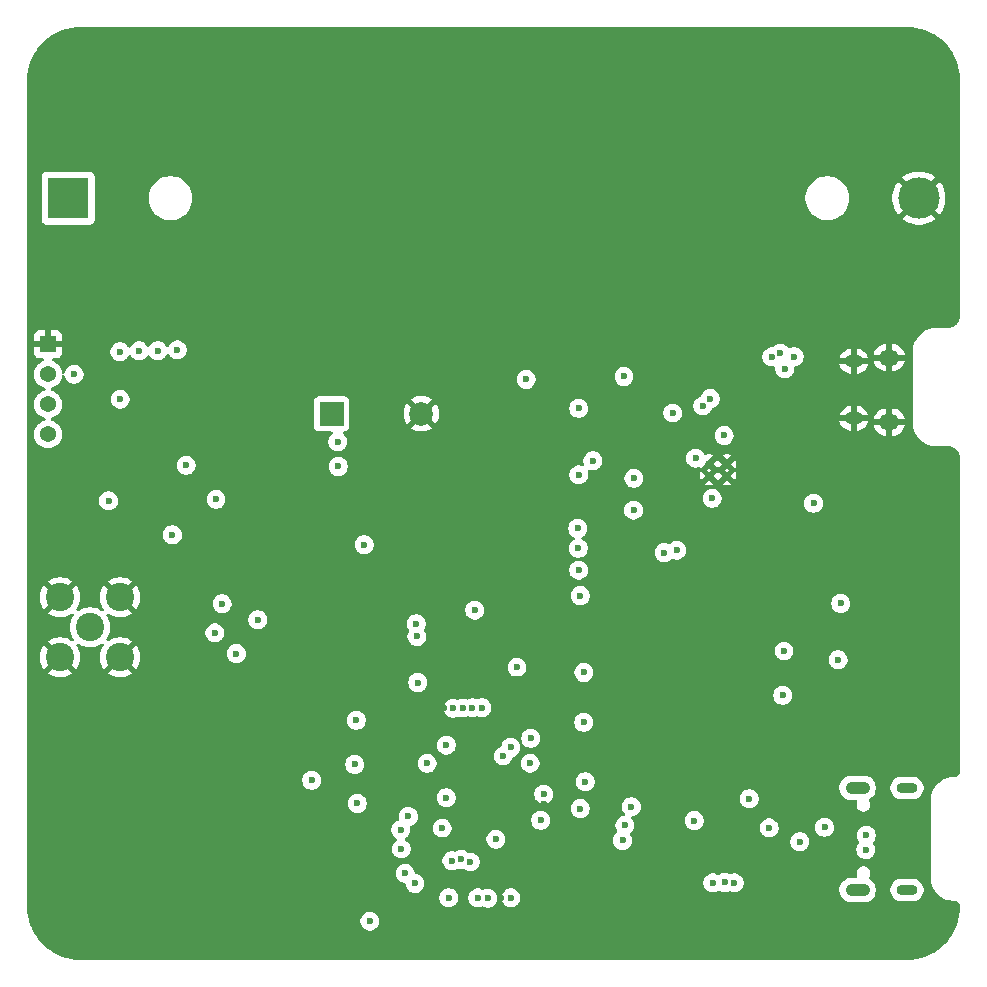
<source format=gbr>
%TF.GenerationSoftware,KiCad,Pcbnew,9.0.0*%
%TF.CreationDate,2025-06-19T18:13:13+09:00*%
%TF.ProjectId,FLP_PCB_terminal,464c505f-5043-4425-9f74-65726d696e61,rev?*%
%TF.SameCoordinates,Original*%
%TF.FileFunction,Copper,L3,Inr*%
%TF.FilePolarity,Positive*%
%FSLAX46Y46*%
G04 Gerber Fmt 4.6, Leading zero omitted, Abs format (unit mm)*
G04 Created by KiCad (PCBNEW 9.0.0) date 2025-06-19 18:13:13*
%MOMM*%
%LPD*%
G01*
G04 APERTURE LIST*
%TA.AperFunction,HeatsinkPad*%
%ADD10O,1.700000X1.350000*%
%TD*%
%TA.AperFunction,HeatsinkPad*%
%ADD11O,1.500000X1.100000*%
%TD*%
%TA.AperFunction,ComponentPad*%
%ADD12R,3.500000X3.500000*%
%TD*%
%TA.AperFunction,ComponentPad*%
%ADD13C,3.500000*%
%TD*%
%TA.AperFunction,ComponentPad*%
%ADD14C,0.600000*%
%TD*%
%TA.AperFunction,ComponentPad*%
%ADD15O,2.100000X1.050000*%
%TD*%
%TA.AperFunction,ComponentPad*%
%ADD16O,1.800000X0.900000*%
%TD*%
%TA.AperFunction,ComponentPad*%
%ADD17R,2.000000X2.000000*%
%TD*%
%TA.AperFunction,ComponentPad*%
%ADD18C,2.000000*%
%TD*%
%TA.AperFunction,ComponentPad*%
%ADD19C,2.400000*%
%TD*%
%TA.AperFunction,ComponentPad*%
%ADD20R,1.370000X1.370000*%
%TD*%
%TA.AperFunction,ComponentPad*%
%ADD21C,1.370000*%
%TD*%
%TA.AperFunction,ViaPad*%
%ADD22C,0.600000*%
%TD*%
G04 APERTURE END LIST*
D10*
%TO.N,GND*%
%TO.C,Charger1*%
X118500000Y-118960000D03*
D11*
X115500000Y-118650000D03*
X115500000Y-113810000D03*
D10*
X118500000Y-113500000D03*
%TD*%
D12*
%TO.N,Net-(BT1-+)*%
%TO.C,BT1*%
X49000000Y-100000000D03*
D13*
%TO.N,GND*%
X121000000Y-100000000D03*
%TD*%
D14*
%TO.N,GND*%
%TO.C,U6*%
X103250000Y-123500000D03*
X104750000Y-123500000D03*
X104000000Y-123000000D03*
X103250000Y-122500000D03*
X104750000Y-122500000D03*
%TD*%
D15*
%TO.N,N/C*%
%TO.C,UART1*%
X115820000Y-158570000D03*
X115820000Y-149930000D03*
D16*
X120000000Y-158570000D03*
X120000000Y-149930000D03*
%TD*%
D17*
%TO.N,Buzzer*%
%TO.C,BZ1*%
X71280000Y-118250000D03*
D18*
%TO.N,GND*%
X78880000Y-118250000D03*
%TD*%
D19*
%TO.N,Net-(C27-Pad1)*%
%TO.C,J1*%
X50840000Y-136340000D03*
%TO.N,GND*%
X53380000Y-138880000D03*
X53380000Y-133800000D03*
X48300000Y-133800000D03*
X48300000Y-138880000D03*
%TD*%
D20*
%TO.N,GND*%
%TO.C,J2*%
X47270000Y-112380000D03*
D21*
%TO.N,3.3V OUT*%
X47270000Y-114920000D03*
%TO.N,I2C SCL*%
X47270000Y-117460000D03*
%TO.N,I2C SDL*%
X47270000Y-120000000D03*
%TD*%
D22*
%TO.N,GND*%
X100350000Y-125470000D03*
X113880000Y-118590000D03*
X114010000Y-113750000D03*
X109490000Y-118700000D03*
X57620000Y-138460000D03*
X48110000Y-158180000D03*
X77450000Y-162411000D03*
X77520000Y-159900000D03*
%TO.N,3.3V OUT*%
X77195205Y-155106621D03*
X69610000Y-149280000D03*
X63230000Y-138560000D03*
X53360000Y-113010000D03*
X54990000Y-112930000D03*
X56570000Y-112920000D03*
%TO.N,GND*%
X58300000Y-116690000D03*
X56650000Y-116860000D03*
X49460000Y-112370000D03*
X59800000Y-123730000D03*
X59670000Y-127290000D03*
X52610000Y-130310000D03*
X56500000Y-136500000D03*
X58140000Y-135610000D03*
X58140000Y-136770000D03*
X80779023Y-147377080D03*
%TO.N,3.3V OUT*%
X92130000Y-127970000D03*
X92180000Y-129640000D03*
X92210000Y-131490000D03*
X92330000Y-133650000D03*
%TO.N,GND*%
X87490000Y-133680000D03*
%TO.N,Net-(BT1-+)*%
X93410000Y-122236000D03*
X92210000Y-123436000D03*
%TO.N,GND*%
X68780000Y-153130000D03*
X87940000Y-117790000D03*
X86970000Y-140740000D03*
X76540000Y-128240000D03*
X108480000Y-155100000D03*
X89260000Y-151290000D03*
X113880000Y-121570000D03*
X106580000Y-139580000D03*
X80800000Y-143170000D03*
X97390000Y-140160000D03*
X97120000Y-144370000D03*
X97320000Y-142340000D03*
X87820000Y-126330000D03*
X87890000Y-122250000D03*
X100220000Y-120840000D03*
X103484023Y-119426025D03*
X99530000Y-127500000D03*
X112980000Y-154470000D03*
X87570000Y-131440000D03*
X75770000Y-149720000D03*
X71380000Y-144410000D03*
X87660000Y-129600000D03*
X87860000Y-124340000D03*
X53480000Y-120930000D03*
X85670000Y-159280000D03*
X85840000Y-143150000D03*
X54710000Y-120950000D03*
X86940000Y-138390000D03*
X76230000Y-154030000D03*
X113740000Y-157430000D03*
X87755388Y-127997190D03*
X114010000Y-151070000D03*
X101730000Y-123250000D03*
X99000000Y-148000000D03*
X87880000Y-120310000D03*
X105430000Y-141230000D03*
X98500000Y-145500000D03*
X105040000Y-125680000D03*
X96940000Y-149390000D03*
X92295930Y-113287108D03*
X92180000Y-115350000D03*
%TO.N,Buzzer*%
X88140000Y-145730000D03*
X74045000Y-129335000D03*
X88090000Y-147831959D03*
X88980000Y-152670000D03*
X71850000Y-122720000D03*
X71810000Y-120620000D03*
%TO.N,5v OUT*%
X100514972Y-129794972D03*
X92200000Y-117800000D03*
X103500000Y-125419943D03*
X102700000Y-117590000D03*
%TO.N,3.3V OUT*%
X108330000Y-153320000D03*
X96670000Y-151530000D03*
X87750000Y-115350000D03*
X83410000Y-134880000D03*
X62010000Y-134330000D03*
X49480000Y-114900000D03*
X52400000Y-125630000D03*
X114170000Y-139090000D03*
X58220000Y-112850000D03*
X114380000Y-134320000D03*
X92650000Y-140160000D03*
X92640000Y-144380000D03*
X89240000Y-150460000D03*
X78580000Y-141010000D03*
X86469177Y-159243674D03*
X61500000Y-125500000D03*
X86980000Y-139710000D03*
X79370000Y-147850379D03*
X112090000Y-125830000D03*
%TO.N,Net-(Charger1-VBUS)*%
X110450000Y-113420000D03*
X96850000Y-126410000D03*
%TO.N,OSC_OUT*%
X73240000Y-147950000D03*
X80640000Y-153330000D03*
X73370000Y-144200000D03*
%TO.N,Net-(U5-REGIN)*%
X106647500Y-150857500D03*
X110930000Y-154490000D03*
X92770000Y-149420000D03*
%TO.N,Net-(Q1-D)*%
X103350000Y-116970000D03*
X96040000Y-115100000D03*
%TO.N,Net-(U8-XTB)*%
X61405735Y-136814265D03*
X65040000Y-135700000D03*
%TO.N,I2C SDL*%
X53380000Y-117010000D03*
X80999624Y-146310000D03*
%TO.N,PC_OSC_OUT*%
X74530000Y-161210000D03*
X77790000Y-152350000D03*
%TO.N,NRST*%
X77132897Y-153470456D03*
X57810000Y-128500000D03*
%TO.N,BOOT0*%
X80999624Y-150760000D03*
X58970000Y-122610000D03*
%TO.N,Net-(U4-PROG)*%
X108540000Y-113440000D03*
X96880000Y-123720000D03*
%TO.N,Find_Host*%
X109590000Y-138340000D03*
X86460000Y-146510000D03*
%TO.N,ID*%
X85800053Y-147231959D03*
X109490000Y-142100000D03*
%TO.N,Net-(U5-RXD)*%
X95920000Y-154380000D03*
X104580000Y-157940000D03*
%TO.N,Net-(U5-TXD)*%
X105379202Y-157975785D03*
X96120000Y-153100000D03*
%TO.N,Net-(U6-UVLO)*%
X109660401Y-114448128D03*
X100170000Y-118190000D03*
X109278669Y-113132801D03*
X104513736Y-120094736D03*
%TO.N,Net-(U5-~{RST})*%
X92340000Y-151680000D03*
X102000116Y-152699884D03*
%TO.N,Net-(UART1-CC2)*%
X103560000Y-157976785D03*
X113020000Y-153269000D03*
%TO.N,Net-(Q1-G)*%
X102100000Y-122008530D03*
X99450000Y-130010000D03*
%TO.N,Net-(U2-PB2)*%
X84520000Y-159281000D03*
X73450000Y-151250000D03*
%TO.N,GPS_TX*%
X78344265Y-158024265D03*
X77505735Y-157165735D03*
%TO.N,SCK*%
X81470000Y-156090000D03*
X81599624Y-143194603D03*
%TO.N,MISO*%
X82399187Y-143168089D03*
X82263692Y-155989718D03*
%TO.N,NSS(CS)*%
X83999053Y-143147039D03*
X81200000Y-159240000D03*
%TO.N,DIO0(IRQ)*%
X78510000Y-137110000D03*
X83660000Y-159250000D03*
%TO.N,RESET*%
X85200053Y-154270000D03*
X78460000Y-136040000D03*
%TO.N,MOSI*%
X83199107Y-143156551D03*
X83033327Y-156208041D03*
%TO.N,Net-(U7-I{slash}O2-Pad3)*%
X116520000Y-155149000D03*
X116550000Y-153949000D03*
%TD*%
%TA.AperFunction,Conductor*%
%TO.N,GND*%
G36*
X120002702Y-85500617D02*
G01*
X120386771Y-85517386D01*
X120397506Y-85518326D01*
X120775971Y-85568152D01*
X120786597Y-85570025D01*
X121159284Y-85652648D01*
X121169710Y-85655442D01*
X121533765Y-85770227D01*
X121543911Y-85773920D01*
X121896578Y-85920000D01*
X121906369Y-85924566D01*
X122244942Y-86100816D01*
X122254310Y-86106224D01*
X122576244Y-86311318D01*
X122585105Y-86317523D01*
X122887930Y-86549889D01*
X122896217Y-86556843D01*
X123177635Y-86814715D01*
X123185284Y-86822364D01*
X123443156Y-87103782D01*
X123450110Y-87112069D01*
X123682476Y-87414894D01*
X123688681Y-87423755D01*
X123893775Y-87745689D01*
X123899183Y-87755057D01*
X124075430Y-88093623D01*
X124080002Y-88103427D01*
X124226075Y-88456078D01*
X124229775Y-88466244D01*
X124344554Y-88830278D01*
X124347354Y-88840727D01*
X124429971Y-89213389D01*
X124431849Y-89224042D01*
X124481671Y-89602473D01*
X124482614Y-89613249D01*
X124499382Y-89997297D01*
X124499500Y-90002706D01*
X124499500Y-109994586D01*
X124499028Y-110005394D01*
X124485260Y-110162753D01*
X124481507Y-110184038D01*
X124442030Y-110331369D01*
X124434637Y-110351681D01*
X124370177Y-110489915D01*
X124359370Y-110508633D01*
X124271880Y-110633582D01*
X124257986Y-110650140D01*
X124150140Y-110757986D01*
X124133582Y-110771880D01*
X124008633Y-110859370D01*
X123989915Y-110870177D01*
X123851681Y-110934637D01*
X123831369Y-110942030D01*
X123684038Y-110981507D01*
X123662753Y-110985260D01*
X123505395Y-110999028D01*
X123494587Y-110999500D01*
X122368872Y-110999500D01*
X122137772Y-111029926D01*
X122108884Y-111033730D01*
X121855581Y-111101602D01*
X121855571Y-111101605D01*
X121613309Y-111201953D01*
X121613299Y-111201958D01*
X121386196Y-111333075D01*
X121178148Y-111492718D01*
X120992718Y-111678148D01*
X120833075Y-111886196D01*
X120701958Y-112113299D01*
X120701953Y-112113309D01*
X120601605Y-112355571D01*
X120601602Y-112355581D01*
X120535455Y-112602449D01*
X120533730Y-112608885D01*
X120499500Y-112868872D01*
X120499500Y-119131127D01*
X120524280Y-119319335D01*
X120533730Y-119391116D01*
X120601079Y-119642466D01*
X120601602Y-119644418D01*
X120601605Y-119644428D01*
X120701953Y-119886690D01*
X120701958Y-119886700D01*
X120833075Y-120113803D01*
X120992718Y-120321851D01*
X120992726Y-120321860D01*
X121178140Y-120507274D01*
X121178148Y-120507281D01*
X121386196Y-120666924D01*
X121613299Y-120798041D01*
X121613309Y-120798046D01*
X121847947Y-120895236D01*
X121855581Y-120898398D01*
X122108884Y-120966270D01*
X122368880Y-121000500D01*
X122434108Y-121000500D01*
X123434108Y-121000500D01*
X123494587Y-121000500D01*
X123505394Y-121000972D01*
X123535721Y-121003625D01*
X123662755Y-121014739D01*
X123684035Y-121018491D01*
X123801188Y-121049882D01*
X123831369Y-121057969D01*
X123851681Y-121065362D01*
X123989915Y-121129822D01*
X124008633Y-121140629D01*
X124133582Y-121228119D01*
X124150140Y-121242013D01*
X124257986Y-121349859D01*
X124271880Y-121366417D01*
X124359370Y-121491366D01*
X124370177Y-121510084D01*
X124434637Y-121648318D01*
X124442030Y-121668630D01*
X124481507Y-121815961D01*
X124485260Y-121837246D01*
X124499028Y-121994605D01*
X124499500Y-122005413D01*
X124499500Y-148493038D01*
X124498720Y-148506921D01*
X124497576Y-148517075D01*
X124488540Y-148597264D01*
X124482362Y-148624333D01*
X124454648Y-148703537D01*
X124442600Y-148728555D01*
X124397957Y-148799604D01*
X124380644Y-148821313D01*
X124321313Y-148880644D01*
X124299604Y-148897957D01*
X124228555Y-148942600D01*
X124203537Y-148954648D01*
X124124333Y-148982362D01*
X124097264Y-148988540D01*
X124017075Y-148997576D01*
X124006921Y-148998720D01*
X123993038Y-148999500D01*
X123868872Y-148999500D01*
X123637772Y-149029926D01*
X123608884Y-149033730D01*
X123407535Y-149087681D01*
X123355581Y-149101602D01*
X123355571Y-149101605D01*
X123113309Y-149201953D01*
X123113299Y-149201958D01*
X122886196Y-149333075D01*
X122678148Y-149492718D01*
X122492718Y-149678148D01*
X122333075Y-149886196D01*
X122201958Y-150113299D01*
X122201953Y-150113309D01*
X122101605Y-150355571D01*
X122101602Y-150355581D01*
X122033730Y-150608884D01*
X122031185Y-150628213D01*
X121999500Y-150868872D01*
X121999500Y-157631127D01*
X122025907Y-157831697D01*
X122033730Y-157891116D01*
X122094997Y-158119769D01*
X122101602Y-158144418D01*
X122101605Y-158144428D01*
X122201953Y-158386690D01*
X122201958Y-158386700D01*
X122333075Y-158613803D01*
X122492718Y-158821851D01*
X122492726Y-158821860D01*
X122678140Y-159007274D01*
X122678148Y-159007281D01*
X122678149Y-159007282D01*
X122695032Y-159020237D01*
X122886196Y-159166924D01*
X123113299Y-159298041D01*
X123113309Y-159298046D01*
X123355571Y-159398394D01*
X123355581Y-159398398D01*
X123608884Y-159466270D01*
X123868880Y-159500500D01*
X123934108Y-159500500D01*
X123993038Y-159500500D01*
X124006922Y-159501280D01*
X124097266Y-159511459D01*
X124124331Y-159517636D01*
X124203540Y-159545352D01*
X124228553Y-159557398D01*
X124299606Y-159602043D01*
X124321313Y-159619355D01*
X124380644Y-159678686D01*
X124397957Y-159700395D01*
X124442600Y-159771444D01*
X124454648Y-159796462D01*
X124482362Y-159875666D01*
X124488540Y-159902736D01*
X124498415Y-159990377D01*
X124499077Y-160009670D01*
X124482614Y-160386750D01*
X124481671Y-160397526D01*
X124431849Y-160775957D01*
X124429971Y-160786610D01*
X124347354Y-161159272D01*
X124344554Y-161169721D01*
X124229775Y-161533755D01*
X124226075Y-161543921D01*
X124080002Y-161896572D01*
X124075430Y-161906376D01*
X123899183Y-162244942D01*
X123893775Y-162254310D01*
X123688681Y-162576244D01*
X123682476Y-162585105D01*
X123450110Y-162887930D01*
X123443156Y-162896217D01*
X123185284Y-163177635D01*
X123177635Y-163185284D01*
X122896217Y-163443156D01*
X122887930Y-163450110D01*
X122585105Y-163682476D01*
X122576244Y-163688681D01*
X122254310Y-163893775D01*
X122244942Y-163899183D01*
X121906376Y-164075430D01*
X121896572Y-164080002D01*
X121543921Y-164226075D01*
X121533755Y-164229775D01*
X121169721Y-164344554D01*
X121159272Y-164347354D01*
X120786610Y-164429971D01*
X120775957Y-164431849D01*
X120397526Y-164481671D01*
X120386750Y-164482614D01*
X120002703Y-164499382D01*
X119997294Y-164499500D01*
X50002706Y-164499500D01*
X49997297Y-164499382D01*
X49613249Y-164482614D01*
X49602473Y-164481671D01*
X49224042Y-164431849D01*
X49213389Y-164429971D01*
X48840727Y-164347354D01*
X48830278Y-164344554D01*
X48466244Y-164229775D01*
X48456078Y-164226075D01*
X48103427Y-164080002D01*
X48093623Y-164075430D01*
X47755057Y-163899183D01*
X47745689Y-163893775D01*
X47423755Y-163688681D01*
X47414894Y-163682476D01*
X47112069Y-163450110D01*
X47103782Y-163443156D01*
X46822364Y-163185284D01*
X46814715Y-163177635D01*
X46556843Y-162896217D01*
X46549889Y-162887930D01*
X46317523Y-162585105D01*
X46311318Y-162576244D01*
X46106224Y-162254310D01*
X46100816Y-162244942D01*
X45962759Y-161979738D01*
X45924566Y-161906369D01*
X45919997Y-161896572D01*
X45893162Y-161831786D01*
X45773920Y-161543911D01*
X45770224Y-161533755D01*
X45655442Y-161169710D01*
X45652644Y-161159266D01*
X45651013Y-161151909D01*
X45651012Y-161151905D01*
X45646411Y-161131153D01*
X73729500Y-161131153D01*
X73729500Y-161288846D01*
X73760261Y-161443489D01*
X73760264Y-161443501D01*
X73820602Y-161589172D01*
X73820609Y-161589185D01*
X73908210Y-161720288D01*
X73908213Y-161720292D01*
X74019707Y-161831786D01*
X74019711Y-161831789D01*
X74150814Y-161919390D01*
X74150827Y-161919397D01*
X74296498Y-161979735D01*
X74296503Y-161979737D01*
X74404329Y-162001185D01*
X74451153Y-162010499D01*
X74451156Y-162010500D01*
X74451158Y-162010500D01*
X74608844Y-162010500D01*
X74608845Y-162010499D01*
X74763497Y-161979737D01*
X74909179Y-161919394D01*
X75040289Y-161831789D01*
X75151789Y-161720289D01*
X75239394Y-161589179D01*
X75299737Y-161443497D01*
X75330500Y-161288842D01*
X75330500Y-161131158D01*
X75330500Y-161131155D01*
X75330499Y-161131153D01*
X75299738Y-160976510D01*
X75299737Y-160976503D01*
X75299735Y-160976498D01*
X75239397Y-160830827D01*
X75239390Y-160830814D01*
X75151789Y-160699711D01*
X75151786Y-160699707D01*
X75040292Y-160588213D01*
X75040288Y-160588210D01*
X74909185Y-160500609D01*
X74909172Y-160500602D01*
X74763501Y-160440264D01*
X74763489Y-160440261D01*
X74608845Y-160409500D01*
X74608842Y-160409500D01*
X74451158Y-160409500D01*
X74451155Y-160409500D01*
X74296510Y-160440261D01*
X74296498Y-160440264D01*
X74150827Y-160500602D01*
X74150814Y-160500609D01*
X74019711Y-160588210D01*
X74019707Y-160588213D01*
X73908213Y-160699707D01*
X73908210Y-160699711D01*
X73820609Y-160830814D01*
X73820602Y-160830827D01*
X73760264Y-160976498D01*
X73760261Y-160976510D01*
X73729500Y-161131153D01*
X45646411Y-161131153D01*
X45570025Y-160786594D01*
X45568152Y-160775971D01*
X45518326Y-160397506D01*
X45517386Y-160386771D01*
X45500618Y-160002702D01*
X45500500Y-159997293D01*
X45500500Y-159161153D01*
X80399500Y-159161153D01*
X80399500Y-159318846D01*
X80430261Y-159473489D01*
X80430264Y-159473501D01*
X80490602Y-159619172D01*
X80490609Y-159619185D01*
X80578210Y-159750288D01*
X80578213Y-159750292D01*
X80689707Y-159861786D01*
X80689711Y-159861789D01*
X80820814Y-159949390D01*
X80820827Y-159949397D01*
X80949519Y-160002702D01*
X80966503Y-160009737D01*
X81121153Y-160040499D01*
X81121156Y-160040500D01*
X81121158Y-160040500D01*
X81278844Y-160040500D01*
X81278845Y-160040499D01*
X81433497Y-160009737D01*
X81546166Y-159963067D01*
X81579172Y-159949397D01*
X81579172Y-159949396D01*
X81579179Y-159949394D01*
X81710289Y-159861789D01*
X81821789Y-159750289D01*
X81909394Y-159619179D01*
X81913414Y-159609475D01*
X81951454Y-159517637D01*
X81969737Y-159473497D01*
X82000500Y-159318842D01*
X82000500Y-159171153D01*
X82859500Y-159171153D01*
X82859500Y-159328846D01*
X82890261Y-159483489D01*
X82890264Y-159483501D01*
X82950602Y-159629172D01*
X82950609Y-159629185D01*
X83038210Y-159760288D01*
X83038213Y-159760292D01*
X83149707Y-159871786D01*
X83149711Y-159871789D01*
X83280814Y-159959390D01*
X83280827Y-159959397D01*
X83411233Y-160013412D01*
X83426503Y-160019737D01*
X83581153Y-160050499D01*
X83581156Y-160050500D01*
X83581158Y-160050500D01*
X83738844Y-160050500D01*
X83738845Y-160050499D01*
X83893497Y-160019737D01*
X84012050Y-159970630D01*
X84081519Y-159963162D01*
X84128394Y-159982090D01*
X84140821Y-159990394D01*
X84140823Y-159990394D01*
X84140827Y-159990397D01*
X84270656Y-160044173D01*
X84286503Y-160050737D01*
X84441153Y-160081499D01*
X84441156Y-160081500D01*
X84441158Y-160081500D01*
X84598844Y-160081500D01*
X84598845Y-160081499D01*
X84753497Y-160050737D01*
X84899179Y-159990394D01*
X85030289Y-159902789D01*
X85141789Y-159791289D01*
X85229394Y-159660179D01*
X85289737Y-159514497D01*
X85320500Y-159359842D01*
X85320500Y-159202158D01*
X85320500Y-159202155D01*
X85316676Y-159182932D01*
X85316676Y-159182931D01*
X85313075Y-159164827D01*
X85668677Y-159164827D01*
X85668677Y-159322520D01*
X85699438Y-159477163D01*
X85699441Y-159477175D01*
X85759779Y-159622846D01*
X85759786Y-159622859D01*
X85847387Y-159753962D01*
X85847390Y-159753966D01*
X85958884Y-159865460D01*
X85958888Y-159865463D01*
X86089991Y-159953064D01*
X86090004Y-159953071D01*
X86235675Y-160013409D01*
X86235680Y-160013411D01*
X86371860Y-160040499D01*
X86390330Y-160044173D01*
X86390333Y-160044174D01*
X86390335Y-160044174D01*
X86548021Y-160044174D01*
X86548022Y-160044173D01*
X86702674Y-160013411D01*
X86848356Y-159953068D01*
X86979466Y-159865463D01*
X87090966Y-159753963D01*
X87178571Y-159622853D01*
X87238914Y-159477171D01*
X87269677Y-159322516D01*
X87269677Y-159164832D01*
X87269677Y-159164829D01*
X87269676Y-159164827D01*
X87246340Y-159047510D01*
X87238914Y-159010177D01*
X87237715Y-159007282D01*
X87178574Y-158864500D01*
X87178567Y-158864488D01*
X87090966Y-158733385D01*
X87090963Y-158733381D01*
X86979469Y-158621887D01*
X86979465Y-158621884D01*
X86848362Y-158534283D01*
X86848349Y-158534276D01*
X86702678Y-158473938D01*
X86702666Y-158473935D01*
X86548022Y-158443174D01*
X86548019Y-158443174D01*
X86390335Y-158443174D01*
X86390332Y-158443174D01*
X86235687Y-158473935D01*
X86235675Y-158473938D01*
X86090004Y-158534276D01*
X86089991Y-158534283D01*
X85958888Y-158621884D01*
X85958884Y-158621887D01*
X85847390Y-158733381D01*
X85847387Y-158733385D01*
X85759786Y-158864488D01*
X85759780Y-158864500D01*
X85699441Y-159010172D01*
X85699438Y-159010184D01*
X85668677Y-159164827D01*
X85313075Y-159164827D01*
X85299878Y-159098487D01*
X85289737Y-159047503D01*
X85278441Y-159020231D01*
X85229397Y-158901827D01*
X85229390Y-158901814D01*
X85141789Y-158770711D01*
X85141786Y-158770707D01*
X85030292Y-158659213D01*
X85030288Y-158659210D01*
X84899185Y-158571609D01*
X84899172Y-158571602D01*
X84753501Y-158511264D01*
X84753489Y-158511261D01*
X84598845Y-158480500D01*
X84598842Y-158480500D01*
X84441158Y-158480500D01*
X84441155Y-158480500D01*
X84286510Y-158511261D01*
X84286507Y-158511262D01*
X84286506Y-158511262D01*
X84286503Y-158511263D01*
X84230266Y-158534557D01*
X84167949Y-158560369D01*
X84098479Y-158567837D01*
X84051608Y-158548910D01*
X84039187Y-158540611D01*
X84039183Y-158540609D01*
X84039179Y-158540606D01*
X84039175Y-158540604D01*
X84039171Y-158540602D01*
X83893501Y-158480264D01*
X83893489Y-158480261D01*
X83738845Y-158449500D01*
X83738842Y-158449500D01*
X83581158Y-158449500D01*
X83581155Y-158449500D01*
X83426510Y-158480261D01*
X83426498Y-158480264D01*
X83280827Y-158540602D01*
X83280814Y-158540609D01*
X83149711Y-158628210D01*
X83149707Y-158628213D01*
X83038213Y-158739707D01*
X83038210Y-158739711D01*
X82950609Y-158870814D01*
X82950602Y-158870827D01*
X82890264Y-159016498D01*
X82890261Y-159016510D01*
X82859500Y-159171153D01*
X82000500Y-159171153D01*
X82000500Y-159161158D01*
X82000500Y-159161155D01*
X82000499Y-159161153D01*
X81972469Y-159020237D01*
X81969737Y-159006503D01*
X81969735Y-159006498D01*
X81909397Y-158860827D01*
X81909390Y-158860814D01*
X81821789Y-158729711D01*
X81821786Y-158729707D01*
X81710292Y-158618213D01*
X81710288Y-158618210D01*
X81579185Y-158530609D01*
X81579172Y-158530602D01*
X81433501Y-158470264D01*
X81433489Y-158470261D01*
X81278845Y-158439500D01*
X81278842Y-158439500D01*
X81121158Y-158439500D01*
X81121155Y-158439500D01*
X80966510Y-158470261D01*
X80966498Y-158470264D01*
X80820827Y-158530602D01*
X80820814Y-158530609D01*
X80689711Y-158618210D01*
X80689707Y-158618213D01*
X80578213Y-158729707D01*
X80578210Y-158729711D01*
X80490609Y-158860814D01*
X80490602Y-158860827D01*
X80430264Y-159006498D01*
X80430261Y-159006510D01*
X80399500Y-159161153D01*
X45500500Y-159161153D01*
X45500500Y-157086888D01*
X76705235Y-157086888D01*
X76705235Y-157244581D01*
X76735996Y-157399224D01*
X76735999Y-157399236D01*
X76796337Y-157544907D01*
X76796344Y-157544920D01*
X76883945Y-157676023D01*
X76883948Y-157676027D01*
X76995442Y-157787521D01*
X76995446Y-157787524D01*
X77126549Y-157875125D01*
X77126562Y-157875132D01*
X77272233Y-157935470D01*
X77272238Y-157935472D01*
X77426893Y-157966235D01*
X77426904Y-157966235D01*
X77431906Y-157966728D01*
X77496696Y-157992882D01*
X77537061Y-158049912D01*
X77543765Y-158090132D01*
X77543765Y-158103111D01*
X77574526Y-158257754D01*
X77574529Y-158257766D01*
X77634867Y-158403437D01*
X77634874Y-158403450D01*
X77722475Y-158534553D01*
X77722478Y-158534557D01*
X77833972Y-158646051D01*
X77833976Y-158646054D01*
X77965079Y-158733655D01*
X77965092Y-158733662D01*
X78070409Y-158777285D01*
X78110768Y-158794002D01*
X78250819Y-158821860D01*
X78265418Y-158824764D01*
X78265421Y-158824765D01*
X78265423Y-158824765D01*
X78423109Y-158824765D01*
X78423110Y-158824764D01*
X78577762Y-158794002D01*
X78723444Y-158733659D01*
X78854554Y-158646054D01*
X78966054Y-158534554D01*
X79053659Y-158403444D01*
X79114002Y-158257762D01*
X79144765Y-158103107D01*
X79144765Y-157945423D01*
X79135320Y-157897938D01*
X102759500Y-157897938D01*
X102759500Y-158055631D01*
X102790261Y-158210274D01*
X102790264Y-158210286D01*
X102850602Y-158355957D01*
X102850609Y-158355970D01*
X102938210Y-158487073D01*
X102938213Y-158487077D01*
X103049707Y-158598571D01*
X103049711Y-158598574D01*
X103180814Y-158686175D01*
X103180827Y-158686182D01*
X103311962Y-158740499D01*
X103326503Y-158746522D01*
X103476126Y-158776284D01*
X103481153Y-158777284D01*
X103481156Y-158777285D01*
X103481158Y-158777285D01*
X103638844Y-158777285D01*
X103638845Y-158777284D01*
X103793497Y-158746522D01*
X103939179Y-158686179D01*
X103939184Y-158686175D01*
X103939187Y-158686174D01*
X103979541Y-158659210D01*
X104028634Y-158626406D01*
X104095310Y-158605528D01*
X104162690Y-158624012D01*
X104166416Y-158626406D01*
X104200814Y-158649390D01*
X104200827Y-158649397D01*
X104346498Y-158709735D01*
X104346503Y-158709737D01*
X104501153Y-158740499D01*
X104501156Y-158740500D01*
X104501158Y-158740500D01*
X104658844Y-158740500D01*
X104658845Y-158740499D01*
X104813497Y-158709737D01*
X104890288Y-158677928D01*
X104959755Y-158670460D01*
X104996191Y-158683131D01*
X105000018Y-158685175D01*
X105000023Y-158685179D01*
X105145705Y-158745522D01*
X105272318Y-158770707D01*
X105300355Y-158776284D01*
X105300358Y-158776285D01*
X105300360Y-158776285D01*
X105458046Y-158776285D01*
X105458047Y-158776284D01*
X105612699Y-158745522D01*
X105755967Y-158686179D01*
X105758374Y-158685182D01*
X105758374Y-158685181D01*
X105758381Y-158685179D01*
X105889491Y-158597574D01*
X106000991Y-158486074D01*
X106012405Y-158468992D01*
X114269500Y-158468992D01*
X114269500Y-158671007D01*
X114308907Y-158869119D01*
X114308909Y-158869127D01*
X114386212Y-159055752D01*
X114386217Y-159055762D01*
X114498441Y-159223718D01*
X114641281Y-159366558D01*
X114809237Y-159478782D01*
X114809241Y-159478784D01*
X114809244Y-159478786D01*
X114995873Y-159556091D01*
X115193992Y-159595499D01*
X115193996Y-159595500D01*
X115193997Y-159595500D01*
X116446004Y-159595500D01*
X116446005Y-159595499D01*
X116644127Y-159556091D01*
X116830756Y-159478786D01*
X116998718Y-159366558D01*
X117141558Y-159223718D01*
X117253786Y-159055756D01*
X117331091Y-158869127D01*
X117370500Y-158671003D01*
X117370500Y-158476379D01*
X118599500Y-158476379D01*
X118599500Y-158663620D01*
X118636025Y-158847243D01*
X118636027Y-158847251D01*
X118707676Y-159020228D01*
X118707681Y-159020237D01*
X118811697Y-159175907D01*
X118811700Y-159175911D01*
X118944088Y-159308299D01*
X118944092Y-159308302D01*
X119099762Y-159412318D01*
X119099768Y-159412321D01*
X119099769Y-159412322D01*
X119272749Y-159483973D01*
X119426205Y-159514497D01*
X119456379Y-159520499D01*
X119456383Y-159520500D01*
X119456384Y-159520500D01*
X120543617Y-159520500D01*
X120543618Y-159520499D01*
X120727251Y-159483973D01*
X120900231Y-159412322D01*
X121055908Y-159308302D01*
X121188302Y-159175908D01*
X121292322Y-159020231D01*
X121363973Y-158847251D01*
X121400500Y-158663616D01*
X121400500Y-158476384D01*
X121363973Y-158292749D01*
X121302532Y-158144418D01*
X121292323Y-158119771D01*
X121292318Y-158119762D01*
X121188302Y-157964092D01*
X121188299Y-157964088D01*
X121055911Y-157831700D01*
X121055907Y-157831697D01*
X120900237Y-157727681D01*
X120900228Y-157727676D01*
X120727251Y-157656027D01*
X120727243Y-157656025D01*
X120543620Y-157619500D01*
X120543616Y-157619500D01*
X119456384Y-157619500D01*
X119456379Y-157619500D01*
X119272756Y-157656025D01*
X119272748Y-157656027D01*
X119099771Y-157727676D01*
X119099762Y-157727681D01*
X118944092Y-157831697D01*
X118944088Y-157831700D01*
X118811700Y-157964088D01*
X118811697Y-157964092D01*
X118707681Y-158119762D01*
X118707676Y-158119771D01*
X118636027Y-158292748D01*
X118636025Y-158292756D01*
X118599500Y-158476379D01*
X117370500Y-158476379D01*
X117370500Y-158468997D01*
X117331091Y-158270873D01*
X117253786Y-158084244D01*
X117253784Y-158084241D01*
X117253782Y-158084237D01*
X117141558Y-157916281D01*
X116998718Y-157773441D01*
X116825691Y-157657829D01*
X116826432Y-157656718D01*
X116781465Y-157612553D01*
X116765999Y-157544417D01*
X116782369Y-157490152D01*
X116856281Y-157362135D01*
X116895500Y-157215766D01*
X116895500Y-157064234D01*
X116856281Y-156917865D01*
X116856034Y-156917438D01*
X116822721Y-156859738D01*
X116780515Y-156786635D01*
X116673365Y-156679485D01*
X116607750Y-156641602D01*
X116542136Y-156603719D01*
X116468950Y-156584109D01*
X116395766Y-156564500D01*
X116244234Y-156564500D01*
X116097863Y-156603719D01*
X115966635Y-156679485D01*
X115966632Y-156679487D01*
X115859487Y-156786632D01*
X115859485Y-156786635D01*
X115783719Y-156917863D01*
X115767665Y-156977779D01*
X115744500Y-157064234D01*
X115744500Y-157215766D01*
X115781806Y-157354996D01*
X115783720Y-157362137D01*
X115786831Y-157369649D01*
X115784552Y-157370592D01*
X115798093Y-157426393D01*
X115775245Y-157492421D01*
X115720326Y-157535615D01*
X115674233Y-157544500D01*
X115193992Y-157544500D01*
X114995880Y-157583907D01*
X114995872Y-157583909D01*
X114809247Y-157661212D01*
X114809237Y-157661217D01*
X114641281Y-157773441D01*
X114498441Y-157916281D01*
X114386217Y-158084237D01*
X114386212Y-158084247D01*
X114308909Y-158270872D01*
X114308907Y-158270880D01*
X114269500Y-158468992D01*
X106012405Y-158468992D01*
X106056203Y-158403444D01*
X106062504Y-158394014D01*
X106088592Y-158354970D01*
X106088592Y-158354969D01*
X106088596Y-158354964D01*
X106148939Y-158209282D01*
X106179702Y-158054627D01*
X106179702Y-157896943D01*
X106179702Y-157896940D01*
X106179701Y-157896938D01*
X106166724Y-157831697D01*
X106148939Y-157742288D01*
X106142889Y-157727681D01*
X106088599Y-157596612D01*
X106088592Y-157596599D01*
X106000991Y-157465496D01*
X106000988Y-157465492D01*
X105889494Y-157353998D01*
X105889490Y-157353995D01*
X105758387Y-157266394D01*
X105758374Y-157266387D01*
X105612703Y-157206049D01*
X105612691Y-157206046D01*
X105458047Y-157175285D01*
X105458044Y-157175285D01*
X105300360Y-157175285D01*
X105300357Y-157175285D01*
X105145713Y-157206045D01*
X105145708Y-157206047D01*
X105145706Y-157206047D01*
X105145705Y-157206048D01*
X105104127Y-157223270D01*
X105068912Y-157237856D01*
X104999443Y-157245323D01*
X104963013Y-157232655D01*
X104959178Y-157230605D01*
X104813501Y-157170264D01*
X104813489Y-157170261D01*
X104658845Y-157139500D01*
X104658842Y-157139500D01*
X104501158Y-157139500D01*
X104501155Y-157139500D01*
X104346510Y-157170261D01*
X104346498Y-157170264D01*
X104200827Y-157230602D01*
X104200814Y-157230609D01*
X104111365Y-157290378D01*
X104044687Y-157311256D01*
X103977307Y-157292771D01*
X103973584Y-157290379D01*
X103939183Y-157267393D01*
X103939172Y-157267387D01*
X103793501Y-157207049D01*
X103793489Y-157207046D01*
X103638845Y-157176285D01*
X103638842Y-157176285D01*
X103481158Y-157176285D01*
X103481155Y-157176285D01*
X103326510Y-157207046D01*
X103326498Y-157207049D01*
X103180827Y-157267387D01*
X103180814Y-157267394D01*
X103049711Y-157354995D01*
X103049707Y-157354998D01*
X102938213Y-157466492D01*
X102938210Y-157466496D01*
X102850609Y-157597599D01*
X102850602Y-157597612D01*
X102790264Y-157743283D01*
X102790261Y-157743295D01*
X102759500Y-157897938D01*
X79135320Y-157897938D01*
X79114002Y-157790768D01*
X79112657Y-157787521D01*
X79053662Y-157645092D01*
X79053655Y-157645079D01*
X78966054Y-157513976D01*
X78966051Y-157513972D01*
X78854557Y-157402478D01*
X78854553Y-157402475D01*
X78723450Y-157314874D01*
X78723437Y-157314867D01*
X78577766Y-157254529D01*
X78577754Y-157254526D01*
X78423111Y-157223765D01*
X78418083Y-157223270D01*
X78353295Y-157197110D01*
X78312935Y-157140076D01*
X78306235Y-157099867D01*
X78306235Y-157086890D01*
X78306234Y-157086888D01*
X78290650Y-157008541D01*
X78275472Y-156932238D01*
X78269342Y-156917438D01*
X78215132Y-156786562D01*
X78215125Y-156786549D01*
X78127524Y-156655446D01*
X78127521Y-156655442D01*
X78016027Y-156543948D01*
X78016023Y-156543945D01*
X77884920Y-156456344D01*
X77884907Y-156456337D01*
X77739236Y-156395999D01*
X77739224Y-156395996D01*
X77584580Y-156365235D01*
X77584577Y-156365235D01*
X77426893Y-156365235D01*
X77426890Y-156365235D01*
X77272245Y-156395996D01*
X77272233Y-156395999D01*
X77126562Y-156456337D01*
X77126549Y-156456344D01*
X76995446Y-156543945D01*
X76995442Y-156543948D01*
X76883948Y-156655442D01*
X76883945Y-156655446D01*
X76796344Y-156786549D01*
X76796337Y-156786562D01*
X76735999Y-156932233D01*
X76735996Y-156932245D01*
X76705235Y-157086888D01*
X45500500Y-157086888D01*
X45500500Y-156011153D01*
X80669500Y-156011153D01*
X80669500Y-156168846D01*
X80700261Y-156323489D01*
X80700264Y-156323501D01*
X80760602Y-156469172D01*
X80760609Y-156469185D01*
X80848210Y-156600288D01*
X80848213Y-156600292D01*
X80959707Y-156711786D01*
X80959711Y-156711789D01*
X81090814Y-156799390D01*
X81090827Y-156799397D01*
X81236498Y-156859735D01*
X81236503Y-156859737D01*
X81391153Y-156890499D01*
X81391156Y-156890500D01*
X81391158Y-156890500D01*
X81548844Y-156890500D01*
X81548845Y-156890499D01*
X81703497Y-156859737D01*
X81849179Y-156799394D01*
X81900240Y-156765275D01*
X81966916Y-156744398D01*
X82016583Y-156753817D01*
X82030190Y-156759453D01*
X82030195Y-156759455D01*
X82132340Y-156779773D01*
X82184845Y-156790217D01*
X82184848Y-156790218D01*
X82184850Y-156790218D01*
X82342535Y-156790218D01*
X82366607Y-156785429D01*
X82395042Y-156779773D01*
X82464634Y-156786000D01*
X82506916Y-156813709D01*
X82523034Y-156829827D01*
X82523038Y-156829830D01*
X82654141Y-156917431D01*
X82654154Y-156917438D01*
X82799825Y-156977776D01*
X82799830Y-156977778D01*
X82954480Y-157008540D01*
X82954483Y-157008541D01*
X82954485Y-157008541D01*
X83112171Y-157008541D01*
X83112172Y-157008540D01*
X83266824Y-156977778D01*
X83412506Y-156917435D01*
X83543616Y-156829830D01*
X83655116Y-156718330D01*
X83742721Y-156587220D01*
X83803064Y-156441538D01*
X83833827Y-156286883D01*
X83833827Y-156129199D01*
X83833827Y-156129196D01*
X83833826Y-156129194D01*
X83803065Y-155974551D01*
X83803064Y-155974544D01*
X83779948Y-155918737D01*
X83742724Y-155828868D01*
X83742717Y-155828855D01*
X83655116Y-155697752D01*
X83655113Y-155697748D01*
X83543619Y-155586254D01*
X83543615Y-155586251D01*
X83412512Y-155498650D01*
X83412499Y-155498643D01*
X83266828Y-155438305D01*
X83266816Y-155438302D01*
X83112172Y-155407541D01*
X83112169Y-155407541D01*
X82954485Y-155407541D01*
X82901973Y-155417986D01*
X82832381Y-155411757D01*
X82790102Y-155384049D01*
X82773984Y-155367931D01*
X82773980Y-155367928D01*
X82642877Y-155280327D01*
X82642864Y-155280320D01*
X82497193Y-155219982D01*
X82497181Y-155219979D01*
X82342537Y-155189218D01*
X82342534Y-155189218D01*
X82184850Y-155189218D01*
X82184847Y-155189218D01*
X82030202Y-155219979D01*
X82030190Y-155219982D01*
X81884520Y-155280320D01*
X81884511Y-155280325D01*
X81833449Y-155314443D01*
X81766771Y-155335319D01*
X81717108Y-155325900D01*
X81703502Y-155320264D01*
X81703494Y-155320261D01*
X81548845Y-155289500D01*
X81548842Y-155289500D01*
X81391158Y-155289500D01*
X81391155Y-155289500D01*
X81236510Y-155320261D01*
X81236498Y-155320264D01*
X81090827Y-155380602D01*
X81090814Y-155380609D01*
X80959711Y-155468210D01*
X80959707Y-155468213D01*
X80848213Y-155579707D01*
X80848210Y-155579711D01*
X80760609Y-155710814D01*
X80760602Y-155710827D01*
X80700264Y-155856498D01*
X80700261Y-155856510D01*
X80669500Y-156011153D01*
X45500500Y-156011153D01*
X45500500Y-153391609D01*
X76332397Y-153391609D01*
X76332397Y-153549302D01*
X76363158Y-153703945D01*
X76363161Y-153703957D01*
X76423499Y-153849628D01*
X76423506Y-153849641D01*
X76511107Y-153980744D01*
X76511110Y-153980748D01*
X76622604Y-154092242D01*
X76622608Y-154092245D01*
X76753711Y-154179846D01*
X76753718Y-154179850D01*
X76778681Y-154190190D01*
X76833084Y-154234029D01*
X76855150Y-154300323D01*
X76837872Y-154368023D01*
X76800121Y-154407853D01*
X76684912Y-154484834D01*
X76573418Y-154596328D01*
X76573415Y-154596332D01*
X76485814Y-154727435D01*
X76485807Y-154727448D01*
X76425469Y-154873119D01*
X76425466Y-154873131D01*
X76394705Y-155027774D01*
X76394705Y-155185467D01*
X76425466Y-155340110D01*
X76425469Y-155340122D01*
X76485807Y-155485793D01*
X76485814Y-155485806D01*
X76573415Y-155616909D01*
X76573418Y-155616913D01*
X76684912Y-155728407D01*
X76684916Y-155728410D01*
X76816019Y-155816011D01*
X76816032Y-155816018D01*
X76961703Y-155876356D01*
X76961708Y-155876358D01*
X77116358Y-155907120D01*
X77116361Y-155907121D01*
X77116363Y-155907121D01*
X77274049Y-155907121D01*
X77393055Y-155883449D01*
X77393055Y-155883448D01*
X77428702Y-155876358D01*
X77574384Y-155816015D01*
X77705494Y-155728410D01*
X77816994Y-155616910D01*
X77904599Y-155485800D01*
X77964942Y-155340118D01*
X77995705Y-155185463D01*
X77995705Y-155027779D01*
X77995705Y-155027776D01*
X77995704Y-155027774D01*
X77986081Y-154979397D01*
X77964942Y-154873124D01*
X77964940Y-154873119D01*
X77904602Y-154727448D01*
X77904595Y-154727435D01*
X77816994Y-154596332D01*
X77816991Y-154596328D01*
X77705497Y-154484834D01*
X77705493Y-154484831D01*
X77574390Y-154397230D01*
X77574381Y-154397225D01*
X77549419Y-154386886D01*
X77495016Y-154343045D01*
X77472951Y-154276751D01*
X77490230Y-154209052D01*
X77507195Y-154191153D01*
X84399553Y-154191153D01*
X84399553Y-154348846D01*
X84430314Y-154503489D01*
X84430317Y-154503501D01*
X84490655Y-154649172D01*
X84490662Y-154649185D01*
X84578263Y-154780288D01*
X84578266Y-154780292D01*
X84689760Y-154891786D01*
X84689764Y-154891789D01*
X84820867Y-154979390D01*
X84820880Y-154979397D01*
X84966551Y-155039735D01*
X84966556Y-155039737D01*
X85119467Y-155070153D01*
X85121206Y-155070499D01*
X85121209Y-155070500D01*
X85121211Y-155070500D01*
X85278897Y-155070500D01*
X85278898Y-155070499D01*
X85433550Y-155039737D01*
X85579232Y-154979394D01*
X85710342Y-154891789D01*
X85821842Y-154780289D01*
X85909447Y-154649179D01*
X85969790Y-154503497D01*
X86000553Y-154348842D01*
X86000553Y-154301153D01*
X95119500Y-154301153D01*
X95119500Y-154458846D01*
X95150261Y-154613489D01*
X95150264Y-154613501D01*
X95210602Y-154759172D01*
X95210609Y-154759185D01*
X95298210Y-154890288D01*
X95298213Y-154890292D01*
X95409707Y-155001786D01*
X95409711Y-155001789D01*
X95540814Y-155089390D01*
X95540827Y-155089397D01*
X95686498Y-155149735D01*
X95686503Y-155149737D01*
X95841153Y-155180499D01*
X95841156Y-155180500D01*
X95841158Y-155180500D01*
X95998844Y-155180500D01*
X95998845Y-155180499D01*
X96153497Y-155149737D01*
X96299179Y-155089394D01*
X96430289Y-155001789D01*
X96541789Y-154890289D01*
X96629394Y-154759179D01*
X96689737Y-154613497D01*
X96720500Y-154458842D01*
X96720500Y-154411153D01*
X110129500Y-154411153D01*
X110129500Y-154568846D01*
X110160261Y-154723489D01*
X110160264Y-154723501D01*
X110220602Y-154869172D01*
X110220609Y-154869185D01*
X110308210Y-155000288D01*
X110308213Y-155000292D01*
X110419707Y-155111786D01*
X110419711Y-155111789D01*
X110550814Y-155199390D01*
X110550827Y-155199397D01*
X110696498Y-155259735D01*
X110696503Y-155259737D01*
X110846131Y-155289500D01*
X110851153Y-155290499D01*
X110851156Y-155290500D01*
X110851158Y-155290500D01*
X111008844Y-155290500D01*
X111008845Y-155290499D01*
X111163497Y-155259737D01*
X111309179Y-155199394D01*
X111440289Y-155111789D01*
X111481925Y-155070153D01*
X115719500Y-155070153D01*
X115719500Y-155227846D01*
X115750261Y-155382489D01*
X115750264Y-155382501D01*
X115810602Y-155528172D01*
X115810609Y-155528185D01*
X115898210Y-155659288D01*
X115898213Y-155659292D01*
X116009707Y-155770786D01*
X116009711Y-155770789D01*
X116140814Y-155858390D01*
X116140827Y-155858397D01*
X116258459Y-155907121D01*
X116286503Y-155918737D01*
X116441153Y-155949499D01*
X116441156Y-155949500D01*
X116441158Y-155949500D01*
X116598844Y-155949500D01*
X116598845Y-155949499D01*
X116753497Y-155918737D01*
X116899179Y-155858394D01*
X117030289Y-155770789D01*
X117141789Y-155659289D01*
X117229394Y-155528179D01*
X117289737Y-155382497D01*
X117320500Y-155227842D01*
X117320500Y-155070158D01*
X117320500Y-155070155D01*
X117320499Y-155070153D01*
X117289738Y-154915510D01*
X117289737Y-154915503D01*
X117289735Y-154915498D01*
X117229397Y-154769827D01*
X117229390Y-154769814D01*
X117156422Y-154660612D01*
X117141789Y-154638711D01*
X117141788Y-154638710D01*
X117138476Y-154633753D01*
X117117598Y-154567076D01*
X117136082Y-154499696D01*
X117153899Y-154477179D01*
X117171787Y-154459291D01*
X117171789Y-154459289D01*
X117259394Y-154328179D01*
X117319737Y-154182497D01*
X117350500Y-154027842D01*
X117350500Y-153870158D01*
X117350500Y-153870155D01*
X117350499Y-153870153D01*
X117342570Y-153830292D01*
X117319737Y-153715503D01*
X117312978Y-153699185D01*
X117259397Y-153569827D01*
X117259390Y-153569814D01*
X117171789Y-153438711D01*
X117171786Y-153438707D01*
X117060292Y-153327213D01*
X117060288Y-153327210D01*
X116929185Y-153239609D01*
X116929172Y-153239602D01*
X116783501Y-153179264D01*
X116783489Y-153179261D01*
X116628845Y-153148500D01*
X116628842Y-153148500D01*
X116471158Y-153148500D01*
X116471155Y-153148500D01*
X116316510Y-153179261D01*
X116316498Y-153179264D01*
X116170827Y-153239602D01*
X116170814Y-153239609D01*
X116039711Y-153327210D01*
X116039707Y-153327213D01*
X115928213Y-153438707D01*
X115928210Y-153438711D01*
X115840609Y-153569814D01*
X115840602Y-153569827D01*
X115780264Y-153715498D01*
X115780261Y-153715510D01*
X115749500Y-153870153D01*
X115749500Y-154027846D01*
X115780261Y-154182489D01*
X115780264Y-154182501D01*
X115840602Y-154328172D01*
X115840609Y-154328185D01*
X115931523Y-154464246D01*
X115952401Y-154530923D01*
X115933917Y-154598304D01*
X115916104Y-154620816D01*
X115898214Y-154638706D01*
X115898210Y-154638711D01*
X115810609Y-154769814D01*
X115810602Y-154769827D01*
X115750264Y-154915498D01*
X115750261Y-154915510D01*
X115719500Y-155070153D01*
X111481925Y-155070153D01*
X111551789Y-155000289D01*
X111639394Y-154869179D01*
X111699737Y-154723497D01*
X111730500Y-154568842D01*
X111730500Y-154411158D01*
X111730500Y-154411155D01*
X111730499Y-154411153D01*
X111729843Y-154407853D01*
X111699737Y-154256503D01*
X111690428Y-154234029D01*
X111639397Y-154110827D01*
X111639390Y-154110814D01*
X111551789Y-153979711D01*
X111551786Y-153979707D01*
X111440292Y-153868213D01*
X111440288Y-153868210D01*
X111309185Y-153780609D01*
X111309172Y-153780602D01*
X111163501Y-153720264D01*
X111163489Y-153720261D01*
X111008845Y-153689500D01*
X111008842Y-153689500D01*
X110851158Y-153689500D01*
X110851155Y-153689500D01*
X110696510Y-153720261D01*
X110696498Y-153720264D01*
X110550827Y-153780602D01*
X110550814Y-153780609D01*
X110419711Y-153868210D01*
X110419707Y-153868213D01*
X110308213Y-153979707D01*
X110308210Y-153979711D01*
X110220609Y-154110814D01*
X110220602Y-154110827D01*
X110160264Y-154256498D01*
X110160261Y-154256510D01*
X110129500Y-154411153D01*
X96720500Y-154411153D01*
X96720500Y-154301158D01*
X96720500Y-154301155D01*
X96720499Y-154301153D01*
X96711619Y-154256510D01*
X96689737Y-154146503D01*
X96689735Y-154146498D01*
X96629397Y-154000827D01*
X96629390Y-154000814D01*
X96569665Y-153911430D01*
X96548787Y-153844753D01*
X96567271Y-153777373D01*
X96603874Y-153739438D01*
X96630289Y-153721789D01*
X96741789Y-153610289D01*
X96829394Y-153479179D01*
X96889737Y-153333497D01*
X96920500Y-153178842D01*
X96920500Y-153021158D01*
X96920500Y-153021155D01*
X96920499Y-153021153D01*
X96906509Y-152950821D01*
X96889737Y-152866503D01*
X96853379Y-152778726D01*
X96829397Y-152720827D01*
X96829395Y-152720823D01*
X96829394Y-152720821D01*
X96814288Y-152698213D01*
X96807403Y-152687909D01*
X96807402Y-152687908D01*
X96762720Y-152621037D01*
X101199616Y-152621037D01*
X101199616Y-152778730D01*
X101230377Y-152933373D01*
X101230380Y-152933385D01*
X101290718Y-153079056D01*
X101290725Y-153079069D01*
X101378326Y-153210172D01*
X101378329Y-153210176D01*
X101489823Y-153321670D01*
X101489827Y-153321673D01*
X101620930Y-153409274D01*
X101620943Y-153409281D01*
X101766327Y-153469500D01*
X101766619Y-153469621D01*
X101920656Y-153500261D01*
X101921269Y-153500383D01*
X101921272Y-153500384D01*
X101921274Y-153500384D01*
X102078960Y-153500384D01*
X102078961Y-153500383D01*
X102233613Y-153469621D01*
X102379295Y-153409278D01*
X102510405Y-153321673D01*
X102590925Y-153241153D01*
X107529500Y-153241153D01*
X107529500Y-153398846D01*
X107560261Y-153553489D01*
X107560264Y-153553501D01*
X107620602Y-153699172D01*
X107620609Y-153699185D01*
X107708210Y-153830288D01*
X107708213Y-153830292D01*
X107819707Y-153941786D01*
X107819711Y-153941789D01*
X107950814Y-154029390D01*
X107950827Y-154029397D01*
X108047646Y-154069500D01*
X108096503Y-154089737D01*
X108251153Y-154120499D01*
X108251156Y-154120500D01*
X108251158Y-154120500D01*
X108408844Y-154120500D01*
X108408845Y-154120499D01*
X108563497Y-154089737D01*
X108676166Y-154043067D01*
X108709172Y-154029397D01*
X108709172Y-154029396D01*
X108709179Y-154029394D01*
X108840289Y-153941789D01*
X108951789Y-153830289D01*
X109039394Y-153699179D01*
X109099737Y-153553497D01*
X109130500Y-153398842D01*
X109130500Y-153241158D01*
X109130500Y-153241155D01*
X109123956Y-153208258D01*
X109123956Y-153208257D01*
X109120355Y-153190153D01*
X112219500Y-153190153D01*
X112219500Y-153347846D01*
X112250261Y-153502489D01*
X112250264Y-153502501D01*
X112310602Y-153648172D01*
X112310609Y-153648185D01*
X112398210Y-153779288D01*
X112398213Y-153779292D01*
X112509707Y-153890786D01*
X112509711Y-153890789D01*
X112640814Y-153978390D01*
X112640827Y-153978397D01*
X112786498Y-154038735D01*
X112786503Y-154038737D01*
X112941153Y-154069499D01*
X112941156Y-154069500D01*
X112941158Y-154069500D01*
X113098844Y-154069500D01*
X113098845Y-154069499D01*
X113253497Y-154038737D01*
X113393506Y-153980744D01*
X113399172Y-153978397D01*
X113399172Y-153978396D01*
X113399179Y-153978394D01*
X113530289Y-153890789D01*
X113641789Y-153779289D01*
X113729394Y-153648179D01*
X113789737Y-153502497D01*
X113820500Y-153347842D01*
X113820500Y-153190158D01*
X113820500Y-153190155D01*
X113820499Y-153190153D01*
X113789737Y-153035503D01*
X113758532Y-152960167D01*
X113729397Y-152889827D01*
X113729390Y-152889814D01*
X113641789Y-152758711D01*
X113641786Y-152758707D01*
X113530292Y-152647213D01*
X113530288Y-152647210D01*
X113399185Y-152559609D01*
X113399172Y-152559602D01*
X113253501Y-152499264D01*
X113253489Y-152499261D01*
X113098845Y-152468500D01*
X113098842Y-152468500D01*
X112941158Y-152468500D01*
X112941155Y-152468500D01*
X112786510Y-152499261D01*
X112786498Y-152499264D01*
X112640827Y-152559602D01*
X112640814Y-152559609D01*
X112509711Y-152647210D01*
X112509707Y-152647213D01*
X112398213Y-152758707D01*
X112398210Y-152758711D01*
X112310609Y-152889814D01*
X112310602Y-152889827D01*
X112250264Y-153035498D01*
X112250261Y-153035510D01*
X112219500Y-153190153D01*
X109120355Y-153190153D01*
X109106347Y-153119735D01*
X109099737Y-153086503D01*
X109096652Y-153079056D01*
X109039397Y-152940827D01*
X109039390Y-152940814D01*
X108951789Y-152809711D01*
X108951786Y-152809707D01*
X108840292Y-152698213D01*
X108840288Y-152698210D01*
X108709185Y-152610609D01*
X108709172Y-152610602D01*
X108563501Y-152550264D01*
X108563489Y-152550261D01*
X108408845Y-152519500D01*
X108408842Y-152519500D01*
X108251158Y-152519500D01*
X108251155Y-152519500D01*
X108096510Y-152550261D01*
X108096498Y-152550264D01*
X107950827Y-152610602D01*
X107950814Y-152610609D01*
X107819711Y-152698210D01*
X107819707Y-152698213D01*
X107708213Y-152809707D01*
X107708210Y-152809711D01*
X107620609Y-152940814D01*
X107620602Y-152940827D01*
X107560264Y-153086498D01*
X107560261Y-153086510D01*
X107529500Y-153241153D01*
X102590925Y-153241153D01*
X102621905Y-153210173D01*
X102642558Y-153179264D01*
X102651304Y-153166175D01*
X102709506Y-153079069D01*
X102709506Y-153079068D01*
X102709510Y-153079063D01*
X102769853Y-152933381D01*
X102800616Y-152778726D01*
X102800616Y-152621042D01*
X102800616Y-152621039D01*
X102800615Y-152621037D01*
X102794383Y-152589707D01*
X102769853Y-152466387D01*
X102762957Y-152449738D01*
X102709513Y-152320711D01*
X102709506Y-152320698D01*
X102621905Y-152189595D01*
X102621902Y-152189591D01*
X102510408Y-152078097D01*
X102510404Y-152078094D01*
X102379301Y-151990493D01*
X102379288Y-151990486D01*
X102233617Y-151930148D01*
X102233605Y-151930145D01*
X102078961Y-151899384D01*
X102078958Y-151899384D01*
X101921274Y-151899384D01*
X101921271Y-151899384D01*
X101766626Y-151930145D01*
X101766614Y-151930148D01*
X101620943Y-151990486D01*
X101620930Y-151990493D01*
X101489827Y-152078094D01*
X101489823Y-152078097D01*
X101378329Y-152189591D01*
X101378326Y-152189595D01*
X101290725Y-152320698D01*
X101290718Y-152320711D01*
X101230380Y-152466382D01*
X101230377Y-152466394D01*
X101199616Y-152621037D01*
X96762720Y-152621037D01*
X96741789Y-152589711D01*
X96685639Y-152533561D01*
X96681122Y-152527835D01*
X96670698Y-152501912D01*
X96657309Y-152477392D01*
X96657841Y-152469940D01*
X96655055Y-152463010D01*
X96660299Y-152435568D01*
X96662293Y-152407700D01*
X96666769Y-152401720D01*
X96668172Y-152394383D01*
X96687421Y-152374132D01*
X96704165Y-152351767D01*
X96712006Y-152348270D01*
X96716311Y-152343742D01*
X96729242Y-152340583D01*
X96754281Y-152329417D01*
X96903497Y-152299737D01*
X97049179Y-152239394D01*
X97180289Y-152151789D01*
X97291789Y-152040289D01*
X97379394Y-151909179D01*
X97384737Y-151896281D01*
X97408170Y-151839707D01*
X97439737Y-151763497D01*
X97470500Y-151608842D01*
X97470500Y-151451158D01*
X97470500Y-151451155D01*
X97470499Y-151451153D01*
X97467438Y-151435764D01*
X97439737Y-151296503D01*
X97428879Y-151270289D01*
X97379397Y-151150827D01*
X97379390Y-151150814D01*
X97291789Y-151019711D01*
X97291786Y-151019707D01*
X97180292Y-150908213D01*
X97180288Y-150908210D01*
X97131586Y-150875668D01*
X97049185Y-150820609D01*
X97049172Y-150820602D01*
X96947897Y-150778653D01*
X105847000Y-150778653D01*
X105847000Y-150936346D01*
X105877761Y-151090989D01*
X105877764Y-151091001D01*
X105938102Y-151236672D01*
X105938109Y-151236685D01*
X106025710Y-151367788D01*
X106025713Y-151367792D01*
X106137207Y-151479286D01*
X106137211Y-151479289D01*
X106268314Y-151566890D01*
X106268327Y-151566897D01*
X106413998Y-151627235D01*
X106414003Y-151627237D01*
X106568653Y-151657999D01*
X106568656Y-151658000D01*
X106568658Y-151658000D01*
X106726344Y-151658000D01*
X106726345Y-151657999D01*
X106880997Y-151627237D01*
X107026679Y-151566894D01*
X107157789Y-151479289D01*
X107269289Y-151367789D01*
X107356894Y-151236679D01*
X107359770Y-151229737D01*
X107384035Y-151171155D01*
X107417237Y-151090997D01*
X107448000Y-150936342D01*
X107448000Y-150778658D01*
X107448000Y-150778655D01*
X107447999Y-150778653D01*
X107440253Y-150739711D01*
X107417237Y-150624003D01*
X107400551Y-150583718D01*
X107356897Y-150478327D01*
X107356890Y-150478314D01*
X107269289Y-150347211D01*
X107269286Y-150347207D01*
X107157792Y-150235713D01*
X107157788Y-150235710D01*
X107026685Y-150148109D01*
X107026672Y-150148102D01*
X106881001Y-150087764D01*
X106880989Y-150087761D01*
X106726345Y-150057000D01*
X106726342Y-150057000D01*
X106568658Y-150057000D01*
X106568655Y-150057000D01*
X106414010Y-150087761D01*
X106413998Y-150087764D01*
X106268327Y-150148102D01*
X106268314Y-150148109D01*
X106137211Y-150235710D01*
X106137207Y-150235713D01*
X106025713Y-150347207D01*
X106025710Y-150347211D01*
X105938109Y-150478314D01*
X105938102Y-150478327D01*
X105877764Y-150623998D01*
X105877761Y-150624010D01*
X105847000Y-150778653D01*
X96947897Y-150778653D01*
X96903501Y-150760264D01*
X96903489Y-150760261D01*
X96748845Y-150729500D01*
X96748842Y-150729500D01*
X96591158Y-150729500D01*
X96591155Y-150729500D01*
X96436510Y-150760261D01*
X96436498Y-150760264D01*
X96290827Y-150820602D01*
X96290814Y-150820609D01*
X96159711Y-150908210D01*
X96159707Y-150908213D01*
X96048213Y-151019707D01*
X96048210Y-151019711D01*
X95960609Y-151150814D01*
X95960602Y-151150827D01*
X95900264Y-151296498D01*
X95900261Y-151296510D01*
X95869500Y-151451153D01*
X95869500Y-151608846D01*
X95900261Y-151763489D01*
X95900264Y-151763501D01*
X95960602Y-151909172D01*
X95960609Y-151909185D01*
X96048210Y-152040288D01*
X96048213Y-152040292D01*
X96099205Y-152091284D01*
X96132690Y-152152607D01*
X96127706Y-152222299D01*
X96085834Y-152278232D01*
X96035715Y-152300582D01*
X95886510Y-152330261D01*
X95886498Y-152330264D01*
X95740827Y-152390602D01*
X95740814Y-152390609D01*
X95609711Y-152478210D01*
X95609707Y-152478213D01*
X95498213Y-152589707D01*
X95498210Y-152589711D01*
X95410609Y-152720814D01*
X95410602Y-152720827D01*
X95350264Y-152866498D01*
X95350261Y-152866510D01*
X95319500Y-153021153D01*
X95319500Y-153178846D01*
X95350261Y-153333489D01*
X95350264Y-153333501D01*
X95410602Y-153479172D01*
X95410609Y-153479185D01*
X95470334Y-153568569D01*
X95491212Y-153635247D01*
X95472727Y-153702627D01*
X95436124Y-153740561D01*
X95409713Y-153758208D01*
X95409707Y-153758213D01*
X95298213Y-153869707D01*
X95298210Y-153869711D01*
X95210609Y-154000814D01*
X95210602Y-154000827D01*
X95150264Y-154146498D01*
X95150261Y-154146510D01*
X95119500Y-154301153D01*
X86000553Y-154301153D01*
X86000553Y-154191158D01*
X86000553Y-154191155D01*
X86000552Y-154191153D01*
X85991672Y-154146510D01*
X85969790Y-154036503D01*
X85946696Y-153980748D01*
X85909450Y-153890827D01*
X85909443Y-153890814D01*
X85821842Y-153759711D01*
X85821839Y-153759707D01*
X85710345Y-153648213D01*
X85710341Y-153648210D01*
X85579238Y-153560609D01*
X85579225Y-153560602D01*
X85433554Y-153500264D01*
X85433542Y-153500261D01*
X85278898Y-153469500D01*
X85278895Y-153469500D01*
X85121211Y-153469500D01*
X85121208Y-153469500D01*
X84966563Y-153500261D01*
X84966551Y-153500264D01*
X84820880Y-153560602D01*
X84820867Y-153560609D01*
X84689764Y-153648210D01*
X84689760Y-153648213D01*
X84578266Y-153759707D01*
X84578263Y-153759711D01*
X84490662Y-153890814D01*
X84490655Y-153890827D01*
X84430317Y-154036498D01*
X84430314Y-154036510D01*
X84399553Y-154191153D01*
X77507195Y-154191153D01*
X77527981Y-154169223D01*
X77600901Y-154120499D01*
X77643186Y-154092245D01*
X77754686Y-153980745D01*
X77842291Y-153849635D01*
X77902634Y-153703953D01*
X77933397Y-153549298D01*
X77933397Y-153391614D01*
X77933397Y-153391611D01*
X77909069Y-153269310D01*
X77909006Y-153268994D01*
X77910595Y-153251153D01*
X79839500Y-153251153D01*
X79839500Y-153408846D01*
X79870261Y-153563489D01*
X79870264Y-153563501D01*
X79930602Y-153709172D01*
X79930609Y-153709185D01*
X80018210Y-153840288D01*
X80018213Y-153840292D01*
X80129707Y-153951786D01*
X80129711Y-153951789D01*
X80260814Y-154039390D01*
X80260827Y-154039397D01*
X80406498Y-154099735D01*
X80406503Y-154099737D01*
X80561153Y-154130499D01*
X80561156Y-154130500D01*
X80561158Y-154130500D01*
X80718844Y-154130500D01*
X80718845Y-154130499D01*
X80873497Y-154099737D01*
X80902742Y-154087623D01*
X80944071Y-154070505D01*
X81019172Y-154039397D01*
X81019172Y-154039396D01*
X81019179Y-154039394D01*
X81150289Y-153951789D01*
X81261789Y-153840289D01*
X81349394Y-153709179D01*
X81409737Y-153563497D01*
X81440500Y-153408842D01*
X81440500Y-153251158D01*
X81440500Y-153251155D01*
X81440499Y-153251153D01*
X81432348Y-153210176D01*
X81409737Y-153096503D01*
X81407572Y-153091277D01*
X81349397Y-152950827D01*
X81349390Y-152950814D01*
X81261789Y-152819711D01*
X81261786Y-152819707D01*
X81150292Y-152708213D01*
X81150288Y-152708210D01*
X81120293Y-152688168D01*
X81019185Y-152620609D01*
X81019172Y-152620602D01*
X80948075Y-152591153D01*
X88179500Y-152591153D01*
X88179500Y-152748846D01*
X88210261Y-152903489D01*
X88210264Y-152903501D01*
X88270602Y-153049172D01*
X88270609Y-153049185D01*
X88358210Y-153180288D01*
X88358213Y-153180292D01*
X88469707Y-153291786D01*
X88469711Y-153291789D01*
X88600814Y-153379390D01*
X88600827Y-153379397D01*
X88744016Y-153438707D01*
X88746503Y-153439737D01*
X88896131Y-153469500D01*
X88901153Y-153470499D01*
X88901156Y-153470500D01*
X88901158Y-153470500D01*
X89058844Y-153470500D01*
X89058845Y-153470499D01*
X89213497Y-153439737D01*
X89359179Y-153379394D01*
X89490289Y-153291789D01*
X89601789Y-153180289D01*
X89689394Y-153049179D01*
X89749737Y-152903497D01*
X89780500Y-152748842D01*
X89780500Y-152591158D01*
X89780500Y-152591155D01*
X89780499Y-152591153D01*
X89774355Y-152560264D01*
X89749737Y-152436503D01*
X89746564Y-152428842D01*
X89689397Y-152290827D01*
X89689390Y-152290814D01*
X89601789Y-152159711D01*
X89601786Y-152159707D01*
X89490292Y-152048213D01*
X89490288Y-152048210D01*
X89359185Y-151960609D01*
X89359172Y-151960602D01*
X89213501Y-151900264D01*
X89213489Y-151900261D01*
X89058845Y-151869500D01*
X89058842Y-151869500D01*
X88901158Y-151869500D01*
X88901155Y-151869500D01*
X88746510Y-151900261D01*
X88746498Y-151900264D01*
X88600827Y-151960602D01*
X88600814Y-151960609D01*
X88469711Y-152048210D01*
X88469707Y-152048213D01*
X88358213Y-152159707D01*
X88358210Y-152159711D01*
X88270609Y-152290814D01*
X88270602Y-152290827D01*
X88210264Y-152436498D01*
X88210261Y-152436510D01*
X88179500Y-152591153D01*
X80948075Y-152591153D01*
X80873501Y-152560264D01*
X80873489Y-152560261D01*
X80718845Y-152529500D01*
X80718842Y-152529500D01*
X80561158Y-152529500D01*
X80561155Y-152529500D01*
X80406510Y-152560261D01*
X80406498Y-152560264D01*
X80260827Y-152620602D01*
X80260814Y-152620609D01*
X80129711Y-152708210D01*
X80129707Y-152708213D01*
X80018213Y-152819707D01*
X80018210Y-152819711D01*
X79930609Y-152950814D01*
X79930602Y-152950827D01*
X79870264Y-153096498D01*
X79870261Y-153096510D01*
X79839500Y-153251153D01*
X77910595Y-153251153D01*
X77915203Y-153199400D01*
X77958042Y-153144204D01*
X78006425Y-153123132D01*
X78023497Y-153119737D01*
X78169179Y-153059394D01*
X78300289Y-152971789D01*
X78411789Y-152860289D01*
X78499394Y-152729179D01*
X78502854Y-152720827D01*
X78544185Y-152621042D01*
X78559737Y-152583497D01*
X78590500Y-152428842D01*
X78590500Y-152271158D01*
X78590500Y-152271155D01*
X78590499Y-152271153D01*
X78580781Y-152222299D01*
X78559737Y-152116503D01*
X78543828Y-152078094D01*
X78499397Y-151970827D01*
X78499390Y-151970814D01*
X78411789Y-151839711D01*
X78411786Y-151839707D01*
X78300292Y-151728213D01*
X78300288Y-151728210D01*
X78169185Y-151640609D01*
X78169172Y-151640602D01*
X78073932Y-151601153D01*
X91539500Y-151601153D01*
X91539500Y-151758846D01*
X91570261Y-151913489D01*
X91570264Y-151913501D01*
X91630602Y-152059172D01*
X91630609Y-152059185D01*
X91718210Y-152190288D01*
X91718213Y-152190292D01*
X91829707Y-152301786D01*
X91829711Y-152301789D01*
X91960814Y-152389390D01*
X91960827Y-152389397D01*
X92074541Y-152436498D01*
X92106503Y-152449737D01*
X92249661Y-152478213D01*
X92261153Y-152480499D01*
X92261156Y-152480500D01*
X92261158Y-152480500D01*
X92418844Y-152480500D01*
X92418845Y-152480499D01*
X92573497Y-152449737D01*
X92689421Y-152401720D01*
X92719172Y-152389397D01*
X92719172Y-152389396D01*
X92719179Y-152389394D01*
X92850289Y-152301789D01*
X92961789Y-152190289D01*
X93049394Y-152059179D01*
X93053938Y-152048210D01*
X93090224Y-151960606D01*
X93109737Y-151913497D01*
X93140500Y-151758842D01*
X93140500Y-151601158D01*
X93140500Y-151601155D01*
X93140499Y-151601153D01*
X93133684Y-151566890D01*
X93109737Y-151446503D01*
X93077133Y-151367789D01*
X93049397Y-151300827D01*
X93049390Y-151300814D01*
X92961789Y-151169711D01*
X92961786Y-151169707D01*
X92850292Y-151058213D01*
X92850288Y-151058210D01*
X92719185Y-150970609D01*
X92719172Y-150970602D01*
X92573501Y-150910264D01*
X92573489Y-150910261D01*
X92418845Y-150879500D01*
X92418842Y-150879500D01*
X92261158Y-150879500D01*
X92261155Y-150879500D01*
X92106510Y-150910261D01*
X92106498Y-150910264D01*
X91960827Y-150970602D01*
X91960814Y-150970609D01*
X91829711Y-151058210D01*
X91829707Y-151058213D01*
X91718213Y-151169707D01*
X91718210Y-151169711D01*
X91630609Y-151300814D01*
X91630602Y-151300827D01*
X91570264Y-151446498D01*
X91570261Y-151446510D01*
X91539500Y-151601153D01*
X78073932Y-151601153D01*
X78023501Y-151580264D01*
X78023489Y-151580261D01*
X77868845Y-151549500D01*
X77868842Y-151549500D01*
X77711158Y-151549500D01*
X77711155Y-151549500D01*
X77556510Y-151580261D01*
X77556498Y-151580264D01*
X77410827Y-151640602D01*
X77410814Y-151640609D01*
X77279711Y-151728210D01*
X77279707Y-151728213D01*
X77168213Y-151839707D01*
X77168210Y-151839711D01*
X77080609Y-151970814D01*
X77080602Y-151970827D01*
X77020264Y-152116498D01*
X77020261Y-152116510D01*
X76989500Y-152271153D01*
X76989500Y-152428846D01*
X77013900Y-152551514D01*
X77007673Y-152621106D01*
X76964810Y-152676283D01*
X76916476Y-152697322D01*
X76899404Y-152700718D01*
X76899395Y-152700720D01*
X76753724Y-152761058D01*
X76753711Y-152761065D01*
X76622608Y-152848666D01*
X76622604Y-152848669D01*
X76511110Y-152960163D01*
X76511107Y-152960167D01*
X76423506Y-153091270D01*
X76423499Y-153091283D01*
X76363161Y-153236954D01*
X76363158Y-153236966D01*
X76332397Y-153391609D01*
X45500500Y-153391609D01*
X45500500Y-151171153D01*
X72649500Y-151171153D01*
X72649500Y-151328846D01*
X72680261Y-151483489D01*
X72680264Y-151483501D01*
X72740602Y-151629172D01*
X72740609Y-151629185D01*
X72828210Y-151760288D01*
X72828213Y-151760292D01*
X72939707Y-151871786D01*
X72939711Y-151871789D01*
X73070814Y-151959390D01*
X73070827Y-151959397D01*
X73145901Y-151990493D01*
X73216503Y-152019737D01*
X73359661Y-152048213D01*
X73371153Y-152050499D01*
X73371156Y-152050500D01*
X73371158Y-152050500D01*
X73528844Y-152050500D01*
X73528845Y-152050499D01*
X73683497Y-152019737D01*
X73801592Y-151970821D01*
X73829172Y-151959397D01*
X73829172Y-151959396D01*
X73829179Y-151959394D01*
X73960289Y-151871789D01*
X74071789Y-151760289D01*
X74159394Y-151629179D01*
X74219737Y-151483497D01*
X74250500Y-151328842D01*
X74250500Y-151171158D01*
X74250500Y-151171155D01*
X74250499Y-151171153D01*
X74244139Y-151139179D01*
X74219737Y-151016503D01*
X74210208Y-150993497D01*
X74159397Y-150870827D01*
X74159390Y-150870814D01*
X74074626Y-150743957D01*
X74074625Y-150743955D01*
X74074624Y-150743954D01*
X74071788Y-150739709D01*
X74013232Y-150681153D01*
X80199124Y-150681153D01*
X80199124Y-150838846D01*
X80229885Y-150993489D01*
X80229888Y-150993501D01*
X80290226Y-151139172D01*
X80290233Y-151139185D01*
X80377834Y-151270288D01*
X80377837Y-151270292D01*
X80489331Y-151381786D01*
X80489335Y-151381789D01*
X80620438Y-151469390D01*
X80620451Y-151469397D01*
X80766122Y-151529735D01*
X80766127Y-151529737D01*
X80865482Y-151549500D01*
X80920777Y-151560499D01*
X80920780Y-151560500D01*
X80920782Y-151560500D01*
X81078468Y-151560500D01*
X81078469Y-151560499D01*
X81233121Y-151529737D01*
X81351978Y-151480505D01*
X81351979Y-151480505D01*
X81364737Y-151475220D01*
X81378803Y-151469394D01*
X81509913Y-151381789D01*
X81621413Y-151270289D01*
X81709018Y-151139179D01*
X81769361Y-150993497D01*
X81800124Y-150838842D01*
X81800124Y-150681158D01*
X81800124Y-150681155D01*
X81800123Y-150681153D01*
X81795548Y-150658151D01*
X81769361Y-150526503D01*
X81758487Y-150500250D01*
X81726290Y-150422518D01*
X81709156Y-150381153D01*
X88439500Y-150381153D01*
X88439500Y-150538846D01*
X88470261Y-150693489D01*
X88470264Y-150693501D01*
X88530602Y-150839172D01*
X88530609Y-150839185D01*
X88618210Y-150970288D01*
X88618213Y-150970292D01*
X88729707Y-151081786D01*
X88729711Y-151081789D01*
X88860814Y-151169390D01*
X88860827Y-151169397D01*
X89006498Y-151229735D01*
X89006503Y-151229737D01*
X89161153Y-151260499D01*
X89161156Y-151260500D01*
X89161158Y-151260500D01*
X89318844Y-151260500D01*
X89318845Y-151260499D01*
X89473497Y-151229737D01*
X89586166Y-151183067D01*
X89619172Y-151169397D01*
X89619172Y-151169396D01*
X89619179Y-151169394D01*
X89750289Y-151081789D01*
X89861789Y-150970289D01*
X89949394Y-150839179D01*
X89949559Y-150838782D01*
X89977087Y-150772322D01*
X90009737Y-150693497D01*
X90040500Y-150538842D01*
X90040500Y-150381158D01*
X90040500Y-150381155D01*
X90040499Y-150381153D01*
X90014353Y-150249711D01*
X90009737Y-150226503D01*
X90009735Y-150226498D01*
X89949397Y-150080827D01*
X89949390Y-150080814D01*
X89861789Y-149949711D01*
X89861786Y-149949707D01*
X89750292Y-149838213D01*
X89750288Y-149838210D01*
X89619185Y-149750609D01*
X89619172Y-149750602D01*
X89473501Y-149690264D01*
X89473489Y-149690261D01*
X89318845Y-149659500D01*
X89318842Y-149659500D01*
X89161158Y-149659500D01*
X89161155Y-149659500D01*
X89006510Y-149690261D01*
X89006498Y-149690264D01*
X88860827Y-149750602D01*
X88860814Y-149750609D01*
X88729711Y-149838210D01*
X88729707Y-149838213D01*
X88618213Y-149949707D01*
X88618210Y-149949711D01*
X88530609Y-150080814D01*
X88530602Y-150080827D01*
X88470264Y-150226498D01*
X88470261Y-150226510D01*
X88439500Y-150381153D01*
X81709156Y-150381153D01*
X81709019Y-150380823D01*
X81709014Y-150380814D01*
X81621413Y-150249711D01*
X81621410Y-150249707D01*
X81509916Y-150138213D01*
X81509912Y-150138210D01*
X81378809Y-150050609D01*
X81378796Y-150050602D01*
X81233125Y-149990264D01*
X81233113Y-149990261D01*
X81078469Y-149959500D01*
X81078466Y-149959500D01*
X80920782Y-149959500D01*
X80920779Y-149959500D01*
X80766134Y-149990261D01*
X80766122Y-149990264D01*
X80620451Y-150050602D01*
X80620438Y-150050609D01*
X80489335Y-150138210D01*
X80489331Y-150138213D01*
X80377837Y-150249707D01*
X80377834Y-150249711D01*
X80290233Y-150380814D01*
X80290226Y-150380827D01*
X80229888Y-150526498D01*
X80229885Y-150526510D01*
X80199124Y-150681153D01*
X74013232Y-150681153D01*
X73960292Y-150628213D01*
X73960288Y-150628210D01*
X73829185Y-150540609D01*
X73829172Y-150540602D01*
X73683501Y-150480264D01*
X73683489Y-150480261D01*
X73528845Y-150449500D01*
X73528842Y-150449500D01*
X73371158Y-150449500D01*
X73371155Y-150449500D01*
X73216510Y-150480261D01*
X73216498Y-150480264D01*
X73070827Y-150540602D01*
X73070814Y-150540609D01*
X72939711Y-150628210D01*
X72939707Y-150628213D01*
X72828213Y-150739707D01*
X72828210Y-150739711D01*
X72740609Y-150870814D01*
X72740602Y-150870827D01*
X72680264Y-151016498D01*
X72680261Y-151016510D01*
X72649500Y-151171153D01*
X45500500Y-151171153D01*
X45500500Y-149201153D01*
X68809500Y-149201153D01*
X68809500Y-149358846D01*
X68840261Y-149513489D01*
X68840264Y-149513501D01*
X68900602Y-149659172D01*
X68900609Y-149659185D01*
X68988210Y-149790288D01*
X68988213Y-149790292D01*
X69099707Y-149901786D01*
X69099711Y-149901789D01*
X69230814Y-149989390D01*
X69230827Y-149989397D01*
X69376498Y-150049735D01*
X69376503Y-150049737D01*
X69531153Y-150080499D01*
X69531156Y-150080500D01*
X69531158Y-150080500D01*
X69688844Y-150080500D01*
X69688845Y-150080499D01*
X69843497Y-150049737D01*
X69989179Y-149989394D01*
X70120289Y-149901789D01*
X70231789Y-149790289D01*
X70319394Y-149659179D01*
X70322055Y-149652756D01*
X70379735Y-149513501D01*
X70379737Y-149513497D01*
X70410500Y-149358842D01*
X70410500Y-149341153D01*
X91969500Y-149341153D01*
X91969500Y-149498846D01*
X92000261Y-149653489D01*
X92000264Y-149653501D01*
X92060602Y-149799172D01*
X92060609Y-149799185D01*
X92148210Y-149930288D01*
X92148213Y-149930292D01*
X92259707Y-150041786D01*
X92259711Y-150041789D01*
X92390814Y-150129390D01*
X92390827Y-150129397D01*
X92536498Y-150189735D01*
X92536503Y-150189737D01*
X92691153Y-150220499D01*
X92691156Y-150220500D01*
X92691158Y-150220500D01*
X92848844Y-150220500D01*
X92848845Y-150220499D01*
X93003497Y-150189737D01*
X93149179Y-150129394D01*
X93280289Y-150041789D01*
X93391789Y-149930289D01*
X93459474Y-149828992D01*
X114269500Y-149828992D01*
X114269500Y-150031007D01*
X114308907Y-150229119D01*
X114308909Y-150229127D01*
X114386212Y-150415752D01*
X114386217Y-150415762D01*
X114498441Y-150583718D01*
X114641281Y-150726558D01*
X114809237Y-150838782D01*
X114809241Y-150838784D01*
X114809244Y-150838786D01*
X114995873Y-150916091D01*
X115193992Y-150955499D01*
X115193996Y-150955500D01*
X115193997Y-150955500D01*
X115674233Y-150955500D01*
X115741272Y-150975185D01*
X115787027Y-151027989D01*
X115796971Y-151097147D01*
X115785647Y-151129860D01*
X115786831Y-151130351D01*
X115783720Y-151137862D01*
X115783720Y-151137863D01*
X115783719Y-151137865D01*
X115744500Y-151284234D01*
X115744500Y-151435766D01*
X115753511Y-151469395D01*
X115783719Y-151582136D01*
X115809759Y-151627237D01*
X115859485Y-151713365D01*
X115966635Y-151820515D01*
X116097865Y-151896281D01*
X116244234Y-151935500D01*
X116244236Y-151935500D01*
X116395764Y-151935500D01*
X116395766Y-151935500D01*
X116542135Y-151896281D01*
X116673365Y-151820515D01*
X116780515Y-151713365D01*
X116856281Y-151582135D01*
X116895500Y-151435766D01*
X116895500Y-151284234D01*
X116856281Y-151137865D01*
X116782370Y-151009848D01*
X116765898Y-150941951D01*
X116788750Y-150875924D01*
X116826223Y-150842967D01*
X116825691Y-150842171D01*
X116979039Y-150739707D01*
X116998718Y-150726558D01*
X117141558Y-150583718D01*
X117253786Y-150415756D01*
X117331091Y-150229127D01*
X117370500Y-150031003D01*
X117370500Y-149836379D01*
X118599500Y-149836379D01*
X118599500Y-150023620D01*
X118636025Y-150207243D01*
X118636027Y-150207251D01*
X118707676Y-150380228D01*
X118707681Y-150380237D01*
X118811697Y-150535907D01*
X118811700Y-150535911D01*
X118944088Y-150668299D01*
X118944092Y-150668302D01*
X119099762Y-150772318D01*
X119099768Y-150772321D01*
X119099769Y-150772322D01*
X119272749Y-150843973D01*
X119432092Y-150875668D01*
X119456379Y-150880499D01*
X119456383Y-150880500D01*
X119456384Y-150880500D01*
X120543617Y-150880500D01*
X120543618Y-150880499D01*
X120727251Y-150843973D01*
X120900231Y-150772322D01*
X121055908Y-150668302D01*
X121188302Y-150535908D01*
X121292322Y-150380231D01*
X121363973Y-150207251D01*
X121400500Y-150023616D01*
X121400500Y-149836384D01*
X121363973Y-149652749D01*
X121292322Y-149479769D01*
X121292321Y-149479768D01*
X121292318Y-149479762D01*
X121188302Y-149324092D01*
X121188299Y-149324088D01*
X121055911Y-149191700D01*
X121055907Y-149191697D01*
X120900237Y-149087681D01*
X120900228Y-149087676D01*
X120727251Y-149016027D01*
X120727243Y-149016025D01*
X120543620Y-148979500D01*
X120543616Y-148979500D01*
X119456384Y-148979500D01*
X119456379Y-148979500D01*
X119272756Y-149016025D01*
X119272748Y-149016027D01*
X119099771Y-149087676D01*
X119099762Y-149087681D01*
X118944092Y-149191697D01*
X118944088Y-149191700D01*
X118811700Y-149324088D01*
X118811697Y-149324092D01*
X118707681Y-149479762D01*
X118707676Y-149479771D01*
X118636027Y-149652748D01*
X118636025Y-149652756D01*
X118599500Y-149836379D01*
X117370500Y-149836379D01*
X117370500Y-149828997D01*
X117331091Y-149630873D01*
X117253786Y-149444244D01*
X117253784Y-149444241D01*
X117253782Y-149444237D01*
X117141558Y-149276281D01*
X116998718Y-149133441D01*
X116830762Y-149021217D01*
X116830752Y-149021212D01*
X116644127Y-148943909D01*
X116644119Y-148943907D01*
X116446007Y-148904500D01*
X116446003Y-148904500D01*
X115193997Y-148904500D01*
X115193992Y-148904500D01*
X114995880Y-148943907D01*
X114995872Y-148943909D01*
X114809247Y-149021212D01*
X114809237Y-149021217D01*
X114641281Y-149133441D01*
X114498441Y-149276281D01*
X114386217Y-149444237D01*
X114386212Y-149444247D01*
X114308909Y-149630872D01*
X114308907Y-149630880D01*
X114269500Y-149828992D01*
X93459474Y-149828992D01*
X93479394Y-149799179D01*
X93483075Y-149790292D01*
X93489222Y-149775453D01*
X93539735Y-149653501D01*
X93539737Y-149653497D01*
X93570500Y-149498842D01*
X93570500Y-149341158D01*
X93570500Y-149341155D01*
X93570499Y-149341153D01*
X93567105Y-149324092D01*
X93539737Y-149186503D01*
X93517758Y-149133441D01*
X93479397Y-149040827D01*
X93479390Y-149040814D01*
X93391789Y-148909711D01*
X93391786Y-148909707D01*
X93280292Y-148798213D01*
X93280288Y-148798210D01*
X93149185Y-148710609D01*
X93149172Y-148710602D01*
X93003501Y-148650264D01*
X93003489Y-148650261D01*
X92848845Y-148619500D01*
X92848842Y-148619500D01*
X92691158Y-148619500D01*
X92691155Y-148619500D01*
X92536510Y-148650261D01*
X92536498Y-148650264D01*
X92390827Y-148710602D01*
X92390814Y-148710609D01*
X92259711Y-148798210D01*
X92259707Y-148798213D01*
X92148213Y-148909707D01*
X92148210Y-148909711D01*
X92060609Y-149040814D01*
X92060602Y-149040827D01*
X92000264Y-149186498D01*
X92000261Y-149186510D01*
X91969500Y-149341153D01*
X70410500Y-149341153D01*
X70410500Y-149201158D01*
X70410500Y-149201155D01*
X70410499Y-149201153D01*
X70397030Y-149133441D01*
X70379737Y-149046503D01*
X70377386Y-149040827D01*
X70319397Y-148900827D01*
X70319390Y-148900814D01*
X70231789Y-148769711D01*
X70231786Y-148769707D01*
X70120292Y-148658213D01*
X70120288Y-148658210D01*
X69989185Y-148570609D01*
X69989172Y-148570602D01*
X69843501Y-148510264D01*
X69843489Y-148510261D01*
X69688845Y-148479500D01*
X69688842Y-148479500D01*
X69531158Y-148479500D01*
X69531155Y-148479500D01*
X69376510Y-148510261D01*
X69376498Y-148510264D01*
X69230827Y-148570602D01*
X69230814Y-148570609D01*
X69099711Y-148658210D01*
X69099707Y-148658213D01*
X68988213Y-148769707D01*
X68988210Y-148769711D01*
X68900609Y-148900814D01*
X68900602Y-148900827D01*
X68840264Y-149046498D01*
X68840261Y-149046510D01*
X68809500Y-149201153D01*
X45500500Y-149201153D01*
X45500500Y-147871153D01*
X72439500Y-147871153D01*
X72439500Y-148028846D01*
X72470261Y-148183489D01*
X72470264Y-148183501D01*
X72530602Y-148329172D01*
X72530609Y-148329185D01*
X72618210Y-148460288D01*
X72618213Y-148460292D01*
X72729707Y-148571786D01*
X72729711Y-148571789D01*
X72860814Y-148659390D01*
X72860827Y-148659397D01*
X72984466Y-148710609D01*
X73006503Y-148719737D01*
X73161153Y-148750499D01*
X73161156Y-148750500D01*
X73161158Y-148750500D01*
X73318844Y-148750500D01*
X73318845Y-148750499D01*
X73473497Y-148719737D01*
X73619179Y-148659394D01*
X73750289Y-148571789D01*
X73861789Y-148460289D01*
X73949394Y-148329179D01*
X74009737Y-148183497D01*
X74040500Y-148028842D01*
X74040500Y-147871158D01*
X74040500Y-147871155D01*
X74040499Y-147871153D01*
X74024285Y-147789636D01*
X74020684Y-147771532D01*
X78569500Y-147771532D01*
X78569500Y-147929225D01*
X78600261Y-148083868D01*
X78600264Y-148083880D01*
X78660602Y-148229551D01*
X78660609Y-148229564D01*
X78748210Y-148360667D01*
X78748213Y-148360671D01*
X78859707Y-148472165D01*
X78859711Y-148472168D01*
X78990814Y-148559769D01*
X78990827Y-148559776D01*
X79135016Y-148619500D01*
X79136503Y-148620116D01*
X79288051Y-148650261D01*
X79291153Y-148650878D01*
X79291156Y-148650879D01*
X79291158Y-148650879D01*
X79448844Y-148650879D01*
X79448845Y-148650878D01*
X79603497Y-148620116D01*
X79749179Y-148559773D01*
X79880289Y-148472168D01*
X79991789Y-148360668D01*
X80079394Y-148229558D01*
X80139737Y-148083876D01*
X80170500Y-147929221D01*
X80170500Y-147771537D01*
X80170500Y-147771534D01*
X80170499Y-147771532D01*
X80139738Y-147616889D01*
X80139737Y-147616882D01*
X80120655Y-147570814D01*
X80079397Y-147471206D01*
X80079390Y-147471193D01*
X79991789Y-147340090D01*
X79991786Y-147340086D01*
X79880292Y-147228592D01*
X79880288Y-147228589D01*
X79767330Y-147153112D01*
X84999553Y-147153112D01*
X84999553Y-147310805D01*
X85030314Y-147465448D01*
X85030317Y-147465460D01*
X85090655Y-147611131D01*
X85090662Y-147611144D01*
X85178263Y-147742247D01*
X85178266Y-147742251D01*
X85289760Y-147853745D01*
X85289764Y-147853748D01*
X85420867Y-147941349D01*
X85420880Y-147941356D01*
X85566551Y-148001694D01*
X85566556Y-148001696D01*
X85721206Y-148032458D01*
X85721209Y-148032459D01*
X85721211Y-148032459D01*
X85878897Y-148032459D01*
X85878898Y-148032458D01*
X86033550Y-148001696D01*
X86179232Y-147941353D01*
X86310342Y-147853748D01*
X86410978Y-147753112D01*
X87289500Y-147753112D01*
X87289500Y-147910805D01*
X87320261Y-148065448D01*
X87320264Y-148065460D01*
X87380602Y-148211131D01*
X87380609Y-148211144D01*
X87468210Y-148342247D01*
X87468213Y-148342251D01*
X87579707Y-148453745D01*
X87579711Y-148453748D01*
X87710814Y-148541349D01*
X87710827Y-148541356D01*
X87845803Y-148597264D01*
X87856503Y-148601696D01*
X88011153Y-148632458D01*
X88011156Y-148632459D01*
X88011158Y-148632459D01*
X88168844Y-148632459D01*
X88168845Y-148632458D01*
X88323497Y-148601696D01*
X88469179Y-148541353D01*
X88600289Y-148453748D01*
X88711789Y-148342248D01*
X88799394Y-148211138D01*
X88859737Y-148065456D01*
X88890500Y-147910801D01*
X88890500Y-147753117D01*
X88890500Y-147753114D01*
X88890499Y-147753112D01*
X88863400Y-147616877D01*
X88859737Y-147598462D01*
X88848285Y-147570814D01*
X88799397Y-147452786D01*
X88799390Y-147452773D01*
X88711789Y-147321670D01*
X88711786Y-147321666D01*
X88600292Y-147210172D01*
X88600288Y-147210169D01*
X88469185Y-147122568D01*
X88469172Y-147122561D01*
X88323501Y-147062223D01*
X88323489Y-147062220D01*
X88168845Y-147031459D01*
X88168842Y-147031459D01*
X88011158Y-147031459D01*
X88011155Y-147031459D01*
X87856510Y-147062220D01*
X87856498Y-147062223D01*
X87710827Y-147122561D01*
X87710814Y-147122568D01*
X87579711Y-147210169D01*
X87579707Y-147210172D01*
X87468213Y-147321666D01*
X87468210Y-147321670D01*
X87380609Y-147452773D01*
X87380602Y-147452786D01*
X87320264Y-147598457D01*
X87320261Y-147598469D01*
X87289500Y-147753112D01*
X86410978Y-147753112D01*
X86421842Y-147742248D01*
X86509447Y-147611138D01*
X86569790Y-147465456D01*
X86586994Y-147378968D01*
X86619379Y-147317057D01*
X86680094Y-147282483D01*
X86684358Y-147281554D01*
X86693497Y-147279737D01*
X86839179Y-147219394D01*
X86970289Y-147131789D01*
X87081789Y-147020289D01*
X87169394Y-146889179D01*
X87229737Y-146743497D01*
X87260500Y-146588842D01*
X87260500Y-146431158D01*
X87260500Y-146431155D01*
X87260499Y-146431153D01*
X87259256Y-146424902D01*
X87229737Y-146276503D01*
X87214737Y-146240289D01*
X87169397Y-146130827D01*
X87169390Y-146130814D01*
X87081789Y-145999711D01*
X87081786Y-145999707D01*
X86970292Y-145888213D01*
X86970288Y-145888210D01*
X86839185Y-145800609D01*
X86839172Y-145800602D01*
X86740247Y-145759627D01*
X86693501Y-145740264D01*
X86693489Y-145740261D01*
X86538845Y-145709500D01*
X86538842Y-145709500D01*
X86381158Y-145709500D01*
X86381155Y-145709500D01*
X86226510Y-145740261D01*
X86226498Y-145740264D01*
X86080827Y-145800602D01*
X86080814Y-145800609D01*
X85949711Y-145888210D01*
X85949707Y-145888213D01*
X85838213Y-145999707D01*
X85838210Y-145999711D01*
X85750609Y-146130814D01*
X85750602Y-146130827D01*
X85690264Y-146276498D01*
X85690261Y-146276507D01*
X85673058Y-146362991D01*
X85640672Y-146424902D01*
X85579956Y-146459475D01*
X85575641Y-146460414D01*
X85566560Y-146462220D01*
X85566551Y-146462223D01*
X85420880Y-146522561D01*
X85420867Y-146522568D01*
X85289764Y-146610169D01*
X85289760Y-146610172D01*
X85178266Y-146721666D01*
X85178263Y-146721670D01*
X85090662Y-146852773D01*
X85090655Y-146852786D01*
X85030317Y-146998457D01*
X85030314Y-146998469D01*
X84999553Y-147153112D01*
X79767330Y-147153112D01*
X79749185Y-147140988D01*
X79749172Y-147140981D01*
X79603501Y-147080643D01*
X79603489Y-147080640D01*
X79448845Y-147049879D01*
X79448842Y-147049879D01*
X79291158Y-147049879D01*
X79291155Y-147049879D01*
X79136510Y-147080640D01*
X79136498Y-147080643D01*
X78990827Y-147140981D01*
X78990814Y-147140988D01*
X78859711Y-147228589D01*
X78859707Y-147228592D01*
X78748213Y-147340086D01*
X78748210Y-147340090D01*
X78660609Y-147471193D01*
X78660602Y-147471206D01*
X78600264Y-147616877D01*
X78600261Y-147616889D01*
X78569500Y-147771532D01*
X74020684Y-147771532D01*
X74009738Y-147716508D01*
X74009737Y-147716507D01*
X74009737Y-147716503D01*
X73968471Y-147616877D01*
X73949397Y-147570827D01*
X73949390Y-147570814D01*
X73861789Y-147439711D01*
X73861786Y-147439707D01*
X73750292Y-147328213D01*
X73750288Y-147328210D01*
X73619185Y-147240609D01*
X73619172Y-147240602D01*
X73473501Y-147180264D01*
X73473489Y-147180261D01*
X73318845Y-147149500D01*
X73318842Y-147149500D01*
X73161158Y-147149500D01*
X73161155Y-147149500D01*
X73006510Y-147180261D01*
X73006498Y-147180264D01*
X72860827Y-147240602D01*
X72860814Y-147240609D01*
X72729711Y-147328210D01*
X72729707Y-147328213D01*
X72618213Y-147439707D01*
X72618210Y-147439711D01*
X72530609Y-147570814D01*
X72530602Y-147570827D01*
X72470264Y-147716498D01*
X72470261Y-147716510D01*
X72439500Y-147871153D01*
X45500500Y-147871153D01*
X45500500Y-146231153D01*
X80199124Y-146231153D01*
X80199124Y-146388846D01*
X80229885Y-146543489D01*
X80229888Y-146543501D01*
X80290226Y-146689172D01*
X80290233Y-146689185D01*
X80377834Y-146820288D01*
X80377837Y-146820292D01*
X80489331Y-146931786D01*
X80489335Y-146931789D01*
X80620438Y-147019390D01*
X80620451Y-147019397D01*
X80723844Y-147062223D01*
X80766127Y-147079737D01*
X80920777Y-147110499D01*
X80920780Y-147110500D01*
X80920782Y-147110500D01*
X81078468Y-147110500D01*
X81078469Y-147110499D01*
X81233121Y-147079737D01*
X81305205Y-147049879D01*
X81347250Y-147032464D01*
X81378796Y-147019397D01*
X81378796Y-147019396D01*
X81378803Y-147019394D01*
X81509913Y-146931789D01*
X81621413Y-146820289D01*
X81709018Y-146689179D01*
X81769361Y-146543497D01*
X81800124Y-146388842D01*
X81800124Y-146231158D01*
X81800124Y-146231155D01*
X81800123Y-146231153D01*
X81780167Y-146130827D01*
X81769361Y-146076503D01*
X81737553Y-145999711D01*
X81709021Y-145930827D01*
X81709014Y-145930814D01*
X81621413Y-145799711D01*
X81621410Y-145799707D01*
X81509916Y-145688213D01*
X81509912Y-145688210D01*
X81454453Y-145651153D01*
X87339500Y-145651153D01*
X87339500Y-145808846D01*
X87370261Y-145963489D01*
X87370264Y-145963501D01*
X87430602Y-146109172D01*
X87430609Y-146109185D01*
X87518210Y-146240288D01*
X87518213Y-146240292D01*
X87629707Y-146351786D01*
X87629711Y-146351789D01*
X87760814Y-146439390D01*
X87760827Y-146439397D01*
X87906498Y-146499735D01*
X87906503Y-146499737D01*
X88061153Y-146530499D01*
X88061156Y-146530500D01*
X88061158Y-146530500D01*
X88218844Y-146530500D01*
X88218845Y-146530499D01*
X88373497Y-146499737D01*
X88519179Y-146439394D01*
X88650289Y-146351789D01*
X88761789Y-146240289D01*
X88849394Y-146109179D01*
X88909737Y-145963497D01*
X88940500Y-145808842D01*
X88940500Y-145651158D01*
X88940500Y-145651155D01*
X88940499Y-145651153D01*
X88930445Y-145600609D01*
X88909737Y-145496503D01*
X88909735Y-145496498D01*
X88849397Y-145350827D01*
X88849390Y-145350814D01*
X88761789Y-145219711D01*
X88761786Y-145219707D01*
X88650292Y-145108213D01*
X88650288Y-145108210D01*
X88519185Y-145020609D01*
X88519172Y-145020602D01*
X88373501Y-144960264D01*
X88373489Y-144960261D01*
X88218845Y-144929500D01*
X88218842Y-144929500D01*
X88061158Y-144929500D01*
X88061155Y-144929500D01*
X87906510Y-144960261D01*
X87906498Y-144960264D01*
X87760827Y-145020602D01*
X87760814Y-145020609D01*
X87629711Y-145108210D01*
X87629707Y-145108213D01*
X87518213Y-145219707D01*
X87518210Y-145219711D01*
X87430609Y-145350814D01*
X87430602Y-145350827D01*
X87370264Y-145496498D01*
X87370261Y-145496510D01*
X87339500Y-145651153D01*
X81454453Y-145651153D01*
X81378809Y-145600609D01*
X81378796Y-145600602D01*
X81233125Y-145540264D01*
X81233113Y-145540261D01*
X81078469Y-145509500D01*
X81078466Y-145509500D01*
X80920782Y-145509500D01*
X80920779Y-145509500D01*
X80766134Y-145540261D01*
X80766122Y-145540264D01*
X80620451Y-145600602D01*
X80620438Y-145600609D01*
X80489335Y-145688210D01*
X80489331Y-145688213D01*
X80377837Y-145799707D01*
X80377834Y-145799711D01*
X80290233Y-145930814D01*
X80290226Y-145930827D01*
X80229888Y-146076498D01*
X80229885Y-146076510D01*
X80199124Y-146231153D01*
X45500500Y-146231153D01*
X45500500Y-144121153D01*
X72569500Y-144121153D01*
X72569500Y-144278846D01*
X72600261Y-144433489D01*
X72600264Y-144433501D01*
X72660602Y-144579172D01*
X72660609Y-144579185D01*
X72748210Y-144710288D01*
X72748213Y-144710292D01*
X72859707Y-144821786D01*
X72859711Y-144821789D01*
X72990814Y-144909390D01*
X72990827Y-144909397D01*
X73113633Y-144960264D01*
X73136503Y-144969737D01*
X73291153Y-145000499D01*
X73291156Y-145000500D01*
X73291158Y-145000500D01*
X73448844Y-145000500D01*
X73448845Y-145000499D01*
X73603497Y-144969737D01*
X73749179Y-144909394D01*
X73880289Y-144821789D01*
X73991789Y-144710289D01*
X74079394Y-144579179D01*
X74139737Y-144433497D01*
X74166062Y-144301153D01*
X91839500Y-144301153D01*
X91839500Y-144458846D01*
X91870261Y-144613489D01*
X91870264Y-144613501D01*
X91930602Y-144759172D01*
X91930609Y-144759185D01*
X92018210Y-144890288D01*
X92018213Y-144890292D01*
X92129707Y-145001786D01*
X92129711Y-145001789D01*
X92260814Y-145089390D01*
X92260827Y-145089397D01*
X92306254Y-145108213D01*
X92406503Y-145149737D01*
X92561153Y-145180499D01*
X92561156Y-145180500D01*
X92561158Y-145180500D01*
X92718844Y-145180500D01*
X92718845Y-145180499D01*
X92873497Y-145149737D01*
X93019179Y-145089394D01*
X93150289Y-145001789D01*
X93261789Y-144890289D01*
X93349394Y-144759179D01*
X93409737Y-144613497D01*
X93440500Y-144458842D01*
X93440500Y-144301158D01*
X93440500Y-144301155D01*
X93440499Y-144301153D01*
X93409738Y-144146510D01*
X93409737Y-144146503D01*
X93399237Y-144121153D01*
X93349397Y-144000827D01*
X93349390Y-144000814D01*
X93261789Y-143869711D01*
X93261786Y-143869707D01*
X93150292Y-143758213D01*
X93150288Y-143758210D01*
X93019185Y-143670609D01*
X93019172Y-143670602D01*
X92873501Y-143610264D01*
X92873489Y-143610261D01*
X92718845Y-143579500D01*
X92718842Y-143579500D01*
X92561158Y-143579500D01*
X92561155Y-143579500D01*
X92406510Y-143610261D01*
X92406498Y-143610264D01*
X92260827Y-143670602D01*
X92260814Y-143670609D01*
X92129711Y-143758210D01*
X92129707Y-143758213D01*
X92018213Y-143869707D01*
X92018210Y-143869711D01*
X91930609Y-144000814D01*
X91930602Y-144000827D01*
X91870264Y-144146498D01*
X91870261Y-144146510D01*
X91839500Y-144301153D01*
X74166062Y-144301153D01*
X74170500Y-144278842D01*
X74170500Y-144121158D01*
X74170500Y-144121155D01*
X74170499Y-144121153D01*
X74139737Y-143966503D01*
X74139735Y-143966498D01*
X74079397Y-143820827D01*
X74079390Y-143820814D01*
X73991789Y-143689711D01*
X73991786Y-143689707D01*
X73880292Y-143578213D01*
X73880288Y-143578210D01*
X73749185Y-143490609D01*
X73749172Y-143490602D01*
X73603501Y-143430264D01*
X73603489Y-143430261D01*
X73448845Y-143399500D01*
X73448842Y-143399500D01*
X73291158Y-143399500D01*
X73291155Y-143399500D01*
X73136510Y-143430261D01*
X73136498Y-143430264D01*
X72990827Y-143490602D01*
X72990814Y-143490609D01*
X72859711Y-143578210D01*
X72859707Y-143578213D01*
X72748213Y-143689707D01*
X72748210Y-143689711D01*
X72660609Y-143820814D01*
X72660602Y-143820827D01*
X72600264Y-143966498D01*
X72600261Y-143966510D01*
X72569500Y-144121153D01*
X45500500Y-144121153D01*
X45500500Y-143115756D01*
X80799124Y-143115756D01*
X80799124Y-143273449D01*
X80829885Y-143428092D01*
X80829888Y-143428104D01*
X80890226Y-143573775D01*
X80890233Y-143573788D01*
X80977834Y-143704891D01*
X80977837Y-143704895D01*
X81089331Y-143816389D01*
X81089335Y-143816392D01*
X81220438Y-143903993D01*
X81220451Y-143904000D01*
X81366122Y-143964338D01*
X81366127Y-143964340D01*
X81520777Y-143995102D01*
X81520780Y-143995103D01*
X81520782Y-143995103D01*
X81678468Y-143995103D01*
X81678469Y-143995102D01*
X81833121Y-143964340D01*
X81978803Y-143903997D01*
X81978805Y-143903995D01*
X81983958Y-143901861D01*
X82053428Y-143894392D01*
X82078857Y-143901859D01*
X82165690Y-143937826D01*
X82298974Y-143964338D01*
X82320340Y-143968588D01*
X82320343Y-143968589D01*
X82320345Y-143968589D01*
X82478031Y-143968589D01*
X82478032Y-143968588D01*
X82632684Y-143937826D01*
X82765624Y-143882760D01*
X82835092Y-143875292D01*
X82860520Y-143882758D01*
X82965610Y-143926288D01*
X83120260Y-143957050D01*
X83120263Y-143957051D01*
X83120265Y-143957051D01*
X83277951Y-143957051D01*
X83277952Y-143957050D01*
X83432604Y-143926288D01*
X83563110Y-143872230D01*
X83632579Y-143864762D01*
X83658011Y-143872230D01*
X83765556Y-143916776D01*
X83871376Y-143937825D01*
X83920206Y-143947538D01*
X83920209Y-143947539D01*
X83920211Y-143947539D01*
X84077897Y-143947539D01*
X84077898Y-143947538D01*
X84232550Y-143916776D01*
X84378232Y-143856433D01*
X84509342Y-143768828D01*
X84620842Y-143657328D01*
X84708447Y-143526218D01*
X84768790Y-143380536D01*
X84799553Y-143225881D01*
X84799553Y-143068197D01*
X84799553Y-143068194D01*
X84799552Y-143068192D01*
X84768790Y-142913542D01*
X84763388Y-142900500D01*
X84708450Y-142767866D01*
X84708443Y-142767853D01*
X84620842Y-142636750D01*
X84620839Y-142636746D01*
X84509345Y-142525252D01*
X84509341Y-142525249D01*
X84378238Y-142437648D01*
X84378225Y-142437641D01*
X84232554Y-142377303D01*
X84232542Y-142377300D01*
X84077898Y-142346539D01*
X84077895Y-142346539D01*
X83920211Y-142346539D01*
X83920208Y-142346539D01*
X83765563Y-142377300D01*
X83765551Y-142377303D01*
X83635050Y-142431358D01*
X83565581Y-142438827D01*
X83540146Y-142431358D01*
X83432608Y-142386815D01*
X83432596Y-142386812D01*
X83277952Y-142356051D01*
X83277949Y-142356051D01*
X83120265Y-142356051D01*
X83120262Y-142356051D01*
X82965617Y-142386812D01*
X82965605Y-142386815D01*
X82832671Y-142441878D01*
X82763202Y-142449347D01*
X82737767Y-142441878D01*
X82632688Y-142398353D01*
X82632676Y-142398350D01*
X82478032Y-142367589D01*
X82478029Y-142367589D01*
X82320345Y-142367589D01*
X82320342Y-142367589D01*
X82165697Y-142398350D01*
X82165685Y-142398353D01*
X82014852Y-142460830D01*
X81945383Y-142468299D01*
X81919948Y-142460830D01*
X81833125Y-142424867D01*
X81833113Y-142424864D01*
X81678469Y-142394103D01*
X81678466Y-142394103D01*
X81520782Y-142394103D01*
X81520779Y-142394103D01*
X81366134Y-142424864D01*
X81366122Y-142424867D01*
X81220451Y-142485205D01*
X81220438Y-142485212D01*
X81089335Y-142572813D01*
X81089331Y-142572816D01*
X80977837Y-142684310D01*
X80977834Y-142684314D01*
X80890233Y-142815417D01*
X80890226Y-142815430D01*
X80829888Y-142961101D01*
X80829885Y-142961113D01*
X80799124Y-143115756D01*
X45500500Y-143115756D01*
X45500500Y-142021153D01*
X108689500Y-142021153D01*
X108689500Y-142178846D01*
X108720261Y-142333489D01*
X108720264Y-142333501D01*
X108780602Y-142479172D01*
X108780609Y-142479185D01*
X108868210Y-142610288D01*
X108868213Y-142610292D01*
X108979707Y-142721786D01*
X108979711Y-142721789D01*
X109110814Y-142809390D01*
X109110827Y-142809397D01*
X109256498Y-142869735D01*
X109256503Y-142869737D01*
X109411153Y-142900499D01*
X109411156Y-142900500D01*
X109411158Y-142900500D01*
X109568844Y-142900500D01*
X109568845Y-142900499D01*
X109723497Y-142869737D01*
X109869179Y-142809394D01*
X110000289Y-142721789D01*
X110111789Y-142610289D01*
X110199394Y-142479179D01*
X110259737Y-142333497D01*
X110290500Y-142178842D01*
X110290500Y-142021158D01*
X110290500Y-142021155D01*
X110290499Y-142021153D01*
X110259738Y-141866510D01*
X110259737Y-141866503D01*
X110223797Y-141779735D01*
X110199397Y-141720827D01*
X110199390Y-141720814D01*
X110111789Y-141589711D01*
X110111786Y-141589707D01*
X110000292Y-141478213D01*
X110000288Y-141478210D01*
X109869185Y-141390609D01*
X109869172Y-141390602D01*
X109723501Y-141330264D01*
X109723489Y-141330261D01*
X109568845Y-141299500D01*
X109568842Y-141299500D01*
X109411158Y-141299500D01*
X109411155Y-141299500D01*
X109256510Y-141330261D01*
X109256498Y-141330264D01*
X109110827Y-141390602D01*
X109110814Y-141390609D01*
X108979711Y-141478210D01*
X108979707Y-141478213D01*
X108868213Y-141589707D01*
X108868210Y-141589711D01*
X108780609Y-141720814D01*
X108780602Y-141720827D01*
X108720264Y-141866498D01*
X108720261Y-141866510D01*
X108689500Y-142021153D01*
X45500500Y-142021153D01*
X45500500Y-140931153D01*
X77779500Y-140931153D01*
X77779500Y-141088846D01*
X77810261Y-141243489D01*
X77810264Y-141243501D01*
X77870602Y-141389172D01*
X77870609Y-141389185D01*
X77958210Y-141520288D01*
X77958213Y-141520292D01*
X78069707Y-141631786D01*
X78069711Y-141631789D01*
X78200814Y-141719390D01*
X78200827Y-141719397D01*
X78346498Y-141779735D01*
X78346503Y-141779737D01*
X78501153Y-141810499D01*
X78501156Y-141810500D01*
X78501158Y-141810500D01*
X78658844Y-141810500D01*
X78658845Y-141810499D01*
X78813497Y-141779737D01*
X78926166Y-141733067D01*
X78959172Y-141719397D01*
X78959172Y-141719396D01*
X78959179Y-141719394D01*
X79090289Y-141631789D01*
X79201789Y-141520289D01*
X79289394Y-141389179D01*
X79349737Y-141243497D01*
X79380500Y-141088842D01*
X79380500Y-140931158D01*
X79380500Y-140931155D01*
X79380499Y-140931153D01*
X79350788Y-140781789D01*
X79349737Y-140776503D01*
X79349735Y-140776498D01*
X79289397Y-140630827D01*
X79289390Y-140630814D01*
X79201789Y-140499711D01*
X79201786Y-140499707D01*
X79090292Y-140388213D01*
X79090288Y-140388210D01*
X78959185Y-140300609D01*
X78959172Y-140300602D01*
X78813501Y-140240264D01*
X78813489Y-140240261D01*
X78658845Y-140209500D01*
X78658842Y-140209500D01*
X78501158Y-140209500D01*
X78501155Y-140209500D01*
X78346510Y-140240261D01*
X78346498Y-140240264D01*
X78200827Y-140300602D01*
X78200814Y-140300609D01*
X78069711Y-140388210D01*
X78069707Y-140388213D01*
X77958213Y-140499707D01*
X77958210Y-140499711D01*
X77870609Y-140630814D01*
X77870602Y-140630827D01*
X77810264Y-140776498D01*
X77810261Y-140776510D01*
X77779500Y-140931153D01*
X45500500Y-140931153D01*
X45500500Y-133688575D01*
X46600000Y-133688575D01*
X46600000Y-133911424D01*
X46629085Y-134132354D01*
X46629088Y-134132367D01*
X46686763Y-134347618D01*
X46772045Y-134553502D01*
X46772054Y-134553520D01*
X46883464Y-134746491D01*
X46883473Y-134746504D01*
X46934040Y-134812403D01*
X46934043Y-134812403D01*
X47584152Y-134162293D01*
X47591049Y-134178942D01*
X47678599Y-134309970D01*
X47790030Y-134421401D01*
X47921058Y-134508951D01*
X47937705Y-134515846D01*
X47287595Y-135165955D01*
X47287595Y-135165956D01*
X47353507Y-135216533D01*
X47546485Y-135327949D01*
X47546497Y-135327954D01*
X47752381Y-135413236D01*
X47967632Y-135470911D01*
X47967645Y-135470914D01*
X48188575Y-135500000D01*
X48411425Y-135500000D01*
X48632354Y-135470914D01*
X48632367Y-135470911D01*
X48847618Y-135413236D01*
X49053502Y-135327954D01*
X49053520Y-135327945D01*
X49246490Y-135216535D01*
X49258327Y-135207453D01*
X49323495Y-135182256D01*
X49391941Y-135196292D01*
X49441932Y-135245104D01*
X49457598Y-135313195D01*
X49433964Y-135378946D01*
X49432195Y-135381309D01*
X49423061Y-135393212D01*
X49423052Y-135393226D01*
X49311595Y-135586273D01*
X49311593Y-135586277D01*
X49226293Y-135792209D01*
X49226290Y-135792219D01*
X49181025Y-135961153D01*
X49168597Y-136007534D01*
X49168594Y-136007547D01*
X49139501Y-136228533D01*
X49139500Y-136228549D01*
X49139500Y-136451450D01*
X49139501Y-136451466D01*
X49168594Y-136672452D01*
X49168595Y-136672457D01*
X49168596Y-136672463D01*
X49185466Y-136735423D01*
X49226290Y-136887780D01*
X49226293Y-136887790D01*
X49311593Y-137093722D01*
X49311595Y-137093726D01*
X49423052Y-137286774D01*
X49432193Y-137298687D01*
X49457387Y-137363856D01*
X49443349Y-137432300D01*
X49394535Y-137482290D01*
X49326444Y-137497954D01*
X49260693Y-137474317D01*
X49258331Y-137472549D01*
X49246493Y-137463465D01*
X49246491Y-137463464D01*
X49053520Y-137352054D01*
X49053502Y-137352045D01*
X48847618Y-137266763D01*
X48632367Y-137209088D01*
X48632354Y-137209085D01*
X48411425Y-137180000D01*
X48188575Y-137180000D01*
X47967645Y-137209085D01*
X47967632Y-137209088D01*
X47752381Y-137266763D01*
X47546497Y-137352045D01*
X47546479Y-137352054D01*
X47353511Y-137463462D01*
X47287595Y-137514042D01*
X47937706Y-138164152D01*
X47921058Y-138171049D01*
X47790030Y-138258599D01*
X47678599Y-138370030D01*
X47591049Y-138501058D01*
X47584153Y-138517706D01*
X46934042Y-137867595D01*
X46883462Y-137933511D01*
X46772054Y-138126479D01*
X46772045Y-138126497D01*
X46686763Y-138332381D01*
X46629088Y-138547632D01*
X46629085Y-138547645D01*
X46600000Y-138768575D01*
X46600000Y-138991424D01*
X46629085Y-139212354D01*
X46629088Y-139212367D01*
X46686763Y-139427618D01*
X46772045Y-139633502D01*
X46772054Y-139633520D01*
X46883464Y-139826491D01*
X46883473Y-139826504D01*
X46934040Y-139892403D01*
X46934043Y-139892403D01*
X47584152Y-139242293D01*
X47591049Y-139258942D01*
X47678599Y-139389970D01*
X47790030Y-139501401D01*
X47921058Y-139588951D01*
X47937705Y-139595846D01*
X47287595Y-140245955D01*
X47287595Y-140245956D01*
X47353507Y-140296533D01*
X47546485Y-140407949D01*
X47546497Y-140407954D01*
X47752381Y-140493236D01*
X47967632Y-140550911D01*
X47967645Y-140550914D01*
X48188575Y-140580000D01*
X48411425Y-140580000D01*
X48632354Y-140550914D01*
X48632367Y-140550911D01*
X48847618Y-140493236D01*
X49053502Y-140407954D01*
X49053514Y-140407949D01*
X49246498Y-140296530D01*
X49312403Y-140245957D01*
X49312404Y-140245956D01*
X48662294Y-139595846D01*
X48678942Y-139588951D01*
X48809970Y-139501401D01*
X48921401Y-139389970D01*
X49008951Y-139258942D01*
X49015846Y-139242293D01*
X49665956Y-139892404D01*
X49665957Y-139892403D01*
X49716530Y-139826498D01*
X49827949Y-139633514D01*
X49827954Y-139633502D01*
X49913236Y-139427618D01*
X49970911Y-139212367D01*
X49970914Y-139212354D01*
X50000000Y-138991424D01*
X50000000Y-138768575D01*
X49970914Y-138547645D01*
X49970911Y-138547632D01*
X49913236Y-138332381D01*
X49827954Y-138126497D01*
X49827945Y-138126479D01*
X49716535Y-137933508D01*
X49716533Y-137933504D01*
X49707451Y-137921669D01*
X49682256Y-137856500D01*
X49696294Y-137788055D01*
X49745108Y-137738065D01*
X49813199Y-137722401D01*
X49878949Y-137746037D01*
X49881279Y-137747781D01*
X49893226Y-137756948D01*
X50086274Y-137868405D01*
X50187898Y-137910499D01*
X50254798Y-137938210D01*
X50292219Y-137953710D01*
X50507537Y-138011404D01*
X50728543Y-138040500D01*
X50728550Y-138040500D01*
X50951450Y-138040500D01*
X50951457Y-138040500D01*
X51172463Y-138011404D01*
X51387781Y-137953710D01*
X51593726Y-137868405D01*
X51786774Y-137756948D01*
X51798686Y-137747807D01*
X51863850Y-137722612D01*
X51932296Y-137736648D01*
X51982288Y-137785460D01*
X51997954Y-137853550D01*
X51974321Y-137919302D01*
X51972552Y-137921665D01*
X51963463Y-137933510D01*
X51852054Y-138126479D01*
X51852045Y-138126497D01*
X51766763Y-138332381D01*
X51709088Y-138547632D01*
X51709085Y-138547645D01*
X51680000Y-138768575D01*
X51680000Y-138991424D01*
X51709085Y-139212354D01*
X51709088Y-139212367D01*
X51766763Y-139427618D01*
X51852045Y-139633502D01*
X51852054Y-139633520D01*
X51963464Y-139826491D01*
X51963473Y-139826504D01*
X52014040Y-139892403D01*
X52014043Y-139892403D01*
X52664152Y-139242293D01*
X52671049Y-139258942D01*
X52758599Y-139389970D01*
X52870030Y-139501401D01*
X53001058Y-139588951D01*
X53017705Y-139595846D01*
X52367595Y-140245955D01*
X52367595Y-140245956D01*
X52433507Y-140296533D01*
X52626485Y-140407949D01*
X52626497Y-140407954D01*
X52832381Y-140493236D01*
X53047632Y-140550911D01*
X53047645Y-140550914D01*
X53268575Y-140580000D01*
X53491425Y-140580000D01*
X53712354Y-140550914D01*
X53712367Y-140550911D01*
X53927618Y-140493236D01*
X54133502Y-140407954D01*
X54133514Y-140407949D01*
X54326498Y-140296530D01*
X54392403Y-140245957D01*
X54392404Y-140245956D01*
X53742294Y-139595846D01*
X53758942Y-139588951D01*
X53889970Y-139501401D01*
X54001401Y-139389970D01*
X54088951Y-139258942D01*
X54095846Y-139242294D01*
X54745956Y-139892404D01*
X54745957Y-139892403D01*
X54796530Y-139826498D01*
X54907949Y-139633514D01*
X54907958Y-139633494D01*
X54908928Y-139631153D01*
X86179500Y-139631153D01*
X86179500Y-139788846D01*
X86210261Y-139943489D01*
X86210264Y-139943501D01*
X86270602Y-140089172D01*
X86270609Y-140089185D01*
X86358210Y-140220288D01*
X86358213Y-140220292D01*
X86469707Y-140331786D01*
X86469711Y-140331789D01*
X86600814Y-140419390D01*
X86600827Y-140419397D01*
X86746498Y-140479735D01*
X86746503Y-140479737D01*
X86901153Y-140510499D01*
X86901156Y-140510500D01*
X86901158Y-140510500D01*
X87058844Y-140510500D01*
X87058845Y-140510499D01*
X87213497Y-140479737D01*
X87359179Y-140419394D01*
X87490289Y-140331789D01*
X87601789Y-140220289D01*
X87689394Y-140089179D01*
X87689395Y-140089176D01*
X87689397Y-140089173D01*
X87692719Y-140081153D01*
X91849500Y-140081153D01*
X91849500Y-140238846D01*
X91880261Y-140393489D01*
X91880264Y-140393501D01*
X91940602Y-140539172D01*
X91940609Y-140539185D01*
X92028210Y-140670288D01*
X92028213Y-140670292D01*
X92139707Y-140781786D01*
X92139711Y-140781789D01*
X92270814Y-140869390D01*
X92270827Y-140869397D01*
X92416498Y-140929735D01*
X92416503Y-140929737D01*
X92571153Y-140960499D01*
X92571156Y-140960500D01*
X92571158Y-140960500D01*
X92728844Y-140960500D01*
X92728845Y-140960499D01*
X92883497Y-140929737D01*
X93029179Y-140869394D01*
X93160289Y-140781789D01*
X93271789Y-140670289D01*
X93359394Y-140539179D01*
X93419737Y-140393497D01*
X93450500Y-140238842D01*
X93450500Y-140081158D01*
X93450500Y-140081155D01*
X93450499Y-140081153D01*
X93423117Y-139943497D01*
X93419737Y-139926503D01*
X93405613Y-139892404D01*
X93359397Y-139780827D01*
X93359390Y-139780814D01*
X93271789Y-139649711D01*
X93271786Y-139649707D01*
X93160292Y-139538213D01*
X93160288Y-139538210D01*
X93029185Y-139450609D01*
X93029172Y-139450602D01*
X92883501Y-139390264D01*
X92883489Y-139390261D01*
X92728845Y-139359500D01*
X92728842Y-139359500D01*
X92571158Y-139359500D01*
X92571155Y-139359500D01*
X92416510Y-139390261D01*
X92416498Y-139390264D01*
X92270827Y-139450602D01*
X92270814Y-139450609D01*
X92139711Y-139538210D01*
X92139707Y-139538213D01*
X92028213Y-139649707D01*
X92028210Y-139649711D01*
X91940609Y-139780814D01*
X91940602Y-139780827D01*
X91880264Y-139926498D01*
X91880261Y-139926510D01*
X91849500Y-140081153D01*
X87692719Y-140081153D01*
X87714895Y-140027614D01*
X87714895Y-140027613D01*
X87749737Y-139943497D01*
X87780500Y-139788842D01*
X87780500Y-139631158D01*
X87780500Y-139631155D01*
X87780499Y-139631153D01*
X87774360Y-139600289D01*
X87749737Y-139476503D01*
X87746703Y-139469179D01*
X87689397Y-139330827D01*
X87689390Y-139330814D01*
X87601789Y-139199711D01*
X87601786Y-139199707D01*
X87490292Y-139088213D01*
X87490288Y-139088210D01*
X87359185Y-139000609D01*
X87359172Y-139000602D01*
X87213501Y-138940264D01*
X87213489Y-138940261D01*
X87058845Y-138909500D01*
X87058842Y-138909500D01*
X86901158Y-138909500D01*
X86901155Y-138909500D01*
X86746510Y-138940261D01*
X86746498Y-138940264D01*
X86600827Y-139000602D01*
X86600814Y-139000609D01*
X86469711Y-139088210D01*
X86469707Y-139088213D01*
X86358213Y-139199707D01*
X86358210Y-139199711D01*
X86270609Y-139330814D01*
X86270602Y-139330827D01*
X86210264Y-139476498D01*
X86210261Y-139476510D01*
X86179500Y-139631153D01*
X54908928Y-139631153D01*
X54931104Y-139577617D01*
X54931106Y-139577613D01*
X54993236Y-139427618D01*
X55050911Y-139212367D01*
X55050914Y-139212354D01*
X55080000Y-138991424D01*
X55080000Y-138768575D01*
X55050914Y-138547645D01*
X55050911Y-138547632D01*
X55040067Y-138507159D01*
X55033099Y-138481153D01*
X62429500Y-138481153D01*
X62429500Y-138638846D01*
X62460261Y-138793489D01*
X62460264Y-138793501D01*
X62520602Y-138939172D01*
X62520609Y-138939185D01*
X62608210Y-139070288D01*
X62608213Y-139070292D01*
X62719707Y-139181786D01*
X62719711Y-139181789D01*
X62850814Y-139269390D01*
X62850827Y-139269397D01*
X62981419Y-139323489D01*
X62996503Y-139329737D01*
X63146131Y-139359500D01*
X63151153Y-139360499D01*
X63151156Y-139360500D01*
X63151158Y-139360500D01*
X63308844Y-139360500D01*
X63308845Y-139360499D01*
X63463497Y-139329737D01*
X63609179Y-139269394D01*
X63740289Y-139181789D01*
X63851789Y-139070289D01*
X63939394Y-138939179D01*
X63999737Y-138793497D01*
X64030500Y-138638842D01*
X64030500Y-138481158D01*
X64030500Y-138481155D01*
X64030499Y-138481153D01*
X63999738Y-138326510D01*
X63999737Y-138326503D01*
X63972668Y-138261153D01*
X108789500Y-138261153D01*
X108789500Y-138418846D01*
X108820261Y-138573489D01*
X108820264Y-138573501D01*
X108880602Y-138719172D01*
X108880609Y-138719185D01*
X108968210Y-138850288D01*
X108968213Y-138850292D01*
X109079707Y-138961786D01*
X109079711Y-138961789D01*
X109210814Y-139049390D01*
X109210827Y-139049397D01*
X109304534Y-139088211D01*
X109356503Y-139109737D01*
X109511153Y-139140499D01*
X109511156Y-139140500D01*
X109511158Y-139140500D01*
X109668844Y-139140500D01*
X109668845Y-139140499D01*
X109823497Y-139109737D01*
X109969179Y-139049394D01*
X110026411Y-139011153D01*
X113369500Y-139011153D01*
X113369500Y-139168846D01*
X113400261Y-139323489D01*
X113400264Y-139323501D01*
X113460602Y-139469172D01*
X113460609Y-139469185D01*
X113548210Y-139600288D01*
X113548213Y-139600292D01*
X113659707Y-139711786D01*
X113659711Y-139711789D01*
X113790814Y-139799390D01*
X113790827Y-139799397D01*
X113936498Y-139859735D01*
X113936503Y-139859737D01*
X114091153Y-139890499D01*
X114091156Y-139890500D01*
X114091158Y-139890500D01*
X114248844Y-139890500D01*
X114248845Y-139890499D01*
X114403497Y-139859737D01*
X114549179Y-139799394D01*
X114680289Y-139711789D01*
X114791789Y-139600289D01*
X114879394Y-139469179D01*
X114939737Y-139323497D01*
X114970500Y-139168842D01*
X114970500Y-139011158D01*
X114970500Y-139011155D01*
X114970499Y-139011153D01*
X114956398Y-138940263D01*
X114939737Y-138856503D01*
X114913641Y-138793501D01*
X114879397Y-138710827D01*
X114879390Y-138710814D01*
X114791789Y-138579711D01*
X114791786Y-138579707D01*
X114680292Y-138468213D01*
X114680288Y-138468210D01*
X114549185Y-138380609D01*
X114549172Y-138380602D01*
X114403501Y-138320264D01*
X114403489Y-138320261D01*
X114248845Y-138289500D01*
X114248842Y-138289500D01*
X114091158Y-138289500D01*
X114091155Y-138289500D01*
X113936510Y-138320261D01*
X113936498Y-138320264D01*
X113790827Y-138380602D01*
X113790814Y-138380609D01*
X113659711Y-138468210D01*
X113659707Y-138468213D01*
X113548213Y-138579707D01*
X113548210Y-138579711D01*
X113460609Y-138710814D01*
X113460602Y-138710827D01*
X113400264Y-138856498D01*
X113400261Y-138856510D01*
X113369500Y-139011153D01*
X110026411Y-139011153D01*
X110100289Y-138961789D01*
X110121817Y-138940261D01*
X110144694Y-138917385D01*
X110211786Y-138850292D01*
X110211789Y-138850289D01*
X110299394Y-138719179D01*
X110302854Y-138710827D01*
X110332669Y-138638846D01*
X110359737Y-138573497D01*
X110390500Y-138418842D01*
X110390500Y-138261158D01*
X110390500Y-138261155D01*
X110390499Y-138261153D01*
X110363714Y-138126497D01*
X110359737Y-138106503D01*
X110332397Y-138040498D01*
X110299397Y-137960827D01*
X110299390Y-137960814D01*
X110211789Y-137829711D01*
X110211786Y-137829707D01*
X110100292Y-137718213D01*
X110100288Y-137718210D01*
X109969185Y-137630609D01*
X109969172Y-137630602D01*
X109823501Y-137570264D01*
X109823489Y-137570261D01*
X109668845Y-137539500D01*
X109668842Y-137539500D01*
X109511158Y-137539500D01*
X109511155Y-137539500D01*
X109356510Y-137570261D01*
X109356498Y-137570264D01*
X109210827Y-137630602D01*
X109210814Y-137630609D01*
X109079711Y-137718210D01*
X109079707Y-137718213D01*
X108968213Y-137829707D01*
X108968210Y-137829711D01*
X108880609Y-137960814D01*
X108880602Y-137960827D01*
X108820264Y-138106498D01*
X108820261Y-138106510D01*
X108789500Y-138261153D01*
X63972668Y-138261153D01*
X63967297Y-138248186D01*
X63939397Y-138180826D01*
X63939390Y-138180814D01*
X63851789Y-138049711D01*
X63851786Y-138049707D01*
X63740292Y-137938213D01*
X63740288Y-137938210D01*
X63609185Y-137850609D01*
X63609172Y-137850602D01*
X63463501Y-137790264D01*
X63463489Y-137790261D01*
X63308845Y-137759500D01*
X63308842Y-137759500D01*
X63151158Y-137759500D01*
X63151155Y-137759500D01*
X62996510Y-137790261D01*
X62996498Y-137790264D01*
X62850827Y-137850602D01*
X62850814Y-137850609D01*
X62719711Y-137938210D01*
X62719707Y-137938213D01*
X62608213Y-138049707D01*
X62608210Y-138049711D01*
X62520609Y-138180814D01*
X62520602Y-138180827D01*
X62460264Y-138326498D01*
X62460261Y-138326510D01*
X62429500Y-138481153D01*
X55033099Y-138481153D01*
X54993236Y-138332381D01*
X54907954Y-138126497D01*
X54907949Y-138126485D01*
X54796533Y-137933507D01*
X54745956Y-137867595D01*
X54745955Y-137867595D01*
X54095846Y-138517704D01*
X54088951Y-138501058D01*
X54001401Y-138370030D01*
X53889970Y-138258599D01*
X53758942Y-138171049D01*
X53742293Y-138164152D01*
X54392403Y-137514043D01*
X54392403Y-137514040D01*
X54326504Y-137463473D01*
X54326491Y-137463464D01*
X54133520Y-137352054D01*
X54133502Y-137352045D01*
X53927618Y-137266763D01*
X53712367Y-137209088D01*
X53712354Y-137209085D01*
X53491425Y-137180000D01*
X53268575Y-137180000D01*
X53047645Y-137209085D01*
X53047632Y-137209088D01*
X52832381Y-137266763D01*
X52626497Y-137352045D01*
X52626479Y-137352054D01*
X52433510Y-137463463D01*
X52421665Y-137472552D01*
X52356495Y-137497743D01*
X52288050Y-137483703D01*
X52238062Y-137434887D01*
X52222402Y-137366795D01*
X52246040Y-137301045D01*
X52247740Y-137298774D01*
X52256948Y-137286774D01*
X52368405Y-137093726D01*
X52453710Y-136887781D01*
X52494535Y-136735418D01*
X60605235Y-136735418D01*
X60605235Y-136893111D01*
X60635996Y-137047754D01*
X60635999Y-137047766D01*
X60696337Y-137193437D01*
X60696344Y-137193450D01*
X60783945Y-137324553D01*
X60783948Y-137324557D01*
X60895442Y-137436051D01*
X60895446Y-137436054D01*
X61026549Y-137523655D01*
X61026562Y-137523662D01*
X61139071Y-137570264D01*
X61172238Y-137584002D01*
X61326888Y-137614764D01*
X61326891Y-137614765D01*
X61326893Y-137614765D01*
X61484579Y-137614765D01*
X61484580Y-137614764D01*
X61639232Y-137584002D01*
X61784914Y-137523659D01*
X61916024Y-137436054D01*
X62027524Y-137324554D01*
X62115129Y-137193444D01*
X62175472Y-137047762D01*
X62206235Y-136893107D01*
X62206235Y-136735423D01*
X62206235Y-136735420D01*
X62206234Y-136735418D01*
X62195470Y-136681305D01*
X62175472Y-136580768D01*
X62160045Y-136543524D01*
X62115132Y-136435092D01*
X62115125Y-136435079D01*
X62027524Y-136303976D01*
X62027521Y-136303972D01*
X61916027Y-136192478D01*
X61916023Y-136192475D01*
X61784920Y-136104874D01*
X61784907Y-136104867D01*
X61639236Y-136044529D01*
X61639224Y-136044526D01*
X61484580Y-136013765D01*
X61484577Y-136013765D01*
X61326893Y-136013765D01*
X61326890Y-136013765D01*
X61172245Y-136044526D01*
X61172233Y-136044529D01*
X61026562Y-136104867D01*
X61026549Y-136104874D01*
X60895446Y-136192475D01*
X60895442Y-136192478D01*
X60783948Y-136303972D01*
X60783945Y-136303976D01*
X60696344Y-136435079D01*
X60696337Y-136435092D01*
X60635999Y-136580763D01*
X60635996Y-136580775D01*
X60605235Y-136735418D01*
X52494535Y-136735418D01*
X52511404Y-136672463D01*
X52540500Y-136451457D01*
X52540500Y-136228543D01*
X52511404Y-136007537D01*
X52453710Y-135792219D01*
X52382852Y-135621153D01*
X64239500Y-135621153D01*
X64239500Y-135778846D01*
X64270261Y-135933489D01*
X64270264Y-135933501D01*
X64330602Y-136079172D01*
X64330609Y-136079185D01*
X64418210Y-136210288D01*
X64418213Y-136210292D01*
X64529707Y-136321786D01*
X64529711Y-136321789D01*
X64660814Y-136409390D01*
X64660827Y-136409397D01*
X64806498Y-136469735D01*
X64806503Y-136469737D01*
X64961153Y-136500499D01*
X64961156Y-136500500D01*
X64961158Y-136500500D01*
X65118844Y-136500500D01*
X65118845Y-136500499D01*
X65273497Y-136469737D01*
X65419179Y-136409394D01*
X65550289Y-136321789D01*
X65661789Y-136210289D01*
X65749394Y-136079179D01*
X65798282Y-135961153D01*
X77659500Y-135961153D01*
X77659500Y-136118846D01*
X77690261Y-136273489D01*
X77690264Y-136273501D01*
X77750602Y-136419172D01*
X77750609Y-136419185D01*
X77833690Y-136543524D01*
X77854568Y-136610202D01*
X77836083Y-136677582D01*
X77833691Y-136681305D01*
X77800608Y-136730817D01*
X77800602Y-136730828D01*
X77740264Y-136876498D01*
X77740261Y-136876510D01*
X77709500Y-137031153D01*
X77709500Y-137188846D01*
X77740261Y-137343489D01*
X77740264Y-137343501D01*
X77800602Y-137489172D01*
X77800609Y-137489185D01*
X77888210Y-137620288D01*
X77888213Y-137620292D01*
X77999707Y-137731786D01*
X77999711Y-137731789D01*
X78130814Y-137819390D01*
X78130827Y-137819397D01*
X78249145Y-137868405D01*
X78276503Y-137879737D01*
X78431153Y-137910499D01*
X78431156Y-137910500D01*
X78431158Y-137910500D01*
X78588844Y-137910500D01*
X78588845Y-137910499D01*
X78743497Y-137879737D01*
X78889179Y-137819394D01*
X79020289Y-137731789D01*
X79131789Y-137620289D01*
X79219394Y-137489179D01*
X79222248Y-137482290D01*
X79242954Y-137432300D01*
X79279737Y-137343497D01*
X79310500Y-137188842D01*
X79310500Y-137031158D01*
X79310500Y-137031155D01*
X79310499Y-137031153D01*
X79279737Y-136876503D01*
X79279735Y-136876498D01*
X79219397Y-136730827D01*
X79219390Y-136730814D01*
X79136309Y-136606475D01*
X79115431Y-136539797D01*
X79133915Y-136472417D01*
X79136309Y-136468693D01*
X79169394Y-136419179D01*
X79229737Y-136273497D01*
X79260500Y-136118842D01*
X79260500Y-135961158D01*
X79260500Y-135961155D01*
X79260499Y-135961153D01*
X79229738Y-135806510D01*
X79229737Y-135806503D01*
X79229735Y-135806498D01*
X79169397Y-135660827D01*
X79169390Y-135660814D01*
X79081789Y-135529711D01*
X79081786Y-135529707D01*
X78970292Y-135418213D01*
X78970288Y-135418210D01*
X78839185Y-135330609D01*
X78839172Y-135330602D01*
X78693501Y-135270264D01*
X78693489Y-135270261D01*
X78538845Y-135239500D01*
X78538842Y-135239500D01*
X78381158Y-135239500D01*
X78381155Y-135239500D01*
X78226510Y-135270261D01*
X78226498Y-135270264D01*
X78080827Y-135330602D01*
X78080814Y-135330609D01*
X77949711Y-135418210D01*
X77949707Y-135418213D01*
X77838213Y-135529707D01*
X77838210Y-135529711D01*
X77750609Y-135660814D01*
X77750602Y-135660827D01*
X77690264Y-135806498D01*
X77690261Y-135806510D01*
X77659500Y-135961153D01*
X65798282Y-135961153D01*
X65809737Y-135933497D01*
X65818478Y-135889550D01*
X65840500Y-135778844D01*
X65840500Y-135621155D01*
X65840499Y-135621153D01*
X65810614Y-135470914D01*
X65809737Y-135466503D01*
X65778170Y-135390292D01*
X65749397Y-135320827D01*
X65749390Y-135320814D01*
X65661789Y-135189711D01*
X65661786Y-135189707D01*
X65550292Y-135078213D01*
X65550288Y-135078210D01*
X65419185Y-134990609D01*
X65419172Y-134990602D01*
X65273501Y-134930264D01*
X65273489Y-134930261D01*
X65205229Y-134916683D01*
X65205228Y-134916683D01*
X65118844Y-134899500D01*
X65118842Y-134899500D01*
X64961158Y-134899500D01*
X64961155Y-134899500D01*
X64806510Y-134930261D01*
X64806498Y-134930264D01*
X64660827Y-134990602D01*
X64660814Y-134990609D01*
X64529711Y-135078210D01*
X64529707Y-135078213D01*
X64418213Y-135189707D01*
X64418210Y-135189711D01*
X64330609Y-135320814D01*
X64330602Y-135320827D01*
X64270264Y-135466498D01*
X64270261Y-135466510D01*
X64239500Y-135621153D01*
X52382852Y-135621153D01*
X52368405Y-135586274D01*
X52256948Y-135393226D01*
X52247806Y-135381312D01*
X52222612Y-135316145D01*
X52236650Y-135247700D01*
X52285463Y-135197709D01*
X52353554Y-135182045D01*
X52419305Y-135205681D01*
X52421669Y-135207451D01*
X52433504Y-135216533D01*
X52433508Y-135216535D01*
X52626479Y-135327945D01*
X52626497Y-135327954D01*
X52832381Y-135413236D01*
X53047632Y-135470911D01*
X53047645Y-135470914D01*
X53268575Y-135500000D01*
X53491425Y-135500000D01*
X53551227Y-135492127D01*
X53712354Y-135470914D01*
X53712367Y-135470911D01*
X53927618Y-135413236D01*
X54133502Y-135327954D01*
X54133514Y-135327949D01*
X54326498Y-135216530D01*
X54392403Y-135165957D01*
X54392404Y-135165956D01*
X53742293Y-134515846D01*
X53758942Y-134508951D01*
X53889970Y-134421401D01*
X54001401Y-134309970D01*
X54088951Y-134178942D01*
X54095846Y-134162294D01*
X54745956Y-134812404D01*
X54745957Y-134812403D01*
X54796530Y-134746498D01*
X54907949Y-134553514D01*
X54907954Y-134553502D01*
X54993236Y-134347618D01*
X55019084Y-134251153D01*
X61209500Y-134251153D01*
X61209500Y-134408846D01*
X61240261Y-134563489D01*
X61240264Y-134563501D01*
X61300602Y-134709172D01*
X61300609Y-134709185D01*
X61388210Y-134840288D01*
X61388213Y-134840292D01*
X61499707Y-134951786D01*
X61499711Y-134951789D01*
X61630814Y-135039390D01*
X61630827Y-135039397D01*
X61752363Y-135089738D01*
X61776503Y-135099737D01*
X61931153Y-135130499D01*
X61931156Y-135130500D01*
X61931158Y-135130500D01*
X62088844Y-135130500D01*
X62088845Y-135130499D01*
X62243497Y-135099737D01*
X62389179Y-135039394D01*
X62520289Y-134951789D01*
X62631789Y-134840289D01*
X62657939Y-134801153D01*
X82609500Y-134801153D01*
X82609500Y-134958846D01*
X82640261Y-135113489D01*
X82640264Y-135113501D01*
X82700602Y-135259172D01*
X82700609Y-135259185D01*
X82788210Y-135390288D01*
X82788213Y-135390292D01*
X82899707Y-135501786D01*
X82899711Y-135501789D01*
X83030814Y-135589390D01*
X83030827Y-135589397D01*
X83176498Y-135649735D01*
X83176503Y-135649737D01*
X83331153Y-135680499D01*
X83331156Y-135680500D01*
X83331158Y-135680500D01*
X83488844Y-135680500D01*
X83488845Y-135680499D01*
X83643497Y-135649737D01*
X83789179Y-135589394D01*
X83920289Y-135501789D01*
X84031789Y-135390289D01*
X84119394Y-135259179D01*
X84179737Y-135113497D01*
X84210500Y-134958842D01*
X84210500Y-134801158D01*
X84210500Y-134801155D01*
X84210499Y-134801153D01*
X84201980Y-134758327D01*
X84179737Y-134646503D01*
X84145352Y-134563489D01*
X84119397Y-134500827D01*
X84119390Y-134500814D01*
X84031789Y-134369711D01*
X84031786Y-134369707D01*
X83920292Y-134258213D01*
X83920288Y-134258210D01*
X83789185Y-134170609D01*
X83789172Y-134170602D01*
X83643501Y-134110264D01*
X83643489Y-134110261D01*
X83488845Y-134079500D01*
X83488842Y-134079500D01*
X83331158Y-134079500D01*
X83331155Y-134079500D01*
X83176510Y-134110261D01*
X83176498Y-134110264D01*
X83030827Y-134170602D01*
X83030814Y-134170609D01*
X82899711Y-134258210D01*
X82899707Y-134258213D01*
X82788213Y-134369707D01*
X82788210Y-134369711D01*
X82700609Y-134500814D01*
X82700602Y-134500827D01*
X82640264Y-134646498D01*
X82640261Y-134646510D01*
X82609500Y-134801153D01*
X62657939Y-134801153D01*
X62719394Y-134709179D01*
X62779737Y-134563497D01*
X62810500Y-134408842D01*
X62810500Y-134251158D01*
X62810500Y-134251155D01*
X62810499Y-134251153D01*
X62796135Y-134178942D01*
X62779737Y-134096503D01*
X62751848Y-134029172D01*
X62719397Y-133950827D01*
X62719390Y-133950814D01*
X62631789Y-133819711D01*
X62631786Y-133819707D01*
X62520292Y-133708213D01*
X62520288Y-133708210D01*
X62460361Y-133668168D01*
X62389185Y-133620609D01*
X62389172Y-133620602D01*
X62269790Y-133571153D01*
X91529500Y-133571153D01*
X91529500Y-133728846D01*
X91560261Y-133883489D01*
X91560264Y-133883501D01*
X91620602Y-134029172D01*
X91620609Y-134029185D01*
X91708210Y-134160288D01*
X91708213Y-134160292D01*
X91819707Y-134271786D01*
X91819711Y-134271789D01*
X91950814Y-134359390D01*
X91950827Y-134359397D01*
X92096498Y-134419735D01*
X92096503Y-134419737D01*
X92251153Y-134450499D01*
X92251156Y-134450500D01*
X92251158Y-134450500D01*
X92408844Y-134450500D01*
X92408845Y-134450499D01*
X92563497Y-134419737D01*
X92709179Y-134359394D01*
X92840289Y-134271789D01*
X92870925Y-134241153D01*
X113579500Y-134241153D01*
X113579500Y-134398846D01*
X113610261Y-134553489D01*
X113610264Y-134553501D01*
X113670602Y-134699172D01*
X113670609Y-134699185D01*
X113758210Y-134830288D01*
X113758213Y-134830292D01*
X113869707Y-134941786D01*
X113869711Y-134941789D01*
X114000814Y-135029390D01*
X114000827Y-135029397D01*
X114118681Y-135078213D01*
X114146503Y-135089737D01*
X114265912Y-135113489D01*
X114301153Y-135120499D01*
X114301156Y-135120500D01*
X114301158Y-135120500D01*
X114458844Y-135120500D01*
X114458845Y-135120499D01*
X114613497Y-135089737D01*
X114726166Y-135043067D01*
X114759172Y-135029397D01*
X114759172Y-135029396D01*
X114759179Y-135029394D01*
X114890289Y-134941789D01*
X115001789Y-134830289D01*
X115089394Y-134699179D01*
X115149737Y-134553497D01*
X115180500Y-134398842D01*
X115180500Y-134241158D01*
X115180500Y-134241155D01*
X115180499Y-134241153D01*
X115166465Y-134170602D01*
X115149737Y-134086503D01*
X115127721Y-134033351D01*
X115089397Y-133940827D01*
X115089390Y-133940814D01*
X115001789Y-133809711D01*
X115001786Y-133809707D01*
X114890292Y-133698213D01*
X114890288Y-133698210D01*
X114759185Y-133610609D01*
X114759172Y-133610602D01*
X114613501Y-133550264D01*
X114613489Y-133550261D01*
X114458845Y-133519500D01*
X114458842Y-133519500D01*
X114301158Y-133519500D01*
X114301155Y-133519500D01*
X114146510Y-133550261D01*
X114146498Y-133550264D01*
X114000827Y-133610602D01*
X114000814Y-133610609D01*
X113869711Y-133698210D01*
X113869707Y-133698213D01*
X113758213Y-133809707D01*
X113758210Y-133809711D01*
X113670609Y-133940814D01*
X113670602Y-133940827D01*
X113610264Y-134086498D01*
X113610261Y-134086510D01*
X113579500Y-134241153D01*
X92870925Y-134241153D01*
X92951789Y-134160289D01*
X93039394Y-134029179D01*
X93099737Y-133883497D01*
X93130500Y-133728842D01*
X93130500Y-133571158D01*
X93130500Y-133571155D01*
X93130499Y-133571153D01*
X93122214Y-133529500D01*
X93099737Y-133416503D01*
X93047351Y-133290030D01*
X93039397Y-133270827D01*
X93039390Y-133270814D01*
X92951789Y-133139711D01*
X92951786Y-133139707D01*
X92840292Y-133028213D01*
X92840288Y-133028210D01*
X92709185Y-132940609D01*
X92709172Y-132940602D01*
X92563501Y-132880264D01*
X92563489Y-132880261D01*
X92408845Y-132849500D01*
X92408842Y-132849500D01*
X92251158Y-132849500D01*
X92251155Y-132849500D01*
X92096510Y-132880261D01*
X92096498Y-132880264D01*
X91950827Y-132940602D01*
X91950814Y-132940609D01*
X91819711Y-133028210D01*
X91819707Y-133028213D01*
X91708213Y-133139707D01*
X91708210Y-133139711D01*
X91620609Y-133270814D01*
X91620602Y-133270827D01*
X91560264Y-133416498D01*
X91560261Y-133416510D01*
X91529500Y-133571153D01*
X62269790Y-133571153D01*
X62243501Y-133560264D01*
X62243489Y-133560261D01*
X62088845Y-133529500D01*
X62088842Y-133529500D01*
X61931158Y-133529500D01*
X61931155Y-133529500D01*
X61776510Y-133560261D01*
X61776498Y-133560264D01*
X61630827Y-133620602D01*
X61630814Y-133620609D01*
X61499711Y-133708210D01*
X61499707Y-133708213D01*
X61388213Y-133819707D01*
X61388210Y-133819711D01*
X61300609Y-133950814D01*
X61300602Y-133950827D01*
X61240264Y-134096498D01*
X61240261Y-134096510D01*
X61209500Y-134251153D01*
X55019084Y-134251153D01*
X55029314Y-134212973D01*
X55050911Y-134132367D01*
X55050914Y-134132354D01*
X55080000Y-133911424D01*
X55080000Y-133688575D01*
X55050914Y-133467645D01*
X55050911Y-133467632D01*
X54993236Y-133252381D01*
X54907954Y-133046497D01*
X54907949Y-133046485D01*
X54796533Y-132853507D01*
X54745956Y-132787595D01*
X54745955Y-132787595D01*
X54095846Y-133437704D01*
X54088951Y-133421058D01*
X54001401Y-133290030D01*
X53889970Y-133178599D01*
X53758942Y-133091049D01*
X53742293Y-133084152D01*
X54392403Y-132434043D01*
X54392403Y-132434040D01*
X54326504Y-132383473D01*
X54326491Y-132383464D01*
X54133520Y-132272054D01*
X54133502Y-132272045D01*
X53927618Y-132186763D01*
X53712367Y-132129088D01*
X53712354Y-132129085D01*
X53491425Y-132100000D01*
X53268575Y-132100000D01*
X53047645Y-132129085D01*
X53047632Y-132129088D01*
X52832381Y-132186763D01*
X52626497Y-132272045D01*
X52626479Y-132272054D01*
X52433511Y-132383462D01*
X52367595Y-132434042D01*
X53017706Y-133084152D01*
X53001058Y-133091049D01*
X52870030Y-133178599D01*
X52758599Y-133290030D01*
X52671049Y-133421058D01*
X52664152Y-133437706D01*
X52014042Y-132787595D01*
X51963462Y-132853511D01*
X51852054Y-133046479D01*
X51852045Y-133046497D01*
X51766763Y-133252381D01*
X51709088Y-133467632D01*
X51709085Y-133467645D01*
X51680000Y-133688575D01*
X51680000Y-133911424D01*
X51709085Y-134132354D01*
X51709088Y-134132367D01*
X51766763Y-134347618D01*
X51852045Y-134553502D01*
X51852054Y-134553520D01*
X51963464Y-134746491D01*
X51963465Y-134746493D01*
X51972549Y-134758331D01*
X51997743Y-134823500D01*
X51983704Y-134891945D01*
X51934890Y-134941935D01*
X51866799Y-134957598D01*
X51801049Y-134933961D01*
X51798689Y-134932195D01*
X51786774Y-134923052D01*
X51593726Y-134811595D01*
X51593722Y-134811593D01*
X51387790Y-134726293D01*
X51387783Y-134726291D01*
X51387781Y-134726290D01*
X51172463Y-134668596D01*
X51172457Y-134668595D01*
X51172452Y-134668594D01*
X50951466Y-134639501D01*
X50951463Y-134639500D01*
X50951457Y-134639500D01*
X50728543Y-134639500D01*
X50728537Y-134639500D01*
X50728533Y-134639501D01*
X50507547Y-134668594D01*
X50507540Y-134668595D01*
X50507537Y-134668596D01*
X50356056Y-134709185D01*
X50292219Y-134726290D01*
X50292209Y-134726293D01*
X50086277Y-134811593D01*
X50086273Y-134811595D01*
X49893226Y-134923052D01*
X49893212Y-134923061D01*
X49881309Y-134932195D01*
X49816140Y-134957387D01*
X49747695Y-134943347D01*
X49697707Y-134894531D01*
X49682046Y-134826440D01*
X49705684Y-134760690D01*
X49707453Y-134758327D01*
X49716535Y-134746490D01*
X49827945Y-134553520D01*
X49827954Y-134553502D01*
X49913236Y-134347618D01*
X49970911Y-134132367D01*
X49970914Y-134132354D01*
X50000000Y-133911424D01*
X50000000Y-133688575D01*
X49970914Y-133467645D01*
X49970911Y-133467632D01*
X49913236Y-133252381D01*
X49827954Y-133046497D01*
X49827949Y-133046485D01*
X49716533Y-132853507D01*
X49665956Y-132787595D01*
X49665955Y-132787595D01*
X49015846Y-133437705D01*
X49008951Y-133421058D01*
X48921401Y-133290030D01*
X48809970Y-133178599D01*
X48678942Y-133091049D01*
X48662293Y-133084152D01*
X49312403Y-132434043D01*
X49312403Y-132434041D01*
X49246504Y-132383473D01*
X49246491Y-132383464D01*
X49053520Y-132272054D01*
X49053502Y-132272045D01*
X48847618Y-132186763D01*
X48632367Y-132129088D01*
X48632354Y-132129085D01*
X48411425Y-132100000D01*
X48188575Y-132100000D01*
X47967645Y-132129085D01*
X47967632Y-132129088D01*
X47752381Y-132186763D01*
X47546497Y-132272045D01*
X47546479Y-132272054D01*
X47353511Y-132383462D01*
X47287595Y-132434042D01*
X47937706Y-133084152D01*
X47921058Y-133091049D01*
X47790030Y-133178599D01*
X47678599Y-133290030D01*
X47591049Y-133421058D01*
X47584153Y-133437706D01*
X46934042Y-132787595D01*
X46883462Y-132853511D01*
X46772054Y-133046479D01*
X46772045Y-133046497D01*
X46686763Y-133252381D01*
X46629088Y-133467632D01*
X46629085Y-133467645D01*
X46600000Y-133688575D01*
X45500500Y-133688575D01*
X45500500Y-131411153D01*
X91409500Y-131411153D01*
X91409500Y-131568846D01*
X91440261Y-131723489D01*
X91440264Y-131723501D01*
X91500602Y-131869172D01*
X91500609Y-131869185D01*
X91588210Y-132000288D01*
X91588213Y-132000292D01*
X91699707Y-132111786D01*
X91699711Y-132111789D01*
X91830814Y-132199390D01*
X91830827Y-132199397D01*
X91976498Y-132259735D01*
X91976503Y-132259737D01*
X92131153Y-132290499D01*
X92131156Y-132290500D01*
X92131158Y-132290500D01*
X92288844Y-132290500D01*
X92288845Y-132290499D01*
X92443497Y-132259737D01*
X92589179Y-132199394D01*
X92720289Y-132111789D01*
X92831789Y-132000289D01*
X92919394Y-131869179D01*
X92979737Y-131723497D01*
X93010500Y-131568842D01*
X93010500Y-131411158D01*
X93010500Y-131411155D01*
X93010499Y-131411153D01*
X92979738Y-131256510D01*
X92979737Y-131256503D01*
X92979735Y-131256498D01*
X92919397Y-131110827D01*
X92919390Y-131110814D01*
X92831789Y-130979711D01*
X92831786Y-130979707D01*
X92720292Y-130868213D01*
X92720288Y-130868210D01*
X92589185Y-130780609D01*
X92589172Y-130780602D01*
X92443501Y-130720264D01*
X92443489Y-130720261D01*
X92288845Y-130689500D01*
X92288842Y-130689500D01*
X92131158Y-130689500D01*
X92131155Y-130689500D01*
X91976510Y-130720261D01*
X91976498Y-130720264D01*
X91830827Y-130780602D01*
X91830814Y-130780609D01*
X91699711Y-130868210D01*
X91699707Y-130868213D01*
X91588213Y-130979707D01*
X91588210Y-130979711D01*
X91500609Y-131110814D01*
X91500602Y-131110827D01*
X91440264Y-131256498D01*
X91440261Y-131256510D01*
X91409500Y-131411153D01*
X45500500Y-131411153D01*
X45500500Y-128421153D01*
X57009500Y-128421153D01*
X57009500Y-128578846D01*
X57040261Y-128733489D01*
X57040264Y-128733501D01*
X57100602Y-128879172D01*
X57100609Y-128879185D01*
X57188210Y-129010288D01*
X57188213Y-129010292D01*
X57299707Y-129121786D01*
X57299711Y-129121789D01*
X57430814Y-129209390D01*
X57430827Y-129209397D01*
X57554992Y-129260827D01*
X57576503Y-129269737D01*
X57731153Y-129300499D01*
X57731156Y-129300500D01*
X57731158Y-129300500D01*
X57888844Y-129300500D01*
X57888845Y-129300499D01*
X58043497Y-129269737D01*
X58076292Y-129256153D01*
X73244500Y-129256153D01*
X73244500Y-129413846D01*
X73275261Y-129568489D01*
X73275264Y-129568501D01*
X73335602Y-129714172D01*
X73335609Y-129714185D01*
X73423210Y-129845288D01*
X73423213Y-129845292D01*
X73534707Y-129956786D01*
X73534711Y-129956789D01*
X73665814Y-130044390D01*
X73665827Y-130044397D01*
X73773138Y-130088846D01*
X73811503Y-130104737D01*
X73966153Y-130135499D01*
X73966156Y-130135500D01*
X73966158Y-130135500D01*
X74123844Y-130135500D01*
X74123845Y-130135499D01*
X74278497Y-130104737D01*
X74424179Y-130044394D01*
X74555289Y-129956789D01*
X74666789Y-129845289D01*
X74754394Y-129714179D01*
X74814737Y-129568497D01*
X74845500Y-129413842D01*
X74845500Y-129256158D01*
X74845500Y-129256155D01*
X74845499Y-129256153D01*
X74836219Y-129209500D01*
X74814737Y-129101503D01*
X74808139Y-129085574D01*
X74754397Y-128955827D01*
X74754390Y-128955814D01*
X74666789Y-128824711D01*
X74666786Y-128824707D01*
X74555292Y-128713213D01*
X74555288Y-128713210D01*
X74424185Y-128625609D01*
X74424172Y-128625602D01*
X74278501Y-128565264D01*
X74278489Y-128565261D01*
X74123845Y-128534500D01*
X74123842Y-128534500D01*
X73966158Y-128534500D01*
X73966155Y-128534500D01*
X73811510Y-128565261D01*
X73811498Y-128565264D01*
X73665827Y-128625602D01*
X73665814Y-128625609D01*
X73534711Y-128713210D01*
X73534707Y-128713213D01*
X73423213Y-128824707D01*
X73423210Y-128824711D01*
X73335609Y-128955814D01*
X73335602Y-128955827D01*
X73275264Y-129101498D01*
X73275261Y-129101510D01*
X73244500Y-129256153D01*
X58076292Y-129256153D01*
X58189179Y-129209394D01*
X58243373Y-129173183D01*
X58282613Y-129146964D01*
X58308439Y-129129707D01*
X58320289Y-129121789D01*
X58431789Y-129010289D01*
X58519394Y-128879179D01*
X58579737Y-128733497D01*
X58610500Y-128578842D01*
X58610500Y-128421158D01*
X58610500Y-128421155D01*
X58610499Y-128421153D01*
X58579737Y-128266503D01*
X58553641Y-128203501D01*
X58519397Y-128120827D01*
X58519390Y-128120814D01*
X58431789Y-127989711D01*
X58431786Y-127989707D01*
X58333232Y-127891153D01*
X91329500Y-127891153D01*
X91329500Y-128048846D01*
X91360261Y-128203489D01*
X91360264Y-128203501D01*
X91420602Y-128349172D01*
X91420609Y-128349185D01*
X91508210Y-128480288D01*
X91508213Y-128480292D01*
X91619707Y-128591786D01*
X91619711Y-128591789D01*
X91750814Y-128679390D01*
X91750823Y-128679395D01*
X91802485Y-128700794D01*
X91856888Y-128744635D01*
X91878953Y-128810929D01*
X91861674Y-128878628D01*
X91810537Y-128926239D01*
X91802492Y-128929913D01*
X91800828Y-128930602D01*
X91800814Y-128930609D01*
X91669711Y-129018210D01*
X91669707Y-129018213D01*
X91558213Y-129129707D01*
X91558210Y-129129711D01*
X91470609Y-129260814D01*
X91470602Y-129260827D01*
X91410264Y-129406498D01*
X91410261Y-129406510D01*
X91379500Y-129561153D01*
X91379500Y-129718846D01*
X91410261Y-129873489D01*
X91410264Y-129873501D01*
X91470602Y-130019172D01*
X91470609Y-130019185D01*
X91558210Y-130150288D01*
X91558213Y-130150292D01*
X91669707Y-130261786D01*
X91669711Y-130261789D01*
X91800814Y-130349390D01*
X91800827Y-130349397D01*
X91946498Y-130409735D01*
X91946503Y-130409737D01*
X92101153Y-130440499D01*
X92101156Y-130440500D01*
X92101158Y-130440500D01*
X92258844Y-130440500D01*
X92258845Y-130440499D01*
X92413497Y-130409737D01*
X92559179Y-130349394D01*
X92690289Y-130261789D01*
X92801789Y-130150289D01*
X92889394Y-130019179D01*
X92925853Y-129931158D01*
X92925855Y-129931153D01*
X98649500Y-129931153D01*
X98649500Y-130088846D01*
X98680261Y-130243489D01*
X98680264Y-130243501D01*
X98740602Y-130389172D01*
X98740609Y-130389185D01*
X98828210Y-130520288D01*
X98828213Y-130520292D01*
X98939707Y-130631786D01*
X98939711Y-130631789D01*
X99070814Y-130719390D01*
X99070827Y-130719397D01*
X99216498Y-130779735D01*
X99216503Y-130779737D01*
X99371153Y-130810499D01*
X99371156Y-130810500D01*
X99371158Y-130810500D01*
X99528844Y-130810500D01*
X99528845Y-130810499D01*
X99683497Y-130779737D01*
X99829179Y-130719394D01*
X99960289Y-130631789D01*
X100043208Y-130548869D01*
X100104529Y-130515385D01*
X100174220Y-130520369D01*
X100178340Y-130521990D01*
X100243238Y-130548871D01*
X100281475Y-130564709D01*
X100436125Y-130595471D01*
X100436128Y-130595472D01*
X100436130Y-130595472D01*
X100593816Y-130595472D01*
X100593817Y-130595471D01*
X100748469Y-130564709D01*
X100894151Y-130504366D01*
X101025261Y-130416761D01*
X101136761Y-130305261D01*
X101224366Y-130174151D01*
X101284709Y-130028469D01*
X101315472Y-129873814D01*
X101315472Y-129716130D01*
X101315472Y-129716127D01*
X101315471Y-129716125D01*
X101298501Y-129630814D01*
X101284709Y-129561475D01*
X101284578Y-129561158D01*
X101224369Y-129415799D01*
X101224362Y-129415786D01*
X101136761Y-129284683D01*
X101136758Y-129284679D01*
X101025264Y-129173185D01*
X101025260Y-129173182D01*
X100894157Y-129085581D01*
X100894144Y-129085574D01*
X100748473Y-129025236D01*
X100748461Y-129025233D01*
X100593817Y-128994472D01*
X100593814Y-128994472D01*
X100436130Y-128994472D01*
X100436127Y-128994472D01*
X100281482Y-129025233D01*
X100281470Y-129025236D01*
X100135799Y-129085574D01*
X100135786Y-129085581D01*
X100004683Y-129173182D01*
X99921763Y-129256102D01*
X99860439Y-129289586D01*
X99790748Y-129284602D01*
X99786630Y-129282981D01*
X99683501Y-129240264D01*
X99683489Y-129240261D01*
X99528845Y-129209500D01*
X99528842Y-129209500D01*
X99371158Y-129209500D01*
X99371155Y-129209500D01*
X99216510Y-129240261D01*
X99216498Y-129240264D01*
X99070827Y-129300602D01*
X99070814Y-129300609D01*
X98939711Y-129388210D01*
X98939707Y-129388213D01*
X98828213Y-129499707D01*
X98828210Y-129499711D01*
X98740609Y-129630814D01*
X98740602Y-129630827D01*
X98680264Y-129776498D01*
X98680261Y-129776510D01*
X98649500Y-129931153D01*
X92925855Y-129931153D01*
X92948032Y-129877614D01*
X92949605Y-129873816D01*
X92949737Y-129873497D01*
X92980500Y-129718842D01*
X92980500Y-129561158D01*
X92980500Y-129561155D01*
X92980499Y-129561153D01*
X92968277Y-129499711D01*
X92949737Y-129406503D01*
X92905875Y-129300609D01*
X92889397Y-129260827D01*
X92889390Y-129260814D01*
X92801789Y-129129711D01*
X92801786Y-129129707D01*
X92690292Y-129018213D01*
X92690288Y-129018210D01*
X92559185Y-128930609D01*
X92559179Y-128930606D01*
X92507513Y-128909205D01*
X92453110Y-128865363D01*
X92431046Y-128799069D01*
X92448326Y-128731370D01*
X92499463Y-128683760D01*
X92507509Y-128680085D01*
X92509179Y-128679394D01*
X92640289Y-128591789D01*
X92751789Y-128480289D01*
X92839394Y-128349179D01*
X92899737Y-128203497D01*
X92930500Y-128048842D01*
X92930500Y-127891158D01*
X92930500Y-127891155D01*
X92930499Y-127891153D01*
X92899738Y-127736510D01*
X92899737Y-127736503D01*
X92897152Y-127730263D01*
X92839397Y-127590827D01*
X92839390Y-127590814D01*
X92751789Y-127459711D01*
X92751786Y-127459707D01*
X92640292Y-127348213D01*
X92640288Y-127348210D01*
X92509185Y-127260609D01*
X92509172Y-127260602D01*
X92363501Y-127200264D01*
X92363489Y-127200261D01*
X92208845Y-127169500D01*
X92208842Y-127169500D01*
X92051158Y-127169500D01*
X92051155Y-127169500D01*
X91896510Y-127200261D01*
X91896498Y-127200264D01*
X91750827Y-127260602D01*
X91750814Y-127260609D01*
X91619711Y-127348210D01*
X91619707Y-127348213D01*
X91508213Y-127459707D01*
X91508210Y-127459711D01*
X91420609Y-127590814D01*
X91420602Y-127590827D01*
X91360264Y-127736498D01*
X91360261Y-127736510D01*
X91329500Y-127891153D01*
X58333232Y-127891153D01*
X58320292Y-127878213D01*
X58320288Y-127878210D01*
X58189185Y-127790609D01*
X58189172Y-127790602D01*
X58043501Y-127730264D01*
X58043489Y-127730261D01*
X57888845Y-127699500D01*
X57888842Y-127699500D01*
X57731158Y-127699500D01*
X57731155Y-127699500D01*
X57576510Y-127730261D01*
X57576498Y-127730264D01*
X57430827Y-127790602D01*
X57430814Y-127790609D01*
X57299711Y-127878210D01*
X57299707Y-127878213D01*
X57188213Y-127989707D01*
X57188210Y-127989711D01*
X57100609Y-128120814D01*
X57100602Y-128120827D01*
X57040264Y-128266498D01*
X57040261Y-128266510D01*
X57009500Y-128421153D01*
X45500500Y-128421153D01*
X45500500Y-125551153D01*
X51599500Y-125551153D01*
X51599500Y-125708846D01*
X51630261Y-125863489D01*
X51630264Y-125863501D01*
X51690602Y-126009172D01*
X51690609Y-126009185D01*
X51778210Y-126140288D01*
X51778213Y-126140292D01*
X51889707Y-126251786D01*
X51889711Y-126251789D01*
X52020814Y-126339390D01*
X52020827Y-126339397D01*
X52166498Y-126399735D01*
X52166503Y-126399737D01*
X52321153Y-126430499D01*
X52321156Y-126430500D01*
X52321158Y-126430500D01*
X52478844Y-126430500D01*
X52478845Y-126430499D01*
X52633497Y-126399737D01*
X52779179Y-126339394D01*
X52791513Y-126331153D01*
X96049500Y-126331153D01*
X96049500Y-126488846D01*
X96080261Y-126643489D01*
X96080264Y-126643501D01*
X96140602Y-126789172D01*
X96140609Y-126789185D01*
X96228210Y-126920288D01*
X96228213Y-126920292D01*
X96339707Y-127031786D01*
X96339711Y-127031789D01*
X96470814Y-127119390D01*
X96470827Y-127119397D01*
X96616498Y-127179735D01*
X96616503Y-127179737D01*
X96719699Y-127200264D01*
X96771153Y-127210499D01*
X96771156Y-127210500D01*
X96771158Y-127210500D01*
X96928844Y-127210500D01*
X96928845Y-127210499D01*
X97083497Y-127179737D01*
X97229179Y-127119394D01*
X97360289Y-127031789D01*
X97471789Y-126920289D01*
X97559394Y-126789179D01*
X97619737Y-126643497D01*
X97650500Y-126488842D01*
X97650500Y-126331158D01*
X97650500Y-126331155D01*
X97650499Y-126331153D01*
X97644402Y-126300500D01*
X97619737Y-126176503D01*
X97604737Y-126140289D01*
X97559397Y-126030827D01*
X97559390Y-126030814D01*
X97471789Y-125899711D01*
X97471786Y-125899707D01*
X97360292Y-125788213D01*
X97360288Y-125788210D01*
X97229185Y-125700609D01*
X97229172Y-125700602D01*
X97083501Y-125640264D01*
X97083489Y-125640261D01*
X96928845Y-125609500D01*
X96928842Y-125609500D01*
X96771158Y-125609500D01*
X96771155Y-125609500D01*
X96616510Y-125640261D01*
X96616498Y-125640264D01*
X96470827Y-125700602D01*
X96470814Y-125700609D01*
X96339711Y-125788210D01*
X96339707Y-125788213D01*
X96228213Y-125899707D01*
X96228210Y-125899711D01*
X96140609Y-126030814D01*
X96140602Y-126030827D01*
X96080264Y-126176498D01*
X96080261Y-126176510D01*
X96049500Y-126331153D01*
X52791513Y-126331153D01*
X52910289Y-126251789D01*
X53021789Y-126140289D01*
X53109394Y-126009179D01*
X53169737Y-125863497D01*
X53200500Y-125708842D01*
X53200500Y-125551158D01*
X53200500Y-125551155D01*
X53200499Y-125551153D01*
X53178242Y-125439257D01*
X53174641Y-125421153D01*
X60699500Y-125421153D01*
X60699500Y-125578846D01*
X60730261Y-125733489D01*
X60730264Y-125733501D01*
X60790602Y-125879172D01*
X60790609Y-125879185D01*
X60878210Y-126010288D01*
X60878213Y-126010292D01*
X60989707Y-126121786D01*
X60989711Y-126121789D01*
X61120814Y-126209390D01*
X61120827Y-126209397D01*
X61223165Y-126251786D01*
X61266503Y-126269737D01*
X61421153Y-126300499D01*
X61421156Y-126300500D01*
X61421158Y-126300500D01*
X61578844Y-126300500D01*
X61578845Y-126300499D01*
X61733497Y-126269737D01*
X61791568Y-126245683D01*
X61876498Y-126210505D01*
X61876499Y-126210504D01*
X61879179Y-126209394D01*
X62010289Y-126121789D01*
X62121789Y-126010289D01*
X62209394Y-125879179D01*
X62269737Y-125733497D01*
X62300500Y-125578842D01*
X62300500Y-125421158D01*
X62300500Y-125421155D01*
X62288176Y-125359201D01*
X62288176Y-125359200D01*
X62284575Y-125341096D01*
X102699500Y-125341096D01*
X102699500Y-125498789D01*
X102730261Y-125653432D01*
X102730264Y-125653444D01*
X102790602Y-125799115D01*
X102790609Y-125799128D01*
X102878210Y-125930231D01*
X102878213Y-125930235D01*
X102989707Y-126041729D01*
X102989711Y-126041732D01*
X103120814Y-126129333D01*
X103120827Y-126129340D01*
X103266498Y-126189678D01*
X103266503Y-126189680D01*
X103371192Y-126210504D01*
X103421153Y-126220442D01*
X103421156Y-126220443D01*
X103421158Y-126220443D01*
X103578844Y-126220443D01*
X103578845Y-126220442D01*
X103733497Y-126189680D01*
X103879179Y-126129337D01*
X104010289Y-126041732D01*
X104121789Y-125930232D01*
X104209394Y-125799122D01*
X104213913Y-125788213D01*
X104229264Y-125751153D01*
X111289500Y-125751153D01*
X111289500Y-125908846D01*
X111320261Y-126063489D01*
X111320264Y-126063501D01*
X111380602Y-126209172D01*
X111380609Y-126209185D01*
X111468210Y-126340288D01*
X111468213Y-126340292D01*
X111579707Y-126451786D01*
X111579711Y-126451789D01*
X111710814Y-126539390D01*
X111710827Y-126539397D01*
X111856498Y-126599735D01*
X111856503Y-126599737D01*
X112011153Y-126630499D01*
X112011156Y-126630500D01*
X112011158Y-126630500D01*
X112168844Y-126630500D01*
X112168845Y-126630499D01*
X112323497Y-126599737D01*
X112469179Y-126539394D01*
X112600289Y-126451789D01*
X112711789Y-126340289D01*
X112799394Y-126209179D01*
X112859737Y-126063497D01*
X112890500Y-125908842D01*
X112890500Y-125751158D01*
X112890500Y-125751155D01*
X112890499Y-125751153D01*
X112886985Y-125733489D01*
X112859737Y-125596503D01*
X112852423Y-125578846D01*
X112799397Y-125450827D01*
X112799390Y-125450814D01*
X112711789Y-125319711D01*
X112711786Y-125319707D01*
X112600292Y-125208213D01*
X112600288Y-125208210D01*
X112469185Y-125120609D01*
X112469172Y-125120602D01*
X112323501Y-125060264D01*
X112323489Y-125060261D01*
X112168845Y-125029500D01*
X112168842Y-125029500D01*
X112011158Y-125029500D01*
X112011155Y-125029500D01*
X111856510Y-125060261D01*
X111856498Y-125060264D01*
X111710827Y-125120602D01*
X111710814Y-125120609D01*
X111579711Y-125208210D01*
X111579707Y-125208213D01*
X111468213Y-125319707D01*
X111468210Y-125319711D01*
X111380609Y-125450814D01*
X111380602Y-125450827D01*
X111320264Y-125596498D01*
X111320261Y-125596510D01*
X111289500Y-125751153D01*
X104229264Y-125751153D01*
X104251440Y-125697614D01*
X104269735Y-125653444D01*
X104269737Y-125653440D01*
X104300500Y-125498785D01*
X104300500Y-125341101D01*
X104300500Y-125341098D01*
X104300499Y-125341096D01*
X104282542Y-125250821D01*
X104269737Y-125186446D01*
X104242557Y-125120827D01*
X104209397Y-125040770D01*
X104209390Y-125040757D01*
X104121789Y-124909654D01*
X104121786Y-124909650D01*
X104010292Y-124798156D01*
X104010288Y-124798153D01*
X103879185Y-124710552D01*
X103879172Y-124710545D01*
X103733501Y-124650207D01*
X103733489Y-124650204D01*
X103578845Y-124619443D01*
X103578842Y-124619443D01*
X103421158Y-124619443D01*
X103421155Y-124619443D01*
X103266510Y-124650204D01*
X103266498Y-124650207D01*
X103120827Y-124710545D01*
X103120814Y-124710552D01*
X102989711Y-124798153D01*
X102989707Y-124798156D01*
X102878213Y-124909650D01*
X102878210Y-124909654D01*
X102790609Y-125040757D01*
X102790602Y-125040770D01*
X102730264Y-125186441D01*
X102730261Y-125186453D01*
X102699500Y-125341096D01*
X62284575Y-125341096D01*
X62269738Y-125266510D01*
X62269737Y-125266503D01*
X62263241Y-125250821D01*
X62209397Y-125120827D01*
X62209390Y-125120814D01*
X62121789Y-124989711D01*
X62121786Y-124989707D01*
X62010292Y-124878213D01*
X62010288Y-124878210D01*
X61879185Y-124790609D01*
X61879172Y-124790602D01*
X61733501Y-124730264D01*
X61733489Y-124730261D01*
X61578845Y-124699500D01*
X61578842Y-124699500D01*
X61421158Y-124699500D01*
X61421155Y-124699500D01*
X61266510Y-124730261D01*
X61266498Y-124730264D01*
X61120827Y-124790602D01*
X61120814Y-124790609D01*
X60989711Y-124878210D01*
X60989707Y-124878213D01*
X60878213Y-124989707D01*
X60878210Y-124989711D01*
X60790609Y-125120814D01*
X60790602Y-125120827D01*
X60730264Y-125266498D01*
X60730261Y-125266510D01*
X60699500Y-125421153D01*
X53174641Y-125421153D01*
X53169738Y-125396508D01*
X53169737Y-125396507D01*
X53169737Y-125396503D01*
X53137929Y-125319711D01*
X53109397Y-125250827D01*
X53109390Y-125250814D01*
X53021789Y-125119711D01*
X53021786Y-125119707D01*
X52910292Y-125008213D01*
X52910288Y-125008210D01*
X52779185Y-124920609D01*
X52779172Y-124920602D01*
X52633501Y-124860264D01*
X52633489Y-124860261D01*
X52478845Y-124829500D01*
X52478842Y-124829500D01*
X52321158Y-124829500D01*
X52321155Y-124829500D01*
X52166510Y-124860261D01*
X52166498Y-124860264D01*
X52020827Y-124920602D01*
X52020814Y-124920609D01*
X51889711Y-125008210D01*
X51889707Y-125008213D01*
X51778213Y-125119707D01*
X51778210Y-125119711D01*
X51690609Y-125250814D01*
X51690602Y-125250827D01*
X51630264Y-125396498D01*
X51630261Y-125396510D01*
X51599500Y-125551153D01*
X45500500Y-125551153D01*
X45500500Y-122531153D01*
X58169500Y-122531153D01*
X58169500Y-122688846D01*
X58200261Y-122843489D01*
X58200264Y-122843501D01*
X58260602Y-122989172D01*
X58260609Y-122989185D01*
X58348210Y-123120288D01*
X58348213Y-123120292D01*
X58459707Y-123231786D01*
X58459711Y-123231789D01*
X58590814Y-123319390D01*
X58590827Y-123319397D01*
X58719842Y-123372836D01*
X58736503Y-123379737D01*
X58891153Y-123410499D01*
X58891156Y-123410500D01*
X58891158Y-123410500D01*
X59048844Y-123410500D01*
X59048845Y-123410499D01*
X59203497Y-123379737D01*
X59349179Y-123319394D01*
X59480289Y-123231789D01*
X59591789Y-123120289D01*
X59679394Y-122989179D01*
X59739737Y-122843497D01*
X59770500Y-122688842D01*
X59770500Y-122641153D01*
X71049500Y-122641153D01*
X71049500Y-122798846D01*
X71080261Y-122953489D01*
X71080264Y-122953501D01*
X71140602Y-123099172D01*
X71140609Y-123099185D01*
X71228210Y-123230288D01*
X71228213Y-123230292D01*
X71339707Y-123341786D01*
X71339711Y-123341789D01*
X71470814Y-123429390D01*
X71470827Y-123429397D01*
X71608683Y-123486498D01*
X71616503Y-123489737D01*
X71742714Y-123514842D01*
X71771153Y-123520499D01*
X71771156Y-123520500D01*
X71771158Y-123520500D01*
X71928844Y-123520500D01*
X71928845Y-123520499D01*
X72083497Y-123489737D01*
X72229179Y-123429394D01*
X72337295Y-123357153D01*
X91409500Y-123357153D01*
X91409500Y-123514846D01*
X91440261Y-123669489D01*
X91440264Y-123669501D01*
X91500602Y-123815172D01*
X91500609Y-123815185D01*
X91588210Y-123946288D01*
X91588213Y-123946292D01*
X91699707Y-124057786D01*
X91699711Y-124057789D01*
X91830814Y-124145390D01*
X91830827Y-124145397D01*
X91976498Y-124205735D01*
X91976503Y-124205737D01*
X92131153Y-124236499D01*
X92131156Y-124236500D01*
X92131158Y-124236500D01*
X92288844Y-124236500D01*
X92288845Y-124236499D01*
X92443497Y-124205737D01*
X92589179Y-124145394D01*
X92720289Y-124057789D01*
X92831789Y-123946289D01*
X92919394Y-123815179D01*
X92979737Y-123669497D01*
X92985375Y-123641153D01*
X96079500Y-123641153D01*
X96079500Y-123798846D01*
X96110261Y-123953489D01*
X96110264Y-123953501D01*
X96170602Y-124099172D01*
X96170609Y-124099185D01*
X96258210Y-124230288D01*
X96258213Y-124230292D01*
X96369707Y-124341786D01*
X96369711Y-124341789D01*
X96500814Y-124429390D01*
X96500827Y-124429397D01*
X96646498Y-124489735D01*
X96646503Y-124489737D01*
X96801153Y-124520499D01*
X96801156Y-124520500D01*
X96801158Y-124520500D01*
X96958844Y-124520500D01*
X96958845Y-124520499D01*
X97113497Y-124489737D01*
X97259179Y-124429394D01*
X97390289Y-124341789D01*
X97501789Y-124230289D01*
X97511440Y-124215845D01*
X102887706Y-124215845D01*
X103016652Y-124269257D01*
X103016656Y-124269258D01*
X103171202Y-124299999D01*
X103171206Y-124300000D01*
X103328794Y-124300000D01*
X103328797Y-124299999D01*
X103483343Y-124269258D01*
X103483347Y-124269257D01*
X103612293Y-124215845D01*
X104387706Y-124215845D01*
X104516652Y-124269257D01*
X104516656Y-124269258D01*
X104671202Y-124299999D01*
X104671206Y-124300000D01*
X104828794Y-124300000D01*
X104828797Y-124299999D01*
X104983343Y-124269258D01*
X104983347Y-124269257D01*
X105112293Y-124215845D01*
X104750001Y-123853553D01*
X104750000Y-123853553D01*
X104387706Y-124215845D01*
X103612293Y-124215845D01*
X103250001Y-123853553D01*
X103250000Y-123853553D01*
X102887706Y-124215845D01*
X97511440Y-124215845D01*
X97589394Y-124099179D01*
X97649737Y-123953497D01*
X97680500Y-123798842D01*
X97680500Y-123641158D01*
X97680500Y-123641155D01*
X97680499Y-123641153D01*
X97669323Y-123584968D01*
X97649737Y-123486503D01*
X97622689Y-123421202D01*
X102450000Y-123421202D01*
X102450000Y-123578797D01*
X102480741Y-123733343D01*
X102480743Y-123733351D01*
X102534153Y-123862293D01*
X102896446Y-123500001D01*
X102896446Y-123499999D01*
X102866610Y-123470163D01*
X103100000Y-123470163D01*
X103100000Y-123529837D01*
X103122836Y-123584968D01*
X103165032Y-123627164D01*
X103220163Y-123650000D01*
X103279837Y-123650000D01*
X103334968Y-123627164D01*
X103377164Y-123584968D01*
X103400000Y-123529837D01*
X103400000Y-123470163D01*
X103377164Y-123415032D01*
X103334968Y-123372836D01*
X103279837Y-123350000D01*
X103220163Y-123350000D01*
X103165032Y-123372836D01*
X103122836Y-123415032D01*
X103100000Y-123470163D01*
X102866610Y-123470163D01*
X102534153Y-123137705D01*
X102480743Y-123266648D01*
X102480741Y-123266656D01*
X102450000Y-123421202D01*
X97622689Y-123421202D01*
X97605514Y-123379738D01*
X97589397Y-123340827D01*
X97589390Y-123340814D01*
X97501789Y-123209711D01*
X97501786Y-123209707D01*
X97390292Y-123098213D01*
X97390288Y-123098210D01*
X97259185Y-123010609D01*
X97259172Y-123010602D01*
X97233574Y-122999999D01*
X103103553Y-122999999D01*
X103250000Y-123146446D01*
X103396446Y-123000001D01*
X103396446Y-123000000D01*
X103250000Y-122853553D01*
X103103553Y-122999999D01*
X97233574Y-122999999D01*
X97113501Y-122950264D01*
X97113489Y-122950261D01*
X96958845Y-122919500D01*
X96958842Y-122919500D01*
X96801158Y-122919500D01*
X96801155Y-122919500D01*
X96646510Y-122950261D01*
X96646498Y-122950264D01*
X96500827Y-123010602D01*
X96500814Y-123010609D01*
X96369711Y-123098210D01*
X96369707Y-123098213D01*
X96258213Y-123209707D01*
X96258210Y-123209711D01*
X96170609Y-123340814D01*
X96170602Y-123340827D01*
X96110264Y-123486498D01*
X96110261Y-123486510D01*
X96079500Y-123641153D01*
X92985375Y-123641153D01*
X92996551Y-123584968D01*
X93010500Y-123514844D01*
X93010500Y-123357155D01*
X93010499Y-123357153D01*
X93007442Y-123341786D01*
X92979737Y-123202503D01*
X92955162Y-123143175D01*
X92947694Y-123073708D01*
X92978969Y-123011228D01*
X93039058Y-122975576D01*
X93108883Y-122978069D01*
X93117163Y-122981157D01*
X93176503Y-123005737D01*
X93331153Y-123036499D01*
X93331156Y-123036500D01*
X93331158Y-123036500D01*
X93488844Y-123036500D01*
X93488845Y-123036499D01*
X93643497Y-123005737D01*
X93769607Y-122953501D01*
X93789172Y-122945397D01*
X93789172Y-122945396D01*
X93789179Y-122945394D01*
X93920289Y-122857789D01*
X94031789Y-122746289D01*
X94119394Y-122615179D01*
X94179737Y-122469497D01*
X94210500Y-122314842D01*
X94210500Y-122157158D01*
X94210500Y-122157155D01*
X94210499Y-122157153D01*
X94206631Y-122137706D01*
X94179737Y-122002503D01*
X94149574Y-121929683D01*
X101299500Y-121929683D01*
X101299500Y-122087376D01*
X101330261Y-122242019D01*
X101330264Y-122242031D01*
X101390602Y-122387702D01*
X101390609Y-122387715D01*
X101478210Y-122518818D01*
X101478213Y-122518822D01*
X101589707Y-122630316D01*
X101589711Y-122630319D01*
X101720814Y-122717920D01*
X101720827Y-122717927D01*
X101830241Y-122763247D01*
X101866503Y-122778267D01*
X102015824Y-122807969D01*
X102021153Y-122809029D01*
X102021156Y-122809030D01*
X102021158Y-122809030D01*
X102178844Y-122809030D01*
X102178845Y-122809029D01*
X102333497Y-122778267D01*
X102360498Y-122767082D01*
X102429966Y-122759613D01*
X102444806Y-122763247D01*
X102588477Y-122807969D01*
X102926283Y-122470163D01*
X103100000Y-122470163D01*
X103100000Y-122529837D01*
X103122836Y-122584968D01*
X103165032Y-122627164D01*
X103220163Y-122650000D01*
X103279837Y-122650000D01*
X103334968Y-122627164D01*
X103377164Y-122584968D01*
X103400000Y-122529837D01*
X103400000Y-122499999D01*
X103603553Y-122499999D01*
X103603553Y-122500000D01*
X103958417Y-122854864D01*
X103915032Y-122872836D01*
X103872836Y-122915032D01*
X103850000Y-122970163D01*
X103850000Y-123029837D01*
X103872836Y-123084968D01*
X103915032Y-123127164D01*
X103958416Y-123145134D01*
X103603553Y-123499999D01*
X103603553Y-123500000D01*
X103965845Y-123862292D01*
X103975808Y-123860311D01*
X104024191Y-123860311D01*
X104034154Y-123862292D01*
X104396446Y-123500001D01*
X104396446Y-123499999D01*
X104366610Y-123470163D01*
X104600000Y-123470163D01*
X104600000Y-123529837D01*
X104622836Y-123584968D01*
X104665032Y-123627164D01*
X104720163Y-123650000D01*
X104779837Y-123650000D01*
X104834968Y-123627164D01*
X104877164Y-123584968D01*
X104900000Y-123529837D01*
X104900000Y-123499999D01*
X105103553Y-123499999D01*
X105103553Y-123500001D01*
X105465845Y-123862293D01*
X105519257Y-123733347D01*
X105519258Y-123733343D01*
X105549999Y-123578797D01*
X105550000Y-123578794D01*
X105550000Y-123421206D01*
X105549999Y-123421202D01*
X105519258Y-123266656D01*
X105519257Y-123266652D01*
X105465845Y-123137706D01*
X105103553Y-123499999D01*
X104900000Y-123499999D01*
X104900000Y-123470163D01*
X104877164Y-123415032D01*
X104834968Y-123372836D01*
X104779837Y-123350000D01*
X104720163Y-123350000D01*
X104665032Y-123372836D01*
X104622836Y-123415032D01*
X104600000Y-123470163D01*
X104366610Y-123470163D01*
X104041582Y-123145135D01*
X104084968Y-123127164D01*
X104127164Y-123084968D01*
X104150000Y-123029837D01*
X104150000Y-122999999D01*
X104603553Y-122999999D01*
X104750000Y-123146446D01*
X104896446Y-123000001D01*
X104896446Y-123000000D01*
X104750000Y-122853553D01*
X104603553Y-122999999D01*
X104150000Y-122999999D01*
X104150000Y-122970163D01*
X104127164Y-122915032D01*
X104084968Y-122872836D01*
X104041581Y-122854864D01*
X104396446Y-122500000D01*
X104396446Y-122499999D01*
X104366610Y-122470163D01*
X104600000Y-122470163D01*
X104600000Y-122529837D01*
X104622836Y-122584968D01*
X104665032Y-122627164D01*
X104720163Y-122650000D01*
X104779837Y-122650000D01*
X104834968Y-122627164D01*
X104877164Y-122584968D01*
X104900000Y-122529837D01*
X104900000Y-122499999D01*
X105103553Y-122499999D01*
X105103553Y-122500001D01*
X105465845Y-122862293D01*
X105519257Y-122733347D01*
X105519258Y-122733343D01*
X105549999Y-122578797D01*
X105550000Y-122578794D01*
X105550000Y-122421206D01*
X105549999Y-122421202D01*
X105519258Y-122266656D01*
X105519257Y-122266652D01*
X105465845Y-122137706D01*
X105103553Y-122499999D01*
X104900000Y-122499999D01*
X104900000Y-122470163D01*
X104877164Y-122415032D01*
X104834968Y-122372836D01*
X104779837Y-122350000D01*
X104720163Y-122350000D01*
X104665032Y-122372836D01*
X104622836Y-122415032D01*
X104600000Y-122470163D01*
X104366610Y-122470163D01*
X104034153Y-122137705D01*
X104024190Y-122139687D01*
X103975809Y-122139688D01*
X103965845Y-122137706D01*
X103603553Y-122499999D01*
X103400000Y-122499999D01*
X103400000Y-122470163D01*
X103377164Y-122415032D01*
X103334968Y-122372836D01*
X103279837Y-122350000D01*
X103220163Y-122350000D01*
X103165032Y-122372836D01*
X103122836Y-122415032D01*
X103100000Y-122470163D01*
X102926283Y-122470163D01*
X103612293Y-121784153D01*
X104387705Y-121784153D01*
X104750000Y-122146446D01*
X104750001Y-122146446D01*
X105112293Y-121784153D01*
X104983351Y-121730743D01*
X104983343Y-121730741D01*
X104828797Y-121700000D01*
X104671202Y-121700000D01*
X104516656Y-121730741D01*
X104516648Y-121730743D01*
X104387705Y-121784153D01*
X103612293Y-121784153D01*
X103483351Y-121730743D01*
X103483343Y-121730741D01*
X103328797Y-121700000D01*
X103171202Y-121700000D01*
X103016656Y-121730740D01*
X103016652Y-121730742D01*
X102990150Y-121741719D01*
X102920681Y-121749185D01*
X102858202Y-121717908D01*
X102828140Y-121674608D01*
X102809394Y-121629351D01*
X102809390Y-121629344D01*
X102721789Y-121498241D01*
X102721786Y-121498237D01*
X102610292Y-121386743D01*
X102610288Y-121386740D01*
X102479185Y-121299139D01*
X102479172Y-121299132D01*
X102333501Y-121238794D01*
X102333489Y-121238791D01*
X102178845Y-121208030D01*
X102178842Y-121208030D01*
X102021158Y-121208030D01*
X102021155Y-121208030D01*
X101866510Y-121238791D01*
X101866498Y-121238794D01*
X101720827Y-121299132D01*
X101720814Y-121299139D01*
X101589711Y-121386740D01*
X101589707Y-121386743D01*
X101478213Y-121498237D01*
X101478210Y-121498241D01*
X101390609Y-121629344D01*
X101390602Y-121629357D01*
X101330264Y-121775028D01*
X101330261Y-121775040D01*
X101299500Y-121929683D01*
X94149574Y-121929683D01*
X94141290Y-121909685D01*
X94119397Y-121856827D01*
X94119390Y-121856814D01*
X94031789Y-121725711D01*
X94031786Y-121725707D01*
X93920292Y-121614213D01*
X93920288Y-121614210D01*
X93789185Y-121526609D01*
X93789172Y-121526602D01*
X93643501Y-121466264D01*
X93643489Y-121466261D01*
X93488845Y-121435500D01*
X93488842Y-121435500D01*
X93331158Y-121435500D01*
X93331155Y-121435500D01*
X93176510Y-121466261D01*
X93176498Y-121466264D01*
X93030827Y-121526602D01*
X93030814Y-121526609D01*
X92899711Y-121614210D01*
X92899707Y-121614213D01*
X92788213Y-121725707D01*
X92788210Y-121725711D01*
X92700609Y-121856814D01*
X92700602Y-121856827D01*
X92640264Y-122002498D01*
X92640261Y-122002510D01*
X92609500Y-122157153D01*
X92609500Y-122314846D01*
X92640261Y-122469489D01*
X92640264Y-122469501D01*
X92664836Y-122528823D01*
X92672305Y-122598292D01*
X92641029Y-122660771D01*
X92580940Y-122696423D01*
X92511115Y-122693929D01*
X92502823Y-122690836D01*
X92443501Y-122666264D01*
X92443489Y-122666261D01*
X92288845Y-122635500D01*
X92288842Y-122635500D01*
X92131158Y-122635500D01*
X92131155Y-122635500D01*
X91976510Y-122666261D01*
X91976498Y-122666264D01*
X91830827Y-122726602D01*
X91830814Y-122726609D01*
X91699711Y-122814210D01*
X91699707Y-122814213D01*
X91588213Y-122925707D01*
X91588210Y-122925711D01*
X91500609Y-123056814D01*
X91500602Y-123056827D01*
X91440264Y-123202498D01*
X91440261Y-123202510D01*
X91409500Y-123357153D01*
X72337295Y-123357153D01*
X72360289Y-123341789D01*
X72382688Y-123319390D01*
X72438694Y-123263385D01*
X72471786Y-123230292D01*
X72471789Y-123230289D01*
X72559394Y-123099179D01*
X72619737Y-122953497D01*
X72650500Y-122798842D01*
X72650500Y-122641158D01*
X72650500Y-122641155D01*
X72650499Y-122641153D01*
X72639323Y-122584968D01*
X72619737Y-122486503D01*
X72612690Y-122469489D01*
X72559397Y-122340827D01*
X72559390Y-122340814D01*
X72471789Y-122209711D01*
X72471786Y-122209707D01*
X72360292Y-122098213D01*
X72360288Y-122098210D01*
X72229185Y-122010609D01*
X72229172Y-122010602D01*
X72083501Y-121950264D01*
X72083489Y-121950261D01*
X71928845Y-121919500D01*
X71928842Y-121919500D01*
X71771158Y-121919500D01*
X71771155Y-121919500D01*
X71616510Y-121950261D01*
X71616498Y-121950264D01*
X71470827Y-122010602D01*
X71470814Y-122010609D01*
X71339711Y-122098210D01*
X71339707Y-122098213D01*
X71228213Y-122209707D01*
X71228210Y-122209711D01*
X71140609Y-122340814D01*
X71140602Y-122340827D01*
X71080264Y-122486498D01*
X71080261Y-122486510D01*
X71049500Y-122641153D01*
X59770500Y-122641153D01*
X59770500Y-122531158D01*
X59770500Y-122531155D01*
X59770499Y-122531153D01*
X59761619Y-122486510D01*
X59739737Y-122376503D01*
X59714197Y-122314844D01*
X59679397Y-122230827D01*
X59679390Y-122230814D01*
X59591789Y-122099711D01*
X59591786Y-122099707D01*
X59480292Y-121988213D01*
X59480288Y-121988210D01*
X59349185Y-121900609D01*
X59349172Y-121900602D01*
X59203501Y-121840264D01*
X59203489Y-121840261D01*
X59048845Y-121809500D01*
X59048842Y-121809500D01*
X58891158Y-121809500D01*
X58891155Y-121809500D01*
X58736510Y-121840261D01*
X58736498Y-121840264D01*
X58590827Y-121900602D01*
X58590814Y-121900609D01*
X58459711Y-121988210D01*
X58459707Y-121988213D01*
X58348213Y-122099707D01*
X58348210Y-122099711D01*
X58260609Y-122230814D01*
X58260602Y-122230827D01*
X58200264Y-122376498D01*
X58200261Y-122376510D01*
X58169500Y-122531153D01*
X45500500Y-122531153D01*
X45500500Y-114826699D01*
X46084500Y-114826699D01*
X46084500Y-115013301D01*
X46090790Y-115053015D01*
X46113691Y-115197606D01*
X46113691Y-115197609D01*
X46171352Y-115375071D01*
X46171354Y-115375074D01*
X46256069Y-115541338D01*
X46365751Y-115692302D01*
X46497698Y-115824249D01*
X46648662Y-115933931D01*
X46814926Y-116018646D01*
X46814928Y-116018647D01*
X46979343Y-116072069D01*
X47037019Y-116111507D01*
X47064217Y-116175865D01*
X47052302Y-116244712D01*
X47005058Y-116296187D01*
X46979343Y-116307931D01*
X46814928Y-116361352D01*
X46814925Y-116361354D01*
X46648661Y-116446069D01*
X46629885Y-116459711D01*
X46497698Y-116555751D01*
X46497696Y-116555753D01*
X46497695Y-116555753D01*
X46365753Y-116687695D01*
X46365753Y-116687696D01*
X46365751Y-116687698D01*
X46330296Y-116736498D01*
X46256069Y-116838661D01*
X46171354Y-117004925D01*
X46171352Y-117004928D01*
X46113691Y-117182390D01*
X46113691Y-117182393D01*
X46104013Y-117243497D01*
X46084500Y-117366699D01*
X46084500Y-117553301D01*
X46096931Y-117631786D01*
X46113691Y-117737606D01*
X46113691Y-117737609D01*
X46171352Y-117915071D01*
X46171354Y-117915074D01*
X46256069Y-118081338D01*
X46365751Y-118232302D01*
X46497698Y-118364249D01*
X46648662Y-118473931D01*
X46814926Y-118558646D01*
X46814928Y-118558647D01*
X46979343Y-118612069D01*
X47037019Y-118651507D01*
X47064217Y-118715865D01*
X47052302Y-118784712D01*
X47005058Y-118836187D01*
X46979343Y-118847931D01*
X46814928Y-118901352D01*
X46814925Y-118901354D01*
X46648661Y-118986069D01*
X46562531Y-119048646D01*
X46497698Y-119095751D01*
X46497696Y-119095753D01*
X46497695Y-119095753D01*
X46365753Y-119227695D01*
X46365753Y-119227696D01*
X46365751Y-119227698D01*
X46318646Y-119292531D01*
X46256069Y-119378661D01*
X46171354Y-119544925D01*
X46171352Y-119544928D01*
X46113691Y-119722390D01*
X46113691Y-119722393D01*
X46094410Y-119844129D01*
X46084500Y-119906699D01*
X46084500Y-120093301D01*
X46097215Y-120173578D01*
X46113691Y-120277606D01*
X46113691Y-120277609D01*
X46171352Y-120455071D01*
X46171354Y-120455074D01*
X46256069Y-120621338D01*
X46365751Y-120772302D01*
X46497698Y-120904249D01*
X46648662Y-121013931D01*
X46814926Y-121098646D01*
X46814928Y-121098647D01*
X46992391Y-121156308D01*
X46992392Y-121156308D01*
X46992395Y-121156309D01*
X47176699Y-121185500D01*
X47176700Y-121185500D01*
X47363300Y-121185500D01*
X47363301Y-121185500D01*
X47547605Y-121156309D01*
X47547608Y-121156308D01*
X47547609Y-121156308D01*
X47725071Y-121098647D01*
X47725071Y-121098646D01*
X47725074Y-121098646D01*
X47891338Y-121013931D01*
X48042302Y-120904249D01*
X48174249Y-120772302D01*
X48283931Y-120621338D01*
X48368646Y-120455074D01*
X48390928Y-120386498D01*
X48426308Y-120277609D01*
X48426308Y-120277608D01*
X48426309Y-120277605D01*
X48455500Y-120093301D01*
X48455500Y-119906699D01*
X48426309Y-119722395D01*
X48426308Y-119722391D01*
X48426308Y-119722390D01*
X48368647Y-119544928D01*
X48368645Y-119544925D01*
X48362528Y-119532918D01*
X48283931Y-119378662D01*
X48174249Y-119227698D01*
X48042302Y-119095751D01*
X47891338Y-118986069D01*
X47725074Y-118901354D01*
X47725071Y-118901352D01*
X47560656Y-118847931D01*
X47502980Y-118808494D01*
X47475782Y-118744135D01*
X47487697Y-118675289D01*
X47534941Y-118623813D01*
X47560656Y-118612069D01*
X47725071Y-118558647D01*
X47725071Y-118558646D01*
X47725074Y-118558646D01*
X47891338Y-118473931D01*
X48042302Y-118364249D01*
X48174249Y-118232302D01*
X48283931Y-118081338D01*
X48368646Y-117915074D01*
X48380418Y-117878844D01*
X48426308Y-117737609D01*
X48426308Y-117737608D01*
X48426309Y-117737605D01*
X48455500Y-117553301D01*
X48455500Y-117366699D01*
X48426309Y-117182395D01*
X48426308Y-117182391D01*
X48426308Y-117182390D01*
X48368647Y-117004928D01*
X48368646Y-117004925D01*
X48356639Y-116981361D01*
X48356638Y-116981359D01*
X48331057Y-116931153D01*
X52579500Y-116931153D01*
X52579500Y-117088846D01*
X52610261Y-117243489D01*
X52610264Y-117243501D01*
X52670602Y-117389172D01*
X52670609Y-117389185D01*
X52758210Y-117520288D01*
X52758213Y-117520292D01*
X52869707Y-117631786D01*
X52869711Y-117631789D01*
X53000814Y-117719390D01*
X53000827Y-117719397D01*
X53107805Y-117763708D01*
X53146503Y-117779737D01*
X53301153Y-117810499D01*
X53301156Y-117810500D01*
X53301158Y-117810500D01*
X53458844Y-117810500D01*
X53458845Y-117810499D01*
X53613497Y-117779737D01*
X53726166Y-117733067D01*
X53759172Y-117719397D01*
X53759172Y-117719396D01*
X53759179Y-117719394D01*
X53890289Y-117631789D01*
X54001789Y-117520289D01*
X54089394Y-117389179D01*
X54149737Y-117243497D01*
X54157964Y-117202135D01*
X69779500Y-117202135D01*
X69779500Y-119297870D01*
X69779501Y-119297876D01*
X69785908Y-119357483D01*
X69836202Y-119492328D01*
X69836206Y-119492335D01*
X69922452Y-119607544D01*
X69922455Y-119607547D01*
X70037664Y-119693793D01*
X70037671Y-119693797D01*
X70172517Y-119744091D01*
X70172516Y-119744091D01*
X70179444Y-119744835D01*
X70232127Y-119750500D01*
X71261664Y-119750499D01*
X71328702Y-119770183D01*
X71374457Y-119822987D01*
X71384401Y-119892146D01*
X71355376Y-119955702D01*
X71330556Y-119977600D01*
X71299709Y-119998211D01*
X71188213Y-120109707D01*
X71188210Y-120109711D01*
X71100609Y-120240814D01*
X71100602Y-120240827D01*
X71040264Y-120386498D01*
X71040261Y-120386510D01*
X71009500Y-120541153D01*
X71009500Y-120698846D01*
X71040261Y-120853489D01*
X71040264Y-120853501D01*
X71100602Y-120999172D01*
X71100609Y-120999185D01*
X71188210Y-121130288D01*
X71188213Y-121130292D01*
X71299707Y-121241786D01*
X71299711Y-121241789D01*
X71430814Y-121329390D01*
X71430827Y-121329397D01*
X71569270Y-121386741D01*
X71576503Y-121389737D01*
X71731153Y-121420499D01*
X71731156Y-121420500D01*
X71731158Y-121420500D01*
X71888844Y-121420500D01*
X71888845Y-121420499D01*
X72043497Y-121389737D01*
X72189179Y-121329394D01*
X72320289Y-121241789D01*
X72431789Y-121130289D01*
X72519394Y-120999179D01*
X72579737Y-120853497D01*
X72610500Y-120698842D01*
X72610500Y-120541158D01*
X72610500Y-120541155D01*
X72610499Y-120541153D01*
X72603760Y-120507274D01*
X72579737Y-120386503D01*
X72552961Y-120321860D01*
X72519397Y-120240827D01*
X72519390Y-120240814D01*
X72431789Y-120109711D01*
X72431786Y-120109707D01*
X72421787Y-120099708D01*
X72421776Y-120099698D01*
X72337967Y-120015889D01*
X103713236Y-120015889D01*
X103713236Y-120173582D01*
X103743997Y-120328225D01*
X103744000Y-120328237D01*
X103804338Y-120473908D01*
X103804345Y-120473921D01*
X103891946Y-120605024D01*
X103891949Y-120605028D01*
X104003443Y-120716522D01*
X104003447Y-120716525D01*
X104134550Y-120804126D01*
X104134563Y-120804133D01*
X104253721Y-120853489D01*
X104280239Y-120864473D01*
X104434889Y-120895235D01*
X104434892Y-120895236D01*
X104434894Y-120895236D01*
X104592580Y-120895236D01*
X104592581Y-120895235D01*
X104747233Y-120864473D01*
X104892915Y-120804130D01*
X105024025Y-120716525D01*
X105135525Y-120605025D01*
X105223130Y-120473915D01*
X105283473Y-120328233D01*
X105314236Y-120173578D01*
X105314236Y-120015894D01*
X105314236Y-120015891D01*
X105314235Y-120015889D01*
X105310719Y-119998211D01*
X105283473Y-119861239D01*
X105283471Y-119861234D01*
X105223133Y-119715563D01*
X105223126Y-119715550D01*
X105135525Y-119584447D01*
X105135522Y-119584443D01*
X105024028Y-119472949D01*
X105024024Y-119472946D01*
X104892921Y-119385345D01*
X104892908Y-119385338D01*
X104747237Y-119325000D01*
X104747225Y-119324997D01*
X104592581Y-119294236D01*
X104592578Y-119294236D01*
X104434894Y-119294236D01*
X104434891Y-119294236D01*
X104280246Y-119324997D01*
X104280234Y-119325000D01*
X104134563Y-119385338D01*
X104134550Y-119385345D01*
X104003447Y-119472946D01*
X104003443Y-119472949D01*
X103891949Y-119584443D01*
X103891946Y-119584447D01*
X103804345Y-119715550D01*
X103804338Y-119715563D01*
X103744000Y-119861234D01*
X103743997Y-119861246D01*
X103713236Y-120015889D01*
X72337967Y-120015889D01*
X72320289Y-119998211D01*
X72278627Y-119970373D01*
X72271909Y-119964304D01*
X72258174Y-119941927D01*
X72241339Y-119921782D01*
X72240188Y-119912624D01*
X72235360Y-119904757D01*
X72235903Y-119878506D01*
X72232632Y-119852456D01*
X72236615Y-119844129D01*
X72236807Y-119834902D01*
X72251453Y-119813116D01*
X72262787Y-119789429D01*
X72270640Y-119784577D01*
X72275790Y-119776919D01*
X72299892Y-119766509D01*
X72322231Y-119752711D01*
X72339363Y-119749462D01*
X72339933Y-119749216D01*
X72340322Y-119749280D01*
X72341777Y-119749004D01*
X72387483Y-119744091D01*
X72522331Y-119693796D01*
X72637546Y-119607546D01*
X72723796Y-119492331D01*
X72774091Y-119357483D01*
X72780500Y-119297873D01*
X72780499Y-118131947D01*
X77380000Y-118131947D01*
X77380000Y-118368052D01*
X77416934Y-118601247D01*
X77489897Y-118825802D01*
X77597087Y-119036174D01*
X77657338Y-119119104D01*
X77657340Y-119119105D01*
X78397037Y-118379408D01*
X78414075Y-118442993D01*
X78479901Y-118557007D01*
X78572993Y-118650099D01*
X78687007Y-118715925D01*
X78750590Y-118732962D01*
X78010893Y-119472658D01*
X78093828Y-119532914D01*
X78304197Y-119640102D01*
X78528752Y-119713065D01*
X78528751Y-119713065D01*
X78761948Y-119750000D01*
X78998052Y-119750000D01*
X79231247Y-119713065D01*
X79455802Y-119640102D01*
X79666163Y-119532918D01*
X79666169Y-119532914D01*
X79749104Y-119472658D01*
X79749105Y-119472658D01*
X79009408Y-118732962D01*
X79072993Y-118715925D01*
X79187007Y-118650099D01*
X79280099Y-118557007D01*
X79345925Y-118442993D01*
X79362962Y-118379409D01*
X80102658Y-119119105D01*
X80102658Y-119119104D01*
X80162914Y-119036169D01*
X80162918Y-119036163D01*
X80270102Y-118825802D01*
X80343065Y-118601247D01*
X80380000Y-118368052D01*
X80380000Y-118131947D01*
X80343065Y-117898754D01*
X80295832Y-117753385D01*
X80295831Y-117753383D01*
X80285359Y-117721153D01*
X91399500Y-117721153D01*
X91399500Y-117878846D01*
X91430261Y-118033489D01*
X91430264Y-118033501D01*
X91490602Y-118179172D01*
X91490609Y-118179185D01*
X91578210Y-118310288D01*
X91578213Y-118310292D01*
X91689707Y-118421786D01*
X91689711Y-118421789D01*
X91820814Y-118509390D01*
X91820827Y-118509397D01*
X91939729Y-118558647D01*
X91966503Y-118569737D01*
X92121153Y-118600499D01*
X92121156Y-118600500D01*
X92121158Y-118600500D01*
X92278844Y-118600500D01*
X92278845Y-118600499D01*
X92433497Y-118569737D01*
X92579179Y-118509394D01*
X92710289Y-118421789D01*
X92821789Y-118310289D01*
X92909394Y-118179179D01*
X92920386Y-118152641D01*
X92937571Y-118111153D01*
X99369500Y-118111153D01*
X99369500Y-118268846D01*
X99400261Y-118423489D01*
X99400264Y-118423501D01*
X99460602Y-118569172D01*
X99460609Y-118569185D01*
X99548210Y-118700288D01*
X99548213Y-118700292D01*
X99659707Y-118811786D01*
X99659711Y-118811789D01*
X99790814Y-118899390D01*
X99790827Y-118899397D01*
X99928147Y-118956276D01*
X99936503Y-118959737D01*
X100068882Y-118986069D01*
X100091153Y-118990499D01*
X100091156Y-118990500D01*
X100091158Y-118990500D01*
X100248844Y-118990500D01*
X100248845Y-118990499D01*
X100403497Y-118959737D01*
X100549179Y-118899394D01*
X100680289Y-118811789D01*
X100791789Y-118700289D01*
X100879394Y-118569179D01*
X100883757Y-118558647D01*
X100904156Y-118509397D01*
X100939737Y-118423497D01*
X100944411Y-118400000D01*
X114279157Y-118400000D01*
X115090382Y-118400000D01*
X115039936Y-118450446D01*
X114997149Y-118524555D01*
X114975000Y-118607213D01*
X114975000Y-118692787D01*
X114997149Y-118775445D01*
X115039936Y-118849554D01*
X115090382Y-118900000D01*
X114279157Y-118900000D01*
X114290350Y-118956274D01*
X114290351Y-118956276D01*
X114369500Y-119147358D01*
X114369505Y-119147368D01*
X114484410Y-119319335D01*
X114484413Y-119319339D01*
X114630660Y-119465586D01*
X114630664Y-119465589D01*
X114802631Y-119580494D01*
X114802641Y-119580499D01*
X114993725Y-119659649D01*
X114993733Y-119659651D01*
X115196579Y-119699999D01*
X115196583Y-119700000D01*
X115250000Y-119700000D01*
X115250000Y-118973067D01*
X115257213Y-118975000D01*
X115742787Y-118975000D01*
X115750000Y-118973067D01*
X115750000Y-119700000D01*
X115803417Y-119700000D01*
X115803420Y-119699999D01*
X116006266Y-119659651D01*
X116006274Y-119659649D01*
X116197358Y-119580499D01*
X116197368Y-119580494D01*
X116369335Y-119465589D01*
X116369339Y-119465586D01*
X116515586Y-119319339D01*
X116515589Y-119319335D01*
X116630494Y-119147368D01*
X116630499Y-119147358D01*
X116639560Y-119125485D01*
X116709648Y-118956276D01*
X116709649Y-118956274D01*
X116720843Y-118900000D01*
X115909618Y-118900000D01*
X115960064Y-118849554D01*
X116002851Y-118775445D01*
X116020388Y-118709999D01*
X117174950Y-118709999D01*
X117174950Y-118710000D01*
X118005025Y-118710000D01*
X117969930Y-118745095D01*
X117923852Y-118824905D01*
X117900000Y-118913922D01*
X117900000Y-119006078D01*
X117923852Y-119095095D01*
X117969930Y-119174905D01*
X118005025Y-119210000D01*
X117174950Y-119210000D01*
X117178932Y-119235144D01*
X117236082Y-119411037D01*
X117236084Y-119411043D01*
X117320052Y-119575837D01*
X117428754Y-119725454D01*
X117428758Y-119725459D01*
X117559540Y-119856241D01*
X117559545Y-119856245D01*
X117709162Y-119964947D01*
X117873956Y-120048915D01*
X117873959Y-120048916D01*
X118049852Y-120106066D01*
X118232527Y-120135000D01*
X118250000Y-120135000D01*
X118250000Y-119310000D01*
X118750000Y-119310000D01*
X118750000Y-120135000D01*
X118767473Y-120135000D01*
X118950147Y-120106066D01*
X119126040Y-120048916D01*
X119126043Y-120048915D01*
X119290837Y-119964947D01*
X119440454Y-119856245D01*
X119440459Y-119856241D01*
X119571241Y-119725459D01*
X119571245Y-119725454D01*
X119679947Y-119575837D01*
X119763915Y-119411043D01*
X119763917Y-119411037D01*
X119821067Y-119235144D01*
X119825049Y-119210000D01*
X118994975Y-119210000D01*
X119030070Y-119174905D01*
X119076148Y-119095095D01*
X119100000Y-119006078D01*
X119100000Y-118913922D01*
X119076148Y-118824905D01*
X119030070Y-118745095D01*
X118994975Y-118710000D01*
X119825050Y-118710000D01*
X119825049Y-118709999D01*
X119821067Y-118684855D01*
X119763917Y-118508962D01*
X119763915Y-118508956D01*
X119679947Y-118344162D01*
X119571245Y-118194545D01*
X119571241Y-118194540D01*
X119440459Y-118063758D01*
X119440454Y-118063754D01*
X119290837Y-117955052D01*
X119126043Y-117871084D01*
X119126040Y-117871083D01*
X118950147Y-117813933D01*
X118767473Y-117785000D01*
X118750000Y-117785000D01*
X118750000Y-118610000D01*
X118250000Y-118610000D01*
X118250000Y-117785000D01*
X118232527Y-117785000D01*
X118049852Y-117813933D01*
X117873959Y-117871083D01*
X117873956Y-117871084D01*
X117709162Y-117955052D01*
X117559545Y-118063754D01*
X117559540Y-118063758D01*
X117428758Y-118194540D01*
X117428754Y-118194545D01*
X117320052Y-118344162D01*
X117236084Y-118508956D01*
X117236082Y-118508962D01*
X117178932Y-118684855D01*
X117174950Y-118709999D01*
X116020388Y-118709999D01*
X116025000Y-118692787D01*
X116025000Y-118607213D01*
X116002851Y-118524555D01*
X115960064Y-118450446D01*
X115909618Y-118400000D01*
X116720843Y-118400000D01*
X116709649Y-118343725D01*
X116709648Y-118343723D01*
X116630499Y-118152641D01*
X116630494Y-118152631D01*
X116515589Y-117980664D01*
X116515586Y-117980660D01*
X116369339Y-117834413D01*
X116369335Y-117834410D01*
X116197368Y-117719505D01*
X116197358Y-117719500D01*
X116006274Y-117640350D01*
X116006266Y-117640348D01*
X115803420Y-117600000D01*
X115750000Y-117600000D01*
X115750000Y-118326932D01*
X115742787Y-118325000D01*
X115257213Y-118325000D01*
X115250000Y-118326932D01*
X115250000Y-117600000D01*
X115196579Y-117600000D01*
X114993733Y-117640348D01*
X114993725Y-117640350D01*
X114802641Y-117719500D01*
X114802631Y-117719505D01*
X114630664Y-117834410D01*
X114630660Y-117834413D01*
X114484413Y-117980660D01*
X114484410Y-117980664D01*
X114369505Y-118152631D01*
X114369500Y-118152641D01*
X114290351Y-118343723D01*
X114290350Y-118343725D01*
X114279157Y-118400000D01*
X100944411Y-118400000D01*
X100970500Y-118268842D01*
X100970500Y-118111158D01*
X100970500Y-118111155D01*
X100970499Y-118111153D01*
X100959849Y-118057614D01*
X100939737Y-117956503D01*
X100922577Y-117915074D01*
X100879397Y-117810827D01*
X100879390Y-117810814D01*
X100791789Y-117679711D01*
X100791786Y-117679707D01*
X100680292Y-117568213D01*
X100680288Y-117568210D01*
X100594897Y-117511153D01*
X101899500Y-117511153D01*
X101899500Y-117668846D01*
X101930261Y-117823489D01*
X101930264Y-117823501D01*
X101990602Y-117969172D01*
X101990609Y-117969185D01*
X102078210Y-118100288D01*
X102078213Y-118100292D01*
X102189707Y-118211786D01*
X102189711Y-118211789D01*
X102320814Y-118299390D01*
X102320827Y-118299397D01*
X102466498Y-118359735D01*
X102466503Y-118359737D01*
X102618323Y-118389936D01*
X102621153Y-118390499D01*
X102621156Y-118390500D01*
X102621158Y-118390500D01*
X102778844Y-118390500D01*
X102778845Y-118390499D01*
X102933497Y-118359737D01*
X102974733Y-118342656D01*
X103032402Y-118318770D01*
X103079172Y-118299397D01*
X103079172Y-118299396D01*
X103079179Y-118299394D01*
X103210289Y-118211789D01*
X103321789Y-118100289D01*
X103409394Y-117969179D01*
X103469737Y-117823497D01*
X103469739Y-117823489D01*
X103471966Y-117818112D01*
X103515807Y-117763708D01*
X103562336Y-117743946D01*
X103583497Y-117739737D01*
X103728414Y-117679711D01*
X103729172Y-117679397D01*
X103729172Y-117679396D01*
X103729179Y-117679394D01*
X103860289Y-117591789D01*
X103971789Y-117480289D01*
X104059394Y-117349179D01*
X104119737Y-117203497D01*
X104150500Y-117048842D01*
X104150500Y-116891158D01*
X104150500Y-116891155D01*
X104150499Y-116891153D01*
X104140058Y-116838662D01*
X104119737Y-116736503D01*
X104119735Y-116736498D01*
X104059397Y-116590827D01*
X104059390Y-116590814D01*
X103971789Y-116459711D01*
X103971786Y-116459707D01*
X103860292Y-116348213D01*
X103860288Y-116348210D01*
X103729185Y-116260609D01*
X103729172Y-116260602D01*
X103583501Y-116200264D01*
X103583489Y-116200261D01*
X103428845Y-116169500D01*
X103428842Y-116169500D01*
X103271158Y-116169500D01*
X103271155Y-116169500D01*
X103116510Y-116200261D01*
X103116498Y-116200264D01*
X102970827Y-116260602D01*
X102970814Y-116260609D01*
X102839711Y-116348210D01*
X102839707Y-116348213D01*
X102728213Y-116459707D01*
X102728210Y-116459711D01*
X102640609Y-116590814D01*
X102640602Y-116590827D01*
X102578032Y-116741888D01*
X102534191Y-116796292D01*
X102487664Y-116816053D01*
X102466507Y-116820261D01*
X102466500Y-116820263D01*
X102320827Y-116880602D01*
X102320814Y-116880609D01*
X102189711Y-116968210D01*
X102189707Y-116968213D01*
X102078213Y-117079707D01*
X102078210Y-117079711D01*
X101990609Y-117210814D01*
X101990602Y-117210827D01*
X101930264Y-117356498D01*
X101930261Y-117356510D01*
X101899500Y-117511153D01*
X100594897Y-117511153D01*
X100549185Y-117480609D01*
X100549172Y-117480602D01*
X100403501Y-117420264D01*
X100403489Y-117420261D01*
X100248845Y-117389500D01*
X100248842Y-117389500D01*
X100091158Y-117389500D01*
X100091155Y-117389500D01*
X99936510Y-117420261D01*
X99936498Y-117420264D01*
X99790827Y-117480602D01*
X99790814Y-117480609D01*
X99659711Y-117568210D01*
X99659707Y-117568213D01*
X99548213Y-117679707D01*
X99548210Y-117679711D01*
X99460609Y-117810814D01*
X99460602Y-117810827D01*
X99400264Y-117956498D01*
X99400261Y-117956510D01*
X99369500Y-118111153D01*
X92937571Y-118111153D01*
X92959745Y-118057621D01*
X92959747Y-118057614D01*
X92969737Y-118033497D01*
X93000500Y-117878842D01*
X93000500Y-117721158D01*
X93000500Y-117721155D01*
X93000499Y-117721153D01*
X92992193Y-117679397D01*
X92969737Y-117566503D01*
X92946813Y-117511158D01*
X92909397Y-117420827D01*
X92909390Y-117420814D01*
X92821789Y-117289711D01*
X92821786Y-117289707D01*
X92710292Y-117178213D01*
X92710288Y-117178210D01*
X92579185Y-117090609D01*
X92579172Y-117090602D01*
X92433501Y-117030264D01*
X92433489Y-117030261D01*
X92278845Y-116999500D01*
X92278842Y-116999500D01*
X92121158Y-116999500D01*
X92121155Y-116999500D01*
X91966510Y-117030261D01*
X91966498Y-117030264D01*
X91820827Y-117090602D01*
X91820814Y-117090609D01*
X91689711Y-117178210D01*
X91689707Y-117178213D01*
X91578213Y-117289707D01*
X91578210Y-117289711D01*
X91490609Y-117420814D01*
X91490602Y-117420827D01*
X91430264Y-117566498D01*
X91430261Y-117566510D01*
X91399500Y-117721153D01*
X80285359Y-117721153D01*
X80270102Y-117674197D01*
X80162914Y-117463828D01*
X80102658Y-117380894D01*
X80102658Y-117380893D01*
X79362962Y-118120590D01*
X79345925Y-118057007D01*
X79280099Y-117942993D01*
X79187007Y-117849901D01*
X79072993Y-117784075D01*
X79009409Y-117767037D01*
X79749105Y-117027340D01*
X79749104Y-117027338D01*
X79666174Y-116967087D01*
X79455802Y-116859897D01*
X79231247Y-116786934D01*
X79231248Y-116786934D01*
X78998052Y-116750000D01*
X78761948Y-116750000D01*
X78528752Y-116786934D01*
X78304197Y-116859897D01*
X78093830Y-116967084D01*
X78010894Y-117027340D01*
X78750591Y-117767037D01*
X78687007Y-117784075D01*
X78572993Y-117849901D01*
X78479901Y-117942993D01*
X78414075Y-118057007D01*
X78397037Y-118120591D01*
X77657340Y-117380894D01*
X77597084Y-117463830D01*
X77489897Y-117674197D01*
X77416934Y-117898752D01*
X77380000Y-118131947D01*
X72780499Y-118131947D01*
X72780499Y-117202128D01*
X72774091Y-117142517D01*
X72774090Y-117142514D01*
X72764922Y-117117931D01*
X72723797Y-117007671D01*
X72723793Y-117007664D01*
X72637547Y-116892455D01*
X72637544Y-116892452D01*
X72522335Y-116806206D01*
X72522328Y-116806202D01*
X72387482Y-116755908D01*
X72387483Y-116755908D01*
X72327883Y-116749501D01*
X72327881Y-116749500D01*
X72327873Y-116749500D01*
X72327864Y-116749500D01*
X70232129Y-116749500D01*
X70232123Y-116749501D01*
X70172516Y-116755908D01*
X70037671Y-116806202D01*
X70037664Y-116806206D01*
X69922455Y-116892452D01*
X69922452Y-116892455D01*
X69836206Y-117007664D01*
X69836202Y-117007671D01*
X69785908Y-117142517D01*
X69781621Y-117182395D01*
X69779501Y-117202123D01*
X69779500Y-117202135D01*
X54157964Y-117202135D01*
X54161891Y-117182395D01*
X54163439Y-117174615D01*
X54163439Y-117174614D01*
X54180500Y-117088844D01*
X54180500Y-116931155D01*
X54180499Y-116931153D01*
X54170445Y-116880609D01*
X54149737Y-116776503D01*
X54138759Y-116750000D01*
X54089397Y-116630827D01*
X54089390Y-116630814D01*
X54001789Y-116499711D01*
X54001786Y-116499707D01*
X53890292Y-116388213D01*
X53890288Y-116388210D01*
X53759185Y-116300609D01*
X53759172Y-116300602D01*
X53613501Y-116240264D01*
X53613489Y-116240261D01*
X53458845Y-116209500D01*
X53458842Y-116209500D01*
X53301158Y-116209500D01*
X53301155Y-116209500D01*
X53146510Y-116240261D01*
X53146498Y-116240264D01*
X53000827Y-116300602D01*
X53000814Y-116300609D01*
X52869711Y-116388210D01*
X52869707Y-116388213D01*
X52758213Y-116499707D01*
X52758210Y-116499711D01*
X52670609Y-116630814D01*
X52670602Y-116630827D01*
X52610264Y-116776498D01*
X52610261Y-116776510D01*
X52579500Y-116931153D01*
X48331057Y-116931153D01*
X48283932Y-116838663D01*
X48246348Y-116786934D01*
X48174249Y-116687698D01*
X48042302Y-116555751D01*
X47891338Y-116446069D01*
X47725074Y-116361354D01*
X47725071Y-116361352D01*
X47560656Y-116307931D01*
X47502980Y-116268494D01*
X47475782Y-116204135D01*
X47487697Y-116135289D01*
X47534941Y-116083813D01*
X47560656Y-116072069D01*
X47725071Y-116018647D01*
X47725071Y-116018646D01*
X47725074Y-116018646D01*
X47891338Y-115933931D01*
X48042302Y-115824249D01*
X48174249Y-115692302D01*
X48283931Y-115541338D01*
X48368646Y-115375074D01*
X48399806Y-115279173D01*
X48426308Y-115197609D01*
X48426309Y-115197605D01*
X48432657Y-115157525D01*
X48449210Y-115053012D01*
X48479138Y-114989880D01*
X48538449Y-114952948D01*
X48608311Y-114953946D01*
X48666544Y-114992555D01*
X48693299Y-115048219D01*
X48710262Y-115133492D01*
X48710264Y-115133501D01*
X48770602Y-115279172D01*
X48770609Y-115279185D01*
X48858210Y-115410288D01*
X48858213Y-115410292D01*
X48969707Y-115521786D01*
X48969711Y-115521789D01*
X49100814Y-115609390D01*
X49100827Y-115609397D01*
X49246498Y-115669735D01*
X49246503Y-115669737D01*
X49401153Y-115700499D01*
X49401156Y-115700500D01*
X49401158Y-115700500D01*
X49558844Y-115700500D01*
X49558845Y-115700499D01*
X49713497Y-115669737D01*
X49859179Y-115609394D01*
X49990289Y-115521789D01*
X50101789Y-115410289D01*
X50189394Y-115279179D01*
X50189395Y-115279176D01*
X50189397Y-115279173D01*
X50192719Y-115271153D01*
X86949500Y-115271153D01*
X86949500Y-115428846D01*
X86980261Y-115583489D01*
X86980264Y-115583501D01*
X87040602Y-115729172D01*
X87040609Y-115729185D01*
X87128210Y-115860288D01*
X87128213Y-115860292D01*
X87239707Y-115971786D01*
X87239711Y-115971789D01*
X87370814Y-116059390D01*
X87370827Y-116059397D01*
X87496634Y-116111507D01*
X87516503Y-116119737D01*
X87671153Y-116150499D01*
X87671156Y-116150500D01*
X87671158Y-116150500D01*
X87828844Y-116150500D01*
X87828845Y-116150499D01*
X87983497Y-116119737D01*
X88129179Y-116059394D01*
X88260289Y-115971789D01*
X88371789Y-115860289D01*
X88459394Y-115729179D01*
X88519737Y-115583497D01*
X88550500Y-115428842D01*
X88550500Y-115271158D01*
X88550500Y-115271155D01*
X88550499Y-115271153D01*
X88523116Y-115133492D01*
X88519737Y-115116503D01*
X88480242Y-115021153D01*
X95239500Y-115021153D01*
X95239500Y-115178846D01*
X95270261Y-115333489D01*
X95270264Y-115333501D01*
X95330602Y-115479172D01*
X95330609Y-115479185D01*
X95418210Y-115610288D01*
X95418213Y-115610292D01*
X95529707Y-115721786D01*
X95529711Y-115721789D01*
X95660814Y-115809390D01*
X95660827Y-115809397D01*
X95806498Y-115869735D01*
X95806503Y-115869737D01*
X95961153Y-115900499D01*
X95961156Y-115900500D01*
X95961158Y-115900500D01*
X96118844Y-115900500D01*
X96118845Y-115900499D01*
X96273497Y-115869737D01*
X96419179Y-115809394D01*
X96550289Y-115721789D01*
X96661789Y-115610289D01*
X96749394Y-115479179D01*
X96809737Y-115333497D01*
X96840500Y-115178842D01*
X96840500Y-115021158D01*
X96840500Y-115021155D01*
X96840499Y-115021153D01*
X96834278Y-114989880D01*
X96809737Y-114866503D01*
X96807043Y-114859999D01*
X96749397Y-114720827D01*
X96749390Y-114720814D01*
X96661789Y-114589711D01*
X96661786Y-114589707D01*
X96550292Y-114478213D01*
X96550288Y-114478210D01*
X96419185Y-114390609D01*
X96419172Y-114390602D01*
X96273501Y-114330264D01*
X96273489Y-114330261D01*
X96118845Y-114299500D01*
X96118842Y-114299500D01*
X95961158Y-114299500D01*
X95961155Y-114299500D01*
X95806510Y-114330261D01*
X95806498Y-114330264D01*
X95660827Y-114390602D01*
X95660814Y-114390609D01*
X95529711Y-114478210D01*
X95529707Y-114478213D01*
X95418213Y-114589707D01*
X95418210Y-114589711D01*
X95330609Y-114720814D01*
X95330602Y-114720827D01*
X95270264Y-114866498D01*
X95270261Y-114866510D01*
X95239500Y-115021153D01*
X88480242Y-115021153D01*
X88476989Y-115013300D01*
X88459397Y-114970827D01*
X88459390Y-114970814D01*
X88371789Y-114839711D01*
X88371786Y-114839707D01*
X88260292Y-114728213D01*
X88260288Y-114728210D01*
X88129185Y-114640609D01*
X88129172Y-114640602D01*
X87983501Y-114580264D01*
X87983489Y-114580261D01*
X87828845Y-114549500D01*
X87828842Y-114549500D01*
X87671158Y-114549500D01*
X87671155Y-114549500D01*
X87516510Y-114580261D01*
X87516498Y-114580264D01*
X87370827Y-114640602D01*
X87370814Y-114640609D01*
X87239711Y-114728210D01*
X87239707Y-114728213D01*
X87128213Y-114839707D01*
X87128210Y-114839711D01*
X87040609Y-114970814D01*
X87040602Y-114970827D01*
X86980264Y-115116498D01*
X86980261Y-115116510D01*
X86949500Y-115271153D01*
X50192719Y-115271153D01*
X50214895Y-115217614D01*
X50214895Y-115217613D01*
X50223182Y-115197606D01*
X50249737Y-115133497D01*
X50280500Y-114978842D01*
X50280500Y-114821158D01*
X50280500Y-114821155D01*
X50280499Y-114821153D01*
X50262012Y-114728213D01*
X50249737Y-114666503D01*
X50239751Y-114642394D01*
X50189397Y-114520827D01*
X50189390Y-114520814D01*
X50101789Y-114389711D01*
X50101786Y-114389707D01*
X49990292Y-114278213D01*
X49990288Y-114278210D01*
X49859185Y-114190609D01*
X49859172Y-114190602D01*
X49713501Y-114130264D01*
X49713489Y-114130261D01*
X49558845Y-114099500D01*
X49558842Y-114099500D01*
X49401158Y-114099500D01*
X49401155Y-114099500D01*
X49246510Y-114130261D01*
X49246498Y-114130264D01*
X49100827Y-114190602D01*
X49100814Y-114190609D01*
X48969711Y-114278210D01*
X48969707Y-114278213D01*
X48858213Y-114389707D01*
X48858210Y-114389711D01*
X48770609Y-114520814D01*
X48770602Y-114520827D01*
X48710264Y-114666498D01*
X48710261Y-114666507D01*
X48689772Y-114769511D01*
X48657386Y-114831421D01*
X48596670Y-114865995D01*
X48526901Y-114862254D01*
X48470229Y-114821387D01*
X48445683Y-114764717D01*
X48430056Y-114666053D01*
X48426309Y-114642394D01*
X48426308Y-114642390D01*
X48368647Y-114464928D01*
X48368645Y-114464925D01*
X48333652Y-114396245D01*
X48283931Y-114298662D01*
X48174249Y-114147698D01*
X48042302Y-114015751D01*
X47891338Y-113906069D01*
X47725074Y-113821354D01*
X47725071Y-113821352D01*
X47680686Y-113806931D01*
X47623010Y-113767493D01*
X47595812Y-113703135D01*
X47607727Y-113634288D01*
X47654971Y-113582813D01*
X47719004Y-113565000D01*
X48002828Y-113565000D01*
X48002844Y-113564999D01*
X48062372Y-113558598D01*
X48062379Y-113558596D01*
X48197086Y-113508354D01*
X48197093Y-113508350D01*
X48312187Y-113422190D01*
X48312190Y-113422187D01*
X48398350Y-113307093D01*
X48398354Y-113307086D01*
X48448596Y-113172379D01*
X48448598Y-113172372D01*
X48454999Y-113112844D01*
X48455000Y-113112827D01*
X48455000Y-112931153D01*
X52559500Y-112931153D01*
X52559500Y-113088846D01*
X52590261Y-113243489D01*
X52590264Y-113243501D01*
X52650602Y-113389172D01*
X52650609Y-113389185D01*
X52738210Y-113520288D01*
X52738213Y-113520292D01*
X52849707Y-113631786D01*
X52849711Y-113631789D01*
X52980814Y-113719390D01*
X52980827Y-113719397D01*
X53115414Y-113775144D01*
X53126503Y-113779737D01*
X53263216Y-113806931D01*
X53281153Y-113810499D01*
X53281156Y-113810500D01*
X53281158Y-113810500D01*
X53438844Y-113810500D01*
X53438845Y-113810499D01*
X53593497Y-113779737D01*
X53739179Y-113719394D01*
X53870289Y-113631789D01*
X53981789Y-113520289D01*
X54069394Y-113389179D01*
X54081899Y-113358988D01*
X54125738Y-113304586D01*
X54192032Y-113282520D01*
X54259732Y-113299798D01*
X54299562Y-113337550D01*
X54368210Y-113440288D01*
X54368213Y-113440292D01*
X54479707Y-113551786D01*
X54479711Y-113551789D01*
X54610814Y-113639390D01*
X54610827Y-113639397D01*
X54732363Y-113689738D01*
X54756503Y-113699737D01*
X54911153Y-113730499D01*
X54911156Y-113730500D01*
X54911158Y-113730500D01*
X55068844Y-113730500D01*
X55068845Y-113730499D01*
X55223497Y-113699737D01*
X55369179Y-113639394D01*
X55500289Y-113551789D01*
X55611789Y-113440289D01*
X55680239Y-113337846D01*
X55733849Y-113293042D01*
X55803174Y-113284335D01*
X55866202Y-113314489D01*
X55886442Y-113337847D01*
X55948210Y-113430288D01*
X55948213Y-113430292D01*
X56059707Y-113541786D01*
X56059711Y-113541789D01*
X56190814Y-113629390D01*
X56190827Y-113629397D01*
X56299630Y-113674464D01*
X56336503Y-113689737D01*
X56485578Y-113719390D01*
X56491153Y-113720499D01*
X56491156Y-113720500D01*
X56491158Y-113720500D01*
X56648844Y-113720500D01*
X56648845Y-113720499D01*
X56803497Y-113689737D01*
X56916166Y-113643067D01*
X56949172Y-113629397D01*
X56949172Y-113629396D01*
X56949179Y-113629394D01*
X57080289Y-113541789D01*
X57191789Y-113430289D01*
X57279394Y-113299179D01*
X57296995Y-113256683D01*
X57340836Y-113202281D01*
X57407130Y-113180215D01*
X57474829Y-113197494D01*
X57514659Y-113235245D01*
X57598210Y-113360288D01*
X57598213Y-113360292D01*
X57709707Y-113471786D01*
X57709711Y-113471789D01*
X57840814Y-113559390D01*
X57840827Y-113559397D01*
X57901879Y-113584685D01*
X57986503Y-113619737D01*
X58141153Y-113650499D01*
X58141156Y-113650500D01*
X58141158Y-113650500D01*
X58298844Y-113650500D01*
X58298845Y-113650499D01*
X58453497Y-113619737D01*
X58599179Y-113559394D01*
X58730289Y-113471789D01*
X58840925Y-113361153D01*
X107739500Y-113361153D01*
X107739500Y-113518846D01*
X107770261Y-113673489D01*
X107770264Y-113673501D01*
X107830602Y-113819172D01*
X107830609Y-113819185D01*
X107918210Y-113950288D01*
X107918213Y-113950292D01*
X108029707Y-114061786D01*
X108029711Y-114061789D01*
X108160814Y-114149390D01*
X108160827Y-114149397D01*
X108306498Y-114209735D01*
X108306503Y-114209737D01*
X108396814Y-114227701D01*
X108461153Y-114240499D01*
X108461156Y-114240500D01*
X108461158Y-114240500D01*
X108618843Y-114240500D01*
X108646053Y-114235087D01*
X108714490Y-114221474D01*
X108784080Y-114227701D01*
X108839258Y-114270563D01*
X108862503Y-114336453D01*
X108860301Y-114367269D01*
X108859901Y-114369278D01*
X108859901Y-114526974D01*
X108890662Y-114681617D01*
X108890665Y-114681629D01*
X108951003Y-114827300D01*
X108951010Y-114827313D01*
X109038611Y-114958416D01*
X109038614Y-114958420D01*
X109150108Y-115069914D01*
X109150112Y-115069917D01*
X109281215Y-115157518D01*
X109281228Y-115157525D01*
X109426298Y-115217614D01*
X109426904Y-115217865D01*
X109581554Y-115248627D01*
X109581557Y-115248628D01*
X109581559Y-115248628D01*
X109739245Y-115248628D01*
X109739246Y-115248627D01*
X109893898Y-115217865D01*
X110039580Y-115157522D01*
X110170690Y-115069917D01*
X110282190Y-114958417D01*
X110369795Y-114827307D01*
X110430138Y-114681625D01*
X110460901Y-114526970D01*
X110460901Y-114369286D01*
X110460899Y-114369278D01*
X110459210Y-114360786D01*
X110465434Y-114291194D01*
X110508294Y-114236015D01*
X110556635Y-114214972D01*
X110608485Y-114204657D01*
X110683497Y-114189737D01*
X110829179Y-114129394D01*
X110960289Y-114041789D01*
X110992524Y-114009554D01*
X111063091Y-113938988D01*
X111071786Y-113930292D01*
X111071789Y-113930289D01*
X111159394Y-113799179D01*
X111219737Y-113653497D01*
X111238335Y-113560000D01*
X114279157Y-113560000D01*
X115090382Y-113560000D01*
X115039936Y-113610446D01*
X114997149Y-113684555D01*
X114975000Y-113767213D01*
X114975000Y-113852787D01*
X114997149Y-113935445D01*
X115039936Y-114009554D01*
X115090382Y-114060000D01*
X114279157Y-114060000D01*
X114290350Y-114116274D01*
X114290351Y-114116276D01*
X114369500Y-114307358D01*
X114369505Y-114307368D01*
X114484410Y-114479335D01*
X114484413Y-114479339D01*
X114630660Y-114625586D01*
X114630664Y-114625589D01*
X114802631Y-114740494D01*
X114802641Y-114740499D01*
X114993725Y-114819649D01*
X114993733Y-114819651D01*
X115196579Y-114859999D01*
X115196583Y-114860000D01*
X115250000Y-114860000D01*
X115250000Y-114133067D01*
X115257213Y-114135000D01*
X115742787Y-114135000D01*
X115750000Y-114133067D01*
X115750000Y-114860000D01*
X115803417Y-114860000D01*
X115803420Y-114859999D01*
X116006266Y-114819651D01*
X116006274Y-114819649D01*
X116197358Y-114740499D01*
X116197368Y-114740494D01*
X116369335Y-114625589D01*
X116369339Y-114625586D01*
X116515586Y-114479339D01*
X116515589Y-114479335D01*
X116630494Y-114307368D01*
X116630499Y-114307358D01*
X116709648Y-114116276D01*
X116709649Y-114116274D01*
X116720843Y-114060000D01*
X115909618Y-114060000D01*
X115960064Y-114009554D01*
X116002851Y-113935445D01*
X116025000Y-113852787D01*
X116025000Y-113767213D01*
X116002851Y-113684555D01*
X115960064Y-113610446D01*
X115909618Y-113560000D01*
X116720843Y-113560000D01*
X116709649Y-113503725D01*
X116709648Y-113503723D01*
X116639560Y-113334515D01*
X116630499Y-113312641D01*
X116630494Y-113312631D01*
X116588645Y-113249999D01*
X117174950Y-113249999D01*
X117174950Y-113250000D01*
X118005025Y-113250000D01*
X117969930Y-113285095D01*
X117923852Y-113364905D01*
X117900000Y-113453922D01*
X117900000Y-113546078D01*
X117923852Y-113635095D01*
X117969930Y-113714905D01*
X118005025Y-113750000D01*
X117174950Y-113750000D01*
X117178932Y-113775144D01*
X117236082Y-113951037D01*
X117236084Y-113951043D01*
X117320052Y-114115837D01*
X117428754Y-114265454D01*
X117428758Y-114265459D01*
X117559540Y-114396241D01*
X117559545Y-114396245D01*
X117709162Y-114504947D01*
X117873956Y-114588915D01*
X117873959Y-114588916D01*
X118049852Y-114646066D01*
X118232527Y-114675000D01*
X118250000Y-114675000D01*
X118250000Y-113850000D01*
X118750000Y-113850000D01*
X118750000Y-114675000D01*
X118767473Y-114675000D01*
X118950147Y-114646066D01*
X119126040Y-114588916D01*
X119126043Y-114588915D01*
X119290837Y-114504947D01*
X119440454Y-114396245D01*
X119440459Y-114396241D01*
X119571241Y-114265459D01*
X119571245Y-114265454D01*
X119679947Y-114115837D01*
X119763915Y-113951043D01*
X119763917Y-113951037D01*
X119821067Y-113775144D01*
X119825049Y-113750000D01*
X118994975Y-113750000D01*
X119030070Y-113714905D01*
X119076148Y-113635095D01*
X119100000Y-113546078D01*
X119100000Y-113453922D01*
X119076148Y-113364905D01*
X119030070Y-113285095D01*
X118994975Y-113250000D01*
X119825050Y-113250000D01*
X119825049Y-113249999D01*
X119821067Y-113224855D01*
X119763917Y-113048962D01*
X119763915Y-113048956D01*
X119679947Y-112884162D01*
X119571245Y-112734545D01*
X119571241Y-112734540D01*
X119440459Y-112603758D01*
X119440454Y-112603754D01*
X119290837Y-112495052D01*
X119126043Y-112411084D01*
X119126040Y-112411083D01*
X118950147Y-112353933D01*
X118767473Y-112325000D01*
X118750000Y-112325000D01*
X118750000Y-113150000D01*
X118250000Y-113150000D01*
X118250000Y-112325000D01*
X118232527Y-112325000D01*
X118049852Y-112353933D01*
X117873959Y-112411083D01*
X117873956Y-112411084D01*
X117709162Y-112495052D01*
X117559545Y-112603754D01*
X117559540Y-112603758D01*
X117428758Y-112734540D01*
X117428754Y-112734545D01*
X117320052Y-112884162D01*
X117236084Y-113048956D01*
X117236082Y-113048962D01*
X117178932Y-113224855D01*
X117174950Y-113249999D01*
X116588645Y-113249999D01*
X116515589Y-113140664D01*
X116515586Y-113140660D01*
X116369339Y-112994413D01*
X116369335Y-112994410D01*
X116197368Y-112879505D01*
X116197358Y-112879500D01*
X116006274Y-112800350D01*
X116006266Y-112800348D01*
X115803420Y-112760000D01*
X115750000Y-112760000D01*
X115750000Y-113486932D01*
X115742787Y-113485000D01*
X115257213Y-113485000D01*
X115250000Y-113486932D01*
X115250000Y-112760000D01*
X115196579Y-112760000D01*
X114993733Y-112800348D01*
X114993725Y-112800350D01*
X114802641Y-112879500D01*
X114802631Y-112879505D01*
X114630664Y-112994410D01*
X114630660Y-112994413D01*
X114484413Y-113140660D01*
X114484410Y-113140664D01*
X114369505Y-113312631D01*
X114369500Y-113312641D01*
X114290351Y-113503723D01*
X114290350Y-113503725D01*
X114279157Y-113560000D01*
X111238335Y-113560000D01*
X111250500Y-113498842D01*
X111250500Y-113341158D01*
X111250500Y-113341155D01*
X111250499Y-113341153D01*
X111242150Y-113299179D01*
X111219737Y-113186503D01*
X111219735Y-113186498D01*
X111159397Y-113040827D01*
X111159390Y-113040814D01*
X111071789Y-112909711D01*
X111071786Y-112909707D01*
X110960292Y-112798213D01*
X110960288Y-112798210D01*
X110829185Y-112710609D01*
X110829172Y-112710602D01*
X110683501Y-112650264D01*
X110683489Y-112650261D01*
X110528845Y-112619500D01*
X110528842Y-112619500D01*
X110371158Y-112619500D01*
X110371155Y-112619500D01*
X110216510Y-112650261D01*
X110216498Y-112650264D01*
X110077508Y-112707835D01*
X110008038Y-112715304D01*
X109945559Y-112684028D01*
X109926954Y-112662165D01*
X109900458Y-112622512D01*
X109900455Y-112622508D01*
X109788961Y-112511014D01*
X109788957Y-112511011D01*
X109657854Y-112423410D01*
X109657841Y-112423403D01*
X109512170Y-112363065D01*
X109512158Y-112363062D01*
X109357514Y-112332301D01*
X109357511Y-112332301D01*
X109199827Y-112332301D01*
X109199824Y-112332301D01*
X109045179Y-112363062D01*
X109045167Y-112363065D01*
X108899496Y-112423403D01*
X108899483Y-112423410D01*
X108768381Y-112511010D01*
X108744639Y-112534753D01*
X108676209Y-112603182D01*
X108614889Y-112636666D01*
X108588530Y-112639500D01*
X108461155Y-112639500D01*
X108306510Y-112670261D01*
X108306498Y-112670264D01*
X108160827Y-112730602D01*
X108160814Y-112730609D01*
X108029711Y-112818210D01*
X108029707Y-112818213D01*
X107918213Y-112929707D01*
X107918210Y-112929711D01*
X107830609Y-113060814D01*
X107830602Y-113060827D01*
X107770264Y-113206498D01*
X107770261Y-113206510D01*
X107739500Y-113361153D01*
X58840925Y-113361153D01*
X58841789Y-113360289D01*
X58872392Y-113314489D01*
X58891311Y-113286175D01*
X58929390Y-113229185D01*
X58929390Y-113229184D01*
X58929394Y-113229179D01*
X58989737Y-113083497D01*
X59020500Y-112928842D01*
X59020500Y-112771158D01*
X59020500Y-112771155D01*
X59020499Y-112771153D01*
X59018925Y-112763240D01*
X58989737Y-112616503D01*
X58968679Y-112565664D01*
X58929397Y-112470827D01*
X58929390Y-112470814D01*
X58841789Y-112339711D01*
X58841786Y-112339707D01*
X58730292Y-112228213D01*
X58730288Y-112228210D01*
X58599185Y-112140609D01*
X58599172Y-112140602D01*
X58453501Y-112080264D01*
X58453489Y-112080261D01*
X58298845Y-112049500D01*
X58298842Y-112049500D01*
X58141158Y-112049500D01*
X58141155Y-112049500D01*
X57986510Y-112080261D01*
X57986498Y-112080264D01*
X57840827Y-112140602D01*
X57840814Y-112140609D01*
X57709711Y-112228210D01*
X57709707Y-112228213D01*
X57598213Y-112339707D01*
X57598210Y-112339711D01*
X57510609Y-112470814D01*
X57510601Y-112470829D01*
X57493002Y-112513317D01*
X57449161Y-112567720D01*
X57382866Y-112589784D01*
X57315167Y-112572504D01*
X57275340Y-112534753D01*
X57191792Y-112409715D01*
X57191786Y-112409707D01*
X57080292Y-112298213D01*
X57080288Y-112298210D01*
X56949185Y-112210609D01*
X56949172Y-112210602D01*
X56803501Y-112150264D01*
X56803489Y-112150261D01*
X56648845Y-112119500D01*
X56648842Y-112119500D01*
X56491158Y-112119500D01*
X56491155Y-112119500D01*
X56336510Y-112150261D01*
X56336498Y-112150264D01*
X56190827Y-112210602D01*
X56190814Y-112210609D01*
X56059711Y-112298210D01*
X56059707Y-112298213D01*
X55948213Y-112409707D01*
X55948210Y-112409711D01*
X55879761Y-112512152D01*
X55826148Y-112556957D01*
X55756823Y-112565664D01*
X55693796Y-112535509D01*
X55673557Y-112512152D01*
X55611789Y-112419711D01*
X55611786Y-112419707D01*
X55500292Y-112308213D01*
X55500288Y-112308210D01*
X55369185Y-112220609D01*
X55369172Y-112220602D01*
X55223501Y-112160264D01*
X55223489Y-112160261D01*
X55068845Y-112129500D01*
X55068842Y-112129500D01*
X54911158Y-112129500D01*
X54911155Y-112129500D01*
X54756510Y-112160261D01*
X54756498Y-112160264D01*
X54610827Y-112220602D01*
X54610814Y-112220609D01*
X54479711Y-112308210D01*
X54479707Y-112308213D01*
X54368213Y-112419707D01*
X54368210Y-112419711D01*
X54280609Y-112550814D01*
X54280603Y-112550826D01*
X54268099Y-112581013D01*
X54224257Y-112635415D01*
X54157963Y-112657479D01*
X54090264Y-112640199D01*
X54050437Y-112602449D01*
X53981789Y-112499711D01*
X53981786Y-112499707D01*
X53870292Y-112388213D01*
X53870288Y-112388210D01*
X53739185Y-112300609D01*
X53739172Y-112300602D01*
X53593501Y-112240264D01*
X53593489Y-112240261D01*
X53438845Y-112209500D01*
X53438842Y-112209500D01*
X53281158Y-112209500D01*
X53281155Y-112209500D01*
X53126510Y-112240261D01*
X53126498Y-112240264D01*
X52980827Y-112300602D01*
X52980814Y-112300609D01*
X52849711Y-112388210D01*
X52849707Y-112388213D01*
X52738213Y-112499707D01*
X52738210Y-112499711D01*
X52650609Y-112630814D01*
X52650602Y-112630827D01*
X52590264Y-112776498D01*
X52590261Y-112776510D01*
X52559500Y-112931153D01*
X48455000Y-112931153D01*
X48455000Y-112630000D01*
X47714560Y-112630000D01*
X47745245Y-112576853D01*
X47780000Y-112447143D01*
X47780000Y-112312857D01*
X47745245Y-112183147D01*
X47714560Y-112130000D01*
X48455000Y-112130000D01*
X48455000Y-111647172D01*
X48454999Y-111647155D01*
X48448598Y-111587627D01*
X48448596Y-111587620D01*
X48398354Y-111452913D01*
X48398350Y-111452906D01*
X48312190Y-111337812D01*
X48312187Y-111337809D01*
X48197093Y-111251649D01*
X48197086Y-111251645D01*
X48062379Y-111201403D01*
X48062372Y-111201401D01*
X48002844Y-111195000D01*
X47520000Y-111195000D01*
X47520000Y-111935439D01*
X47466853Y-111904755D01*
X47337143Y-111870000D01*
X47202857Y-111870000D01*
X47073147Y-111904755D01*
X47020000Y-111935439D01*
X47020000Y-111195000D01*
X46537155Y-111195000D01*
X46477627Y-111201401D01*
X46477620Y-111201403D01*
X46342913Y-111251645D01*
X46342906Y-111251649D01*
X46227812Y-111337809D01*
X46227809Y-111337812D01*
X46141649Y-111452906D01*
X46141645Y-111452913D01*
X46091403Y-111587620D01*
X46091401Y-111587627D01*
X46085000Y-111647155D01*
X46085000Y-112130000D01*
X46825440Y-112130000D01*
X46794755Y-112183147D01*
X46760000Y-112312857D01*
X46760000Y-112447143D01*
X46794755Y-112576853D01*
X46825440Y-112630000D01*
X46085000Y-112630000D01*
X46085000Y-113112844D01*
X46091401Y-113172372D01*
X46091403Y-113172379D01*
X46141645Y-113307086D01*
X46141649Y-113307093D01*
X46227809Y-113422187D01*
X46227812Y-113422190D01*
X46342906Y-113508350D01*
X46342913Y-113508354D01*
X46477620Y-113558596D01*
X46477627Y-113558598D01*
X46537155Y-113564999D01*
X46537172Y-113565000D01*
X46820996Y-113565000D01*
X46888035Y-113584685D01*
X46933790Y-113637489D01*
X46943734Y-113706647D01*
X46914709Y-113770203D01*
X46859314Y-113806931D01*
X46814928Y-113821352D01*
X46814925Y-113821354D01*
X46648661Y-113906069D01*
X46562531Y-113968646D01*
X46497698Y-114015751D01*
X46497696Y-114015753D01*
X46497695Y-114015753D01*
X46365753Y-114147695D01*
X46365753Y-114147696D01*
X46365751Y-114147698D01*
X46334574Y-114190609D01*
X46256069Y-114298661D01*
X46171354Y-114464925D01*
X46171352Y-114464928D01*
X46113691Y-114642390D01*
X46113691Y-114642393D01*
X46098153Y-114740499D01*
X46084500Y-114826699D01*
X45500500Y-114826699D01*
X45500500Y-98202135D01*
X46749500Y-98202135D01*
X46749500Y-101797870D01*
X46749501Y-101797876D01*
X46755908Y-101857483D01*
X46806202Y-101992328D01*
X46806206Y-101992335D01*
X46892452Y-102107544D01*
X46892455Y-102107547D01*
X47007664Y-102193793D01*
X47007671Y-102193797D01*
X47142517Y-102244091D01*
X47142516Y-102244091D01*
X47149444Y-102244835D01*
X47202127Y-102250500D01*
X50797872Y-102250499D01*
X50857483Y-102244091D01*
X50992331Y-102193796D01*
X51107546Y-102107546D01*
X51193796Y-101992331D01*
X51244091Y-101857483D01*
X51250500Y-101797873D01*
X51250499Y-99878711D01*
X55794500Y-99878711D01*
X55794500Y-100121288D01*
X55826161Y-100361785D01*
X55888947Y-100596104D01*
X55906079Y-100637463D01*
X55981776Y-100820212D01*
X56103064Y-101030289D01*
X56103066Y-101030292D01*
X56103067Y-101030293D01*
X56250733Y-101222736D01*
X56250739Y-101222743D01*
X56422256Y-101394260D01*
X56422262Y-101394265D01*
X56614711Y-101541936D01*
X56824788Y-101663224D01*
X57048900Y-101756054D01*
X57283211Y-101818838D01*
X57463586Y-101842584D01*
X57523711Y-101850500D01*
X57523712Y-101850500D01*
X57766289Y-101850500D01*
X57814388Y-101844167D01*
X58006789Y-101818838D01*
X58241100Y-101756054D01*
X58465212Y-101663224D01*
X58675289Y-101541936D01*
X58867738Y-101394265D01*
X59039265Y-101222738D01*
X59186936Y-101030289D01*
X59308224Y-100820212D01*
X59401054Y-100596100D01*
X59463838Y-100361789D01*
X59495500Y-100121288D01*
X59495500Y-99878712D01*
X59495500Y-99878711D01*
X111404500Y-99878711D01*
X111404500Y-100121288D01*
X111436161Y-100361785D01*
X111498947Y-100596104D01*
X111516079Y-100637463D01*
X111591776Y-100820212D01*
X111713064Y-101030289D01*
X111713066Y-101030292D01*
X111713067Y-101030293D01*
X111860733Y-101222736D01*
X111860739Y-101222743D01*
X112032256Y-101394260D01*
X112032262Y-101394265D01*
X112224711Y-101541936D01*
X112434788Y-101663224D01*
X112658900Y-101756054D01*
X112893211Y-101818838D01*
X113073586Y-101842584D01*
X113133711Y-101850500D01*
X113133712Y-101850500D01*
X113376289Y-101850500D01*
X113424388Y-101844167D01*
X113616789Y-101818838D01*
X113851100Y-101756054D01*
X114075212Y-1
... [6555 chars truncated]
</source>
